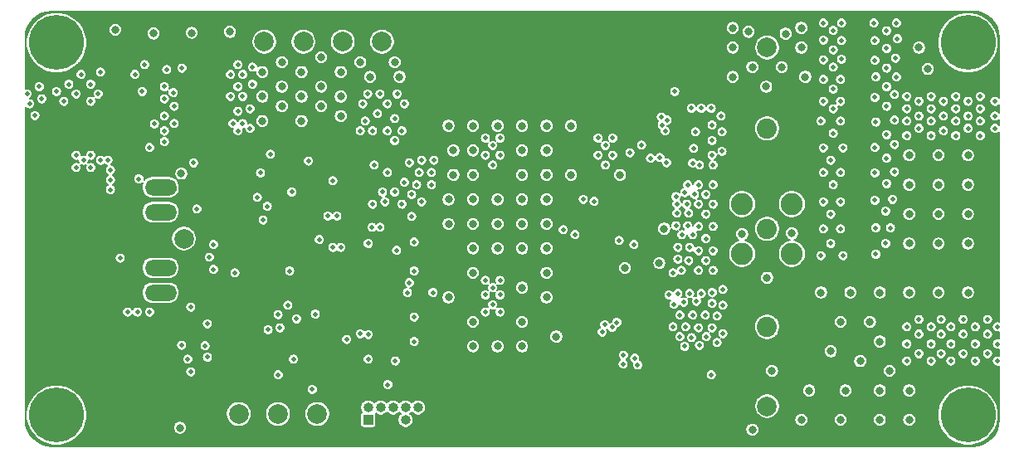
<source format=gbr>
%TF.GenerationSoftware,KiCad,Pcbnew,(5.1.9)-1*%
%TF.CreationDate,2021-05-24T23:59:08-02:30*%
%TF.ProjectId,WPT_TX,5750545f-5458-42e6-9b69-6361645f7063,rev?*%
%TF.SameCoordinates,Original*%
%TF.FileFunction,Copper,L2,Inr*%
%TF.FilePolarity,Positive*%
%FSLAX46Y46*%
G04 Gerber Fmt 4.6, Leading zero omitted, Abs format (unit mm)*
G04 Created by KiCad (PCBNEW (5.1.9)-1) date 2021-05-24 23:59:08*
%MOMM*%
%LPD*%
G01*
G04 APERTURE LIST*
%TA.AperFunction,ComponentPad*%
%ADD10C,0.500000*%
%TD*%
%TA.AperFunction,ComponentPad*%
%ADD11O,3.276600X1.638300*%
%TD*%
%TA.AperFunction,ComponentPad*%
%ADD12C,2.250000*%
%TD*%
%TA.AperFunction,ComponentPad*%
%ADD13C,2.050000*%
%TD*%
%TA.AperFunction,ComponentPad*%
%ADD14R,1.000000X1.000000*%
%TD*%
%TA.AperFunction,ComponentPad*%
%ADD15O,1.000000X1.000000*%
%TD*%
%TA.AperFunction,ComponentPad*%
%ADD16C,5.600000*%
%TD*%
%TA.AperFunction,ComponentPad*%
%ADD17C,2.000000*%
%TD*%
%TA.AperFunction,ViaPad*%
%ADD18C,0.500000*%
%TD*%
%TA.AperFunction,ViaPad*%
%ADD19C,0.800000*%
%TD*%
%TA.AperFunction,Conductor*%
%ADD20C,0.200000*%
%TD*%
%TA.AperFunction,Conductor*%
%ADD21C,0.100000*%
%TD*%
G04 APERTURE END LIST*
D10*
%TO.N,GND*%
%TO.C,U11*%
X122400000Y-129400000D03*
X122400000Y-127400000D03*
X124400000Y-129400000D03*
X124400000Y-127400000D03*
%TD*%
D11*
%TO.N,/UART_RX*%
%TO.C,J7*%
X115620000Y-111250000D03*
%TO.N,/UART_TX*%
X115620000Y-113790000D03*
%TO.N,GND*%
X115620000Y-108710000D03*
%TD*%
%TO.N,/CANH*%
%TO.C,J8*%
X115620000Y-122020000D03*
%TO.N,/CANL*%
X115620000Y-119480000D03*
%TD*%
D12*
%TO.N,GND*%
%TO.C,J3*%
X174960000Y-107790000D03*
X174960000Y-102710000D03*
X180040000Y-102710000D03*
X180040000Y-107790000D03*
D13*
%TO.N,/HS_1*%
X177500000Y-105250000D03*
%TD*%
D12*
%TO.N,GND*%
%TO.C,J4*%
X174960000Y-128040000D03*
X174960000Y-122960000D03*
X180040000Y-122960000D03*
X180040000Y-128040000D03*
D13*
%TO.N,/HS_2*%
X177500000Y-125500000D03*
%TD*%
%TO.N,/HS_1*%
%TO.C,J5*%
X177500000Y-115500000D03*
D12*
%TO.N,/HS_2*%
X180040000Y-118040000D03*
X180040000Y-112960000D03*
X174960000Y-112960000D03*
X174960000Y-118040000D03*
%TD*%
D14*
%TO.N,+3V3*%
%TO.C,J6*%
X136800000Y-135000000D03*
D15*
%TO.N,/SWDIO*%
X136800000Y-133730000D03*
%TO.N,GND*%
X138070000Y-135000000D03*
%TO.N,/SWCLK*%
X138070000Y-133730000D03*
%TO.N,GND*%
X139340000Y-135000000D03*
%TO.N,Net-(J6-Pad6)*%
X139340000Y-133730000D03*
%TO.N,Net-(J6-Pad7)*%
X140610000Y-135000000D03*
%TO.N,Net-(J6-Pad8)*%
X140610000Y-133730000D03*
%TO.N,GND*%
X141880000Y-135000000D03*
%TO.N,/~RST~*%
X141880000Y-133730000D03*
%TD*%
D16*
%TO.N,N/C*%
%TO.C,H1*%
X105000000Y-96500000D03*
%TD*%
%TO.N,N/C*%
%TO.C,H2*%
X105000000Y-134500000D03*
%TD*%
%TO.N,N/C*%
%TO.C,H3*%
X198000000Y-134500000D03*
%TD*%
%TO.N,N/C*%
%TO.C,H4*%
X198000000Y-96500000D03*
%TD*%
D17*
%TO.N,+3V3*%
%TO.C,TP1*%
X138200000Y-96400000D03*
%TD*%
%TO.N,+5V*%
%TO.C,TP2*%
X134200000Y-96400000D03*
%TD*%
%TO.N,+12V*%
%TO.C,TP3*%
X130200000Y-96400000D03*
%TD*%
%TO.N,+24V*%
%TO.C,TP4*%
X126200000Y-96400000D03*
%TD*%
%TO.N,GND*%
%TO.C,TP5*%
X142200000Y-96400000D03*
%TD*%
%TO.N,/FAULT_OL*%
%TO.C,TP6*%
X123600000Y-134400000D03*
%TD*%
%TO.N,GND*%
%TO.C,TP7*%
X155300000Y-134400000D03*
%TD*%
%TO.N,/HBridge_PWM*%
%TO.C,TP8*%
X131600000Y-134400000D03*
%TD*%
%TO.N,/HBridge_EN*%
%TO.C,TP9*%
X127600000Y-134400000D03*
%TD*%
%TO.N,/ISEN*%
%TO.C,TP10*%
X118000000Y-116500000D03*
%TD*%
%TO.N,/HS_1*%
%TO.C,TP12*%
X177500000Y-97000000D03*
%TD*%
%TO.N,/HS_2*%
%TO.C,TP13*%
X177500000Y-133600000D03*
%TD*%
D18*
%TO.N,+3V3*%
X136800000Y-117000000D03*
X143400000Y-122000000D03*
X131400000Y-124200000D03*
X136800000Y-128800000D03*
X136799979Y-126298706D03*
X120400000Y-128600000D03*
X120400000Y-125200000D03*
D19*
X117600000Y-135800000D03*
X111000000Y-95200000D03*
D18*
X163900000Y-117100000D03*
X162400000Y-116700000D03*
X107000000Y-109250000D03*
X107000000Y-108000000D03*
X107750000Y-108500000D03*
X108500000Y-108000000D03*
X108500000Y-109250000D03*
X109500000Y-108500000D03*
X110250000Y-108500000D03*
X110500000Y-109500000D03*
X110500000Y-110500000D03*
X110500000Y-111500000D03*
D19*
X155000000Y-110000000D03*
D18*
X118700000Y-123500008D03*
D19*
%TO.N,GND*%
X107000000Y-122750000D03*
X106500000Y-113250000D03*
D18*
X170500000Y-129500000D03*
X169400000Y-129500000D03*
X168200000Y-129500000D03*
X171900000Y-101500000D03*
X170600000Y-101500000D03*
X169400000Y-101500000D03*
X160300000Y-101000000D03*
X161100000Y-100300000D03*
X161900000Y-99300000D03*
X160300000Y-99300000D03*
X161100000Y-98400000D03*
X161900000Y-97500000D03*
X160300000Y-97500000D03*
X148600000Y-101200000D03*
X150200000Y-101100000D03*
X149400000Y-100300000D03*
X148600000Y-99400000D03*
X150200000Y-99300000D03*
X149400000Y-98400000D03*
X150200000Y-97500000D03*
X148600000Y-97500000D03*
X161000000Y-132000000D03*
X161750000Y-131000000D03*
X160250000Y-131000000D03*
X161000000Y-130000000D03*
X160250000Y-129250000D03*
X149500000Y-132000000D03*
X150250000Y-131000000D03*
X148750000Y-131000000D03*
X149500000Y-130000000D03*
X150250000Y-129250000D03*
X148750000Y-129250000D03*
X109500000Y-126250000D03*
X109500000Y-128000000D03*
X109500000Y-129500000D03*
X108500000Y-128750000D03*
X108500000Y-127250000D03*
X107500000Y-126250000D03*
X107500000Y-128000000D03*
X107500000Y-129500000D03*
X106500000Y-128750000D03*
X106250000Y-127250000D03*
X105500000Y-126250000D03*
X105250000Y-128000000D03*
X105500000Y-129500000D03*
X104250000Y-128750000D03*
X104250000Y-127250000D03*
X103250000Y-126250000D03*
X103250000Y-128000000D03*
X103250000Y-129500000D03*
X102250000Y-128750000D03*
X102250000Y-127250000D03*
X165400000Y-104800000D03*
X163900000Y-104800000D03*
X163800000Y-103500000D03*
X165700000Y-124700000D03*
X164300000Y-124700000D03*
X165000000Y-125500000D03*
X164300000Y-126200000D03*
X165700000Y-126200000D03*
X117600000Y-125400000D03*
X116600000Y-125400000D03*
X134800000Y-123400000D03*
X136400000Y-121000000D03*
X137800000Y-121600000D03*
X136400000Y-122200000D03*
X134200000Y-121200000D03*
X137800000Y-119800000D03*
X133800000Y-119600000D03*
X134600000Y-122400000D03*
X135200000Y-120000000D03*
X137800000Y-123400000D03*
X143200000Y-118000000D03*
X143200000Y-119800000D03*
X136232318Y-119286855D03*
X133399988Y-123800012D03*
X136400000Y-123599998D03*
X136800000Y-127200000D03*
X143400000Y-124400000D03*
X143400000Y-127200000D03*
X123200000Y-116800000D03*
X123200000Y-118400000D03*
X118600000Y-125400000D03*
X116200000Y-123400000D03*
X127625000Y-128800000D03*
X129175000Y-130400000D03*
X123400000Y-128400000D03*
X117000000Y-127658248D03*
D19*
X109000000Y-133400000D03*
X113000000Y-133400000D03*
D18*
X122475000Y-111135000D03*
X123400000Y-108600000D03*
X142800000Y-130600000D03*
X137449989Y-129600000D03*
D19*
X108900000Y-95500000D03*
X112900000Y-95500000D03*
X116800000Y-95500000D03*
X102500000Y-106100002D03*
X102600000Y-114900000D03*
X112500000Y-116000000D03*
X102500000Y-123900000D03*
X111000000Y-125000000D03*
D18*
X165500000Y-101600000D03*
X162800000Y-114900000D03*
X166000000Y-113600000D03*
X162400000Y-104200000D03*
X164200000Y-128000000D03*
X166900000Y-130700000D03*
X134300000Y-111200000D03*
X162100000Y-127000000D03*
X167200000Y-102900000D03*
X165400000Y-103500000D03*
X164700000Y-104200000D03*
X140500000Y-122750000D03*
X171300000Y-100700000D03*
X170000000Y-100700000D03*
X169400000Y-100000000D03*
X170600000Y-100000000D03*
X171900000Y-100000000D03*
X170000000Y-130200000D03*
X168700000Y-130300000D03*
X167700000Y-130200000D03*
X170700000Y-130700000D03*
X127700000Y-114900000D03*
D19*
X111500000Y-126500000D03*
X111500000Y-129500000D03*
X110000000Y-131500000D03*
X107000000Y-131500000D03*
X153500000Y-130000000D03*
X146000000Y-130000000D03*
X146000000Y-133000000D03*
X149500000Y-135000000D03*
X146000000Y-135000000D03*
X152000000Y-132500000D03*
X160500000Y-133500000D03*
X164500000Y-133500000D03*
X167500000Y-133500000D03*
X165000000Y-136500000D03*
X171000000Y-136000000D03*
X145000000Y-100000000D03*
X145000000Y-95000000D03*
X150000000Y-95000000D03*
X155000000Y-95000000D03*
X152500000Y-95000000D03*
X147500000Y-95000000D03*
X145000000Y-97500000D03*
X152500000Y-97500000D03*
X152500000Y-100000000D03*
X155000000Y-100000000D03*
X155000000Y-97500000D03*
X157500000Y-97500000D03*
X157500000Y-100000000D03*
X157500000Y-95000000D03*
X160000000Y-95000000D03*
X162500000Y-95000000D03*
X165000000Y-95000000D03*
X165000000Y-97500000D03*
X167500000Y-97500000D03*
X167500000Y-95000000D03*
X170000000Y-95000000D03*
X170000000Y-97500000D03*
X172500000Y-97500000D03*
X172500000Y-95000000D03*
X107250000Y-114500000D03*
X105250000Y-117250000D03*
X107500000Y-116750000D03*
X106250000Y-118000000D03*
X106500000Y-124500000D03*
X108250000Y-124000000D03*
X106723998Y-110750000D03*
X105750000Y-108250000D03*
X110750000Y-107250000D03*
D18*
X118100000Y-111400000D03*
X122275000Y-109900000D03*
X128861911Y-112989950D03*
X133500000Y-108100000D03*
X129100000Y-108600000D03*
X120300011Y-123400000D03*
X119000000Y-99400000D03*
X128750000Y-116000000D03*
%TO.N,+5V*%
X126075000Y-114600000D03*
X123200000Y-120000000D03*
X117763661Y-127385088D03*
D19*
X114900000Y-95562506D03*
X117735000Y-109865000D03*
D18*
X130705000Y-108595000D03*
%TO.N,+12V*%
X167300000Y-104400000D03*
X161677936Y-125549990D03*
X160677936Y-126049990D03*
X162177936Y-125049990D03*
X111500000Y-118500000D03*
X112250000Y-124000000D03*
X113250000Y-124000000D03*
X114500000Y-124000000D03*
X160927936Y-125299990D03*
X166700000Y-104100000D03*
X167100000Y-105500000D03*
X166800000Y-104900000D03*
D19*
X118800000Y-95500008D03*
D18*
X114999994Y-104800000D03*
%TO.N,/HS_1*%
X184250000Y-95250000D03*
X183250000Y-96250000D03*
X184250000Y-97250000D03*
X183250000Y-98250000D03*
X184250000Y-99000000D03*
X183250000Y-100250000D03*
X184250000Y-101250000D03*
X183250000Y-102500000D03*
X184250000Y-103250000D03*
X183000000Y-104500000D03*
X184250000Y-105750000D03*
X183250000Y-107250000D03*
X184000000Y-108500000D03*
X183250000Y-109750000D03*
X184250000Y-111000000D03*
X183250000Y-115500000D03*
X183000000Y-118250000D03*
X184000000Y-114000000D03*
X184000000Y-117000000D03*
X170600000Y-109000000D03*
X172000000Y-109000000D03*
X171900000Y-104900000D03*
X171900000Y-106500000D03*
X170200000Y-105600000D03*
X169800000Y-103200000D03*
X171800000Y-103200000D03*
X170800000Y-103200000D03*
X163500000Y-107750000D03*
X171900000Y-108000000D03*
X170000000Y-107300000D03*
X169900000Y-108800000D03*
X172800000Y-104000000D03*
X172900000Y-105600000D03*
X172900000Y-107600000D03*
X185100000Y-94500000D03*
X185100000Y-96300000D03*
X185100000Y-98200000D03*
X185000000Y-100250000D03*
X185000000Y-102500000D03*
X185000000Y-104500000D03*
X185250000Y-107250000D03*
X185000000Y-109750000D03*
X185000000Y-112750000D03*
X185000000Y-115500000D03*
X185250000Y-118250000D03*
X183250000Y-112750000D03*
X183250000Y-94500000D03*
D19*
X177400000Y-101000000D03*
X176000000Y-99000000D03*
X175600000Y-95400000D03*
X179400000Y-95600000D03*
X181000000Y-97000000D03*
X181400000Y-100000000D03*
X174000000Y-97000000D03*
X174000000Y-95000000D03*
X174000000Y-100000000D03*
X179000000Y-99000000D03*
X181000000Y-95000000D03*
D18*
%TO.N,/HD*%
X167900000Y-120000000D03*
X168400000Y-118600000D03*
X169600000Y-117400000D03*
X168400000Y-117400000D03*
X168300000Y-113900000D03*
X169500000Y-113900000D03*
X168300000Y-113000000D03*
X169300000Y-113000000D03*
X169100000Y-111800000D03*
X168200000Y-112200000D03*
X169400000Y-111000000D03*
X170100000Y-112000000D03*
X168750000Y-119750000D03*
X169500000Y-118750000D03*
X170500000Y-119750000D03*
X172000000Y-119750000D03*
X171250000Y-118750000D03*
X172000000Y-117750000D03*
X170500000Y-117750000D03*
X171250000Y-114000000D03*
X172000000Y-113000000D03*
X170500000Y-113000000D03*
X171250000Y-112000000D03*
X172000000Y-111000000D03*
X170500000Y-111000000D03*
X140500000Y-110750000D03*
X150250000Y-124000000D03*
X148750000Y-124000000D03*
X149500000Y-123250000D03*
X150250000Y-122250000D03*
X148750000Y-122250000D03*
X149500000Y-121500000D03*
X150250000Y-120750000D03*
X148750000Y-120750000D03*
X161000000Y-109000000D03*
X161750000Y-108000000D03*
X160250000Y-108000000D03*
X161000000Y-107000000D03*
X161750000Y-106250000D03*
X160250000Y-106250000D03*
X149500000Y-109000000D03*
X150250000Y-108000000D03*
X148750000Y-108000000D03*
X149500000Y-107000000D03*
X150250000Y-106250000D03*
X148750000Y-106250000D03*
%TO.N,Net-(C24-Pad1)*%
X165600000Y-108300000D03*
X166575000Y-108225000D03*
X167250000Y-108750000D03*
%TO.N,/HD*%
X137250000Y-113000000D03*
X138250000Y-111750000D03*
X138500000Y-112750000D03*
X139500000Y-111750000D03*
X141000000Y-108750000D03*
X142250000Y-108500000D03*
X142000000Y-109750000D03*
X140250000Y-113000000D03*
X141250000Y-112000000D03*
X141750000Y-111000000D03*
X141250000Y-114250000D03*
X142250000Y-112750000D03*
X143250000Y-111000000D03*
X143500000Y-108500000D03*
X143250000Y-109750000D03*
X170500000Y-115250000D03*
X172000000Y-115250000D03*
X171250000Y-116500000D03*
X168200000Y-115200000D03*
X169400000Y-115200000D03*
X168800000Y-116100000D03*
X169900000Y-116100000D03*
D19*
X145000000Y-105000000D03*
X147500000Y-105000000D03*
X152500000Y-105000000D03*
X150000000Y-105000000D03*
X157500000Y-105000000D03*
X155000000Y-105000000D03*
X155000000Y-107500000D03*
X152500000Y-107500000D03*
X152500000Y-110000000D03*
X150000000Y-112500000D03*
X147500000Y-112500000D03*
X147500000Y-107500000D03*
X147500000Y-110000000D03*
X145000000Y-115000000D03*
X147500000Y-115000000D03*
X150000000Y-115000000D03*
X150000000Y-117500000D03*
X147500000Y-117500000D03*
X147500000Y-120000000D03*
X155000000Y-117500000D03*
X155000000Y-120000000D03*
X152500000Y-112500000D03*
X155000000Y-112500000D03*
X155000000Y-115000000D03*
X152500000Y-115000000D03*
X157500000Y-110000000D03*
X162500000Y-110000000D03*
X155000000Y-122500000D03*
X152500000Y-125000000D03*
X147500000Y-125000000D03*
X152500000Y-127500000D03*
X147500000Y-127500000D03*
X147500000Y-127500000D03*
X150000000Y-127500000D03*
X145000000Y-122500000D03*
X163000000Y-119500000D03*
X166500000Y-119000000D03*
X167000000Y-115500000D03*
X156000000Y-126500000D03*
X152500000Y-117500000D03*
X152500000Y-121500000D03*
X145000000Y-112500000D03*
X145500000Y-110000000D03*
X145500000Y-107500000D03*
D18*
%TO.N,Net-(C26-Pad1)*%
X188600000Y-118100000D03*
X189600000Y-117000000D03*
X188600000Y-115400000D03*
X189600000Y-113700000D03*
X189700000Y-110900000D03*
X188500000Y-109800000D03*
X189700000Y-108300000D03*
X188500000Y-107200000D03*
X189700000Y-105900000D03*
X188600000Y-104600000D03*
X189700000Y-103000000D03*
X188500000Y-102100000D03*
X188600000Y-100000000D03*
X189700000Y-99100000D03*
X188500000Y-98300000D03*
X189700000Y-97100000D03*
X188500000Y-96300000D03*
X189700000Y-95300000D03*
X200750000Y-105250000D03*
X200750000Y-104000000D03*
X200750000Y-102500000D03*
X198000000Y-104000000D03*
X198000000Y-105250000D03*
X199250000Y-106000000D03*
X199250000Y-104500000D03*
X199250000Y-103250000D03*
X199250000Y-102000000D03*
X198000000Y-102500000D03*
X195500000Y-105500000D03*
X195500000Y-104000000D03*
X196750000Y-106000000D03*
X196750000Y-104500000D03*
X196750000Y-103250000D03*
X196750000Y-102000000D03*
X195500000Y-102500000D03*
X194250000Y-106000000D03*
X194250000Y-104500000D03*
X194250000Y-102000000D03*
X194250000Y-103250000D03*
X193000000Y-102500000D03*
X193000000Y-104000000D03*
X193000000Y-105250000D03*
X191750000Y-106000000D03*
X191750000Y-104500000D03*
X191750000Y-103250000D03*
X191750000Y-102000000D03*
X189700000Y-101000000D03*
X188500000Y-112600000D03*
X190100000Y-115400000D03*
X190300000Y-112500000D03*
X190500000Y-109700000D03*
X190500000Y-106900000D03*
X190500000Y-104400000D03*
X190500000Y-101800000D03*
X190700000Y-100000000D03*
X190600000Y-98100000D03*
X190800000Y-96100000D03*
X188400000Y-94500000D03*
X190700000Y-94500000D03*
D19*
X192000000Y-117000000D03*
X195000000Y-117000000D03*
X198000000Y-117000000D03*
X198000000Y-114000000D03*
X195000000Y-114000000D03*
X192000000Y-114000000D03*
X192000000Y-111000000D03*
X195000000Y-111000000D03*
X198000000Y-111000000D03*
X198000000Y-108000000D03*
X195000000Y-108000000D03*
X192000000Y-108000000D03*
X193900000Y-99200000D03*
X193000000Y-97000000D03*
D18*
%TO.N,/HS_2*%
X170600000Y-127400000D03*
X169100000Y-127500000D03*
X171300000Y-126500000D03*
X169800000Y-126600000D03*
X168600000Y-126500000D03*
X171900000Y-125600000D03*
X170500000Y-125600000D03*
X167900000Y-125500000D03*
X169200000Y-125500000D03*
X171200000Y-124300000D03*
X169900000Y-124300000D03*
X168600000Y-124300000D03*
X170800000Y-122100000D03*
X169600000Y-122100000D03*
X168400000Y-122100000D03*
X201000000Y-129000000D03*
X201000000Y-127250000D03*
X193000000Y-124750000D03*
X195250000Y-124750000D03*
X197500000Y-124750000D03*
X200000000Y-124750000D03*
X201000000Y-125500000D03*
X200000000Y-126250000D03*
X200000000Y-128250000D03*
X198750000Y-129000000D03*
X198750000Y-127250000D03*
X198750000Y-125500000D03*
X197500000Y-128250000D03*
X197500000Y-126250000D03*
X196250000Y-129000000D03*
X195250000Y-128250000D03*
X194250000Y-129000000D03*
X191750000Y-129000000D03*
X193000000Y-128250000D03*
X196250000Y-127250000D03*
X194250000Y-127250000D03*
X191750000Y-127250000D03*
X195250000Y-126250000D03*
X196250000Y-125500000D03*
X193000000Y-126250000D03*
X194250000Y-125500000D03*
X191750000Y-125500000D03*
X167500000Y-122250000D03*
X169000000Y-123000000D03*
X170300000Y-122900000D03*
X171900000Y-123100000D03*
X168000000Y-123200000D03*
X172400000Y-127100000D03*
X172400000Y-124400000D03*
X173000000Y-126200000D03*
X173000000Y-123300000D03*
X173000000Y-121700000D03*
D19*
X183000000Y-122000000D03*
X186000000Y-122000000D03*
X189000000Y-122000000D03*
X192000000Y-122000000D03*
X195000000Y-122000000D03*
X198000000Y-122000000D03*
X188000000Y-125000000D03*
X185000000Y-125000000D03*
X184000000Y-128000000D03*
X181800000Y-132000000D03*
X181000000Y-135000000D03*
X185000000Y-135000000D03*
X185500000Y-132000000D03*
X189000000Y-132000000D03*
X189000000Y-135000000D03*
X192000000Y-135000000D03*
X192000000Y-132000000D03*
X190000000Y-130000000D03*
X187000000Y-129000000D03*
X189000000Y-127000000D03*
X176000000Y-136000000D03*
X178000000Y-130000000D03*
X177500000Y-120500000D03*
X174960000Y-116040000D03*
X180040000Y-115960000D03*
D18*
%TO.N,+24V*%
X109250000Y-101750000D03*
X108500000Y-100750000D03*
X108500000Y-102500000D03*
X107000000Y-101750000D03*
X106250000Y-100750000D03*
X105750000Y-102500000D03*
X105000000Y-101500000D03*
X103500000Y-102250000D03*
X102250000Y-102750000D03*
X103250000Y-101000000D03*
X102000000Y-101750000D03*
D19*
X122700000Y-95400021D03*
D18*
X117800000Y-99100000D03*
X102800000Y-103950000D03*
X117000000Y-103000000D03*
X116900000Y-101600000D03*
X116000000Y-102250000D03*
X116000000Y-104000000D03*
X117000000Y-104750000D03*
X116000000Y-105500000D03*
X116000000Y-101000000D03*
X107500000Y-99750000D03*
X109500000Y-99500000D03*
X113750000Y-101500000D03*
X113000000Y-99750000D03*
X114000000Y-98750000D03*
X116250000Y-99250000D03*
%TO.N,/~RST~*%
X134600000Y-126800000D03*
%TO.N,/SWDIO*%
X138800000Y-131399986D03*
%TO.N,/UART_TX*%
X138000000Y-115349990D03*
X114500000Y-107200000D03*
X113400000Y-110400000D03*
%TO.N,/UART_RX*%
X117000000Y-111500000D03*
X137200000Y-115350000D03*
X116000000Y-106600000D03*
%TO.N,Net-(NT2-Pad2)*%
X139500000Y-106500000D03*
X136750000Y-101750000D03*
X138000000Y-101750000D03*
X139750000Y-101750000D03*
X140500000Y-102750000D03*
X138750000Y-102750000D03*
X136250000Y-102750000D03*
X136500000Y-104500000D03*
X139500000Y-104250000D03*
X140250000Y-105500000D03*
X138750000Y-105500000D03*
X137250000Y-105500000D03*
X136000000Y-105500000D03*
X122750000Y-102000000D03*
X123500000Y-103500000D03*
X123000000Y-104750000D03*
X124000000Y-104750000D03*
X124000000Y-102000000D03*
X137750000Y-103750000D03*
X123500000Y-101000000D03*
X122750000Y-99750000D03*
X124000000Y-99750000D03*
X123500000Y-98750000D03*
X123500000Y-105500000D03*
X124750000Y-105250000D03*
X124750000Y-103250000D03*
X125000000Y-100750000D03*
X125000000Y-99000000D03*
D19*
X126000000Y-99500000D03*
X126000000Y-102000000D03*
X126000000Y-104500000D03*
X128000000Y-103000000D03*
X128000000Y-101000000D03*
X130000000Y-99500000D03*
X130000000Y-102000000D03*
X130000000Y-104500000D03*
X132000000Y-103000000D03*
X132000000Y-101000000D03*
X134000000Y-99500000D03*
X134000000Y-102000000D03*
X134000000Y-104000000D03*
X132000000Y-98000000D03*
X128000000Y-98500000D03*
X136000000Y-98500000D03*
X137000000Y-100000000D03*
X139500000Y-98500000D03*
X140000000Y-100000000D03*
D18*
%TO.N,/GATE1*%
X164700000Y-106950010D03*
%TO.N,/GATE3*%
X168090000Y-101500000D03*
%TO.N,/GATE2*%
X171910000Y-122000000D03*
%TO.N,/GATE4*%
X171800000Y-130400000D03*
%TO.N,/FAULT_OL*%
X137400000Y-109000000D03*
X131100000Y-131900000D03*
X129500000Y-124700000D03*
X128800000Y-119800000D03*
X133200000Y-110600000D03*
%TO.N,/HBridge_PWM*%
X134000000Y-117400000D03*
X159850000Y-112700000D03*
X158750000Y-112500000D03*
%TO.N,/HBridge_EN*%
X133200000Y-117400000D03*
X131800000Y-116600000D03*
X164300000Y-129400000D03*
X162800000Y-129300000D03*
X156700000Y-115600000D03*
X157888909Y-116088909D03*
%TO.N,/ISEN*%
X119325000Y-113475000D03*
%TO.N,Net-(R28-Pad1)*%
X141500000Y-116850000D03*
X139700000Y-117700000D03*
%TO.N,/ISEN*%
X132700000Y-114199992D03*
X129000000Y-111750000D03*
X126500000Y-113200000D03*
%TO.N,/FAULT_OL_MCU*%
X139575000Y-129000000D03*
%TO.N,Net-(R13-Pad2)*%
X121025000Y-119635000D03*
%TO.N,Net-(R10-Pad2)*%
X121025000Y-117095000D03*
%TO.N,/~HBridge_PWM~*%
X164000000Y-128700000D03*
X162850000Y-128400000D03*
%TO.N,Net-(C13-Pad1)*%
X141500000Y-124500000D03*
%TO.N,Net-(C12-Pad1)*%
X141500000Y-127000000D03*
%TO.N,Net-(C22-Pad1)*%
X127625000Y-130400000D03*
%TO.N,Net-(C23-Pad1)*%
X129175000Y-128800000D03*
%TO.N,/3V3_Filt*%
X140800000Y-122000000D03*
X141000000Y-121000036D03*
X141500000Y-119800006D03*
%TO.N,Net-(C20-Pad1)*%
X136005205Y-126218442D03*
%TO.N,Net-(R1-Pad2)*%
X119000000Y-108775000D03*
%TO.N,Net-(R14-Pad2)*%
X138761067Y-109761101D03*
%TO.N,Net-(R23-Pad2)*%
X120154172Y-127431677D03*
%TO.N,/SPI0_MOSI*%
X128600000Y-123300000D03*
X127800000Y-125600000D03*
%TO.N,/SPI0_SCLK*%
X127600000Y-124250010D03*
X126600000Y-125800000D03*
%TO.N,Net-(U11-Pad20)*%
X118400006Y-128800000D03*
X118700011Y-130100011D03*
%TO.N,/VREF*%
X125800000Y-109800000D03*
%TO.N,Net-(R26-Pad2)*%
X125500000Y-112300000D03*
%TO.N,Net-(R26-Pad1)*%
X120600000Y-118400000D03*
X126825000Y-107900000D03*
%TO.N,Net-(R28-Pad1)*%
X133600000Y-114200000D03*
%TD*%
D20*
%TO.N,GND*%
X199019275Y-93377474D02*
X199518770Y-93528281D01*
X199979459Y-93773233D01*
X200383797Y-94103002D01*
X200716384Y-94505031D01*
X200964548Y-94964001D01*
X201118837Y-95462427D01*
X201174986Y-95996657D01*
X201175000Y-96000559D01*
X201175000Y-102147183D01*
X201100604Y-102072787D01*
X201010523Y-102012597D01*
X200910429Y-101971136D01*
X200804170Y-101950000D01*
X200695830Y-101950000D01*
X200589571Y-101971136D01*
X200489477Y-102012597D01*
X200399396Y-102072787D01*
X200322787Y-102149396D01*
X200262597Y-102239477D01*
X200221136Y-102339571D01*
X200200000Y-102445830D01*
X200200000Y-102554170D01*
X200221136Y-102660429D01*
X200262597Y-102760523D01*
X200322787Y-102850604D01*
X200399396Y-102927213D01*
X200489477Y-102987403D01*
X200589571Y-103028864D01*
X200695830Y-103050000D01*
X200804170Y-103050000D01*
X200910429Y-103028864D01*
X201010523Y-102987403D01*
X201100604Y-102927213D01*
X201175000Y-102852817D01*
X201175000Y-103647183D01*
X201100604Y-103572787D01*
X201010523Y-103512597D01*
X200910429Y-103471136D01*
X200804170Y-103450000D01*
X200695830Y-103450000D01*
X200589571Y-103471136D01*
X200489477Y-103512597D01*
X200399396Y-103572787D01*
X200322787Y-103649396D01*
X200262597Y-103739477D01*
X200221136Y-103839571D01*
X200200000Y-103945830D01*
X200200000Y-104054170D01*
X200221136Y-104160429D01*
X200262597Y-104260523D01*
X200322787Y-104350604D01*
X200399396Y-104427213D01*
X200489477Y-104487403D01*
X200589571Y-104528864D01*
X200695830Y-104550000D01*
X200804170Y-104550000D01*
X200910429Y-104528864D01*
X201010523Y-104487403D01*
X201100604Y-104427213D01*
X201175000Y-104352817D01*
X201175000Y-104897183D01*
X201100604Y-104822787D01*
X201010523Y-104762597D01*
X200910429Y-104721136D01*
X200804170Y-104700000D01*
X200695830Y-104700000D01*
X200589571Y-104721136D01*
X200489477Y-104762597D01*
X200399396Y-104822787D01*
X200322787Y-104899396D01*
X200262597Y-104989477D01*
X200221136Y-105089571D01*
X200200000Y-105195830D01*
X200200000Y-105304170D01*
X200221136Y-105410429D01*
X200262597Y-105510523D01*
X200322787Y-105600604D01*
X200399396Y-105677213D01*
X200489477Y-105737403D01*
X200589571Y-105778864D01*
X200695830Y-105800000D01*
X200804170Y-105800000D01*
X200910429Y-105778864D01*
X201010523Y-105737403D01*
X201100604Y-105677213D01*
X201175000Y-105602817D01*
X201175001Y-124977172D01*
X201160429Y-124971136D01*
X201054170Y-124950000D01*
X200945830Y-124950000D01*
X200839571Y-124971136D01*
X200739477Y-125012597D01*
X200649396Y-125072787D01*
X200572787Y-125149396D01*
X200512597Y-125239477D01*
X200471136Y-125339571D01*
X200450000Y-125445830D01*
X200450000Y-125554170D01*
X200471136Y-125660429D01*
X200512597Y-125760523D01*
X200572787Y-125850604D01*
X200649396Y-125927213D01*
X200739477Y-125987403D01*
X200839571Y-126028864D01*
X200945830Y-126050000D01*
X201054170Y-126050000D01*
X201160429Y-126028864D01*
X201175001Y-126022828D01*
X201175001Y-126727172D01*
X201160429Y-126721136D01*
X201054170Y-126700000D01*
X200945830Y-126700000D01*
X200839571Y-126721136D01*
X200739477Y-126762597D01*
X200649396Y-126822787D01*
X200572787Y-126899396D01*
X200512597Y-126989477D01*
X200471136Y-127089571D01*
X200450000Y-127195830D01*
X200450000Y-127304170D01*
X200471136Y-127410429D01*
X200512597Y-127510523D01*
X200572787Y-127600604D01*
X200649396Y-127677213D01*
X200739477Y-127737403D01*
X200839571Y-127778864D01*
X200945830Y-127800000D01*
X201054170Y-127800000D01*
X201160429Y-127778864D01*
X201175001Y-127772828D01*
X201175001Y-128477172D01*
X201160429Y-128471136D01*
X201054170Y-128450000D01*
X200945830Y-128450000D01*
X200839571Y-128471136D01*
X200739477Y-128512597D01*
X200649396Y-128572787D01*
X200572787Y-128649396D01*
X200512597Y-128739477D01*
X200471136Y-128839571D01*
X200450000Y-128945830D01*
X200450000Y-129054170D01*
X200471136Y-129160429D01*
X200512597Y-129260523D01*
X200572787Y-129350604D01*
X200649396Y-129427213D01*
X200739477Y-129487403D01*
X200839571Y-129528864D01*
X200945830Y-129550000D01*
X201054170Y-129550000D01*
X201160429Y-129528864D01*
X201175001Y-129522828D01*
X201175001Y-134984094D01*
X201122526Y-135519274D01*
X200971719Y-136018770D01*
X200726768Y-136479458D01*
X200396995Y-136883799D01*
X199994970Y-137216383D01*
X199535997Y-137464548D01*
X199037575Y-137618836D01*
X198503342Y-137674986D01*
X198499441Y-137675000D01*
X104515896Y-137675000D01*
X103980726Y-137622526D01*
X103481230Y-137471719D01*
X103020542Y-137226768D01*
X102616201Y-136896995D01*
X102283617Y-136494970D01*
X102035452Y-136035997D01*
X101881164Y-135537575D01*
X101825014Y-135003342D01*
X101825000Y-134999441D01*
X101825000Y-134194677D01*
X101900000Y-134194677D01*
X101900000Y-134805323D01*
X102019131Y-135404237D01*
X102252815Y-135968401D01*
X102592072Y-136476135D01*
X103023865Y-136907928D01*
X103531599Y-137247185D01*
X104095763Y-137480869D01*
X104694677Y-137600000D01*
X105305323Y-137600000D01*
X105904237Y-137480869D01*
X106468401Y-137247185D01*
X106976135Y-136907928D01*
X107407928Y-136476135D01*
X107747185Y-135968401D01*
X107845496Y-135731056D01*
X116900000Y-135731056D01*
X116900000Y-135868944D01*
X116926901Y-136004182D01*
X116979668Y-136131574D01*
X117056274Y-136246224D01*
X117153776Y-136343726D01*
X117268426Y-136420332D01*
X117395818Y-136473099D01*
X117531056Y-136500000D01*
X117668944Y-136500000D01*
X117804182Y-136473099D01*
X117931574Y-136420332D01*
X118046224Y-136343726D01*
X118143726Y-136246224D01*
X118220332Y-136131574D01*
X118273099Y-136004182D01*
X118287644Y-135931056D01*
X175300000Y-135931056D01*
X175300000Y-136068944D01*
X175326901Y-136204182D01*
X175379668Y-136331574D01*
X175456274Y-136446224D01*
X175553776Y-136543726D01*
X175668426Y-136620332D01*
X175795818Y-136673099D01*
X175931056Y-136700000D01*
X176068944Y-136700000D01*
X176204182Y-136673099D01*
X176331574Y-136620332D01*
X176446224Y-136543726D01*
X176543726Y-136446224D01*
X176620332Y-136331574D01*
X176673099Y-136204182D01*
X176700000Y-136068944D01*
X176700000Y-135931056D01*
X176673099Y-135795818D01*
X176620332Y-135668426D01*
X176543726Y-135553776D01*
X176446224Y-135456274D01*
X176331574Y-135379668D01*
X176204182Y-135326901D01*
X176068944Y-135300000D01*
X175931056Y-135300000D01*
X175795818Y-135326901D01*
X175668426Y-135379668D01*
X175553776Y-135456274D01*
X175456274Y-135553776D01*
X175379668Y-135668426D01*
X175326901Y-135795818D01*
X175300000Y-135931056D01*
X118287644Y-135931056D01*
X118300000Y-135868944D01*
X118300000Y-135731056D01*
X118273099Y-135595818D01*
X118220332Y-135468426D01*
X118143726Y-135353776D01*
X118046224Y-135256274D01*
X117931574Y-135179668D01*
X117804182Y-135126901D01*
X117668944Y-135100000D01*
X117531056Y-135100000D01*
X117395818Y-135126901D01*
X117268426Y-135179668D01*
X117153776Y-135256274D01*
X117056274Y-135353776D01*
X116979668Y-135468426D01*
X116926901Y-135595818D01*
X116900000Y-135731056D01*
X107845496Y-135731056D01*
X107980869Y-135404237D01*
X108100000Y-134805323D01*
X108100000Y-134271961D01*
X122300000Y-134271961D01*
X122300000Y-134528039D01*
X122349958Y-134779196D01*
X122447955Y-135015781D01*
X122590224Y-135228702D01*
X122771298Y-135409776D01*
X122984219Y-135552045D01*
X123220804Y-135650042D01*
X123471961Y-135700000D01*
X123728039Y-135700000D01*
X123979196Y-135650042D01*
X124215781Y-135552045D01*
X124428702Y-135409776D01*
X124609776Y-135228702D01*
X124752045Y-135015781D01*
X124850042Y-134779196D01*
X124900000Y-134528039D01*
X124900000Y-134271961D01*
X126300000Y-134271961D01*
X126300000Y-134528039D01*
X126349958Y-134779196D01*
X126447955Y-135015781D01*
X126590224Y-135228702D01*
X126771298Y-135409776D01*
X126984219Y-135552045D01*
X127220804Y-135650042D01*
X127471961Y-135700000D01*
X127728039Y-135700000D01*
X127979196Y-135650042D01*
X128215781Y-135552045D01*
X128428702Y-135409776D01*
X128609776Y-135228702D01*
X128752045Y-135015781D01*
X128850042Y-134779196D01*
X128900000Y-134528039D01*
X128900000Y-134271961D01*
X130300000Y-134271961D01*
X130300000Y-134528039D01*
X130349958Y-134779196D01*
X130447955Y-135015781D01*
X130590224Y-135228702D01*
X130771298Y-135409776D01*
X130984219Y-135552045D01*
X131220804Y-135650042D01*
X131471961Y-135700000D01*
X131728039Y-135700000D01*
X131979196Y-135650042D01*
X132215781Y-135552045D01*
X132428702Y-135409776D01*
X132609776Y-135228702D01*
X132752045Y-135015781D01*
X132850042Y-134779196D01*
X132900000Y-134528039D01*
X132900000Y-134500000D01*
X135998549Y-134500000D01*
X135998549Y-135500000D01*
X136004341Y-135558810D01*
X136021496Y-135615360D01*
X136049353Y-135667477D01*
X136086842Y-135713158D01*
X136132523Y-135750647D01*
X136184640Y-135778504D01*
X136241190Y-135795659D01*
X136300000Y-135801451D01*
X137300000Y-135801451D01*
X137358810Y-135795659D01*
X137415360Y-135778504D01*
X137467477Y-135750647D01*
X137513158Y-135713158D01*
X137550647Y-135667477D01*
X137578504Y-135615360D01*
X137595659Y-135558810D01*
X137601451Y-135500000D01*
X137601451Y-134500000D01*
X137595659Y-134441190D01*
X137578504Y-134384640D01*
X137561130Y-134352136D01*
X137691058Y-134438951D01*
X137836649Y-134499257D01*
X137991207Y-134530000D01*
X138148793Y-134530000D01*
X138303351Y-134499257D01*
X138448942Y-134438951D01*
X138579970Y-134351401D01*
X138691401Y-134239970D01*
X138705000Y-134219618D01*
X138718599Y-134239970D01*
X138830030Y-134351401D01*
X138961058Y-134438951D01*
X139106649Y-134499257D01*
X139261207Y-134530000D01*
X139418793Y-134530000D01*
X139573351Y-134499257D01*
X139718942Y-134438951D01*
X139849970Y-134351401D01*
X139961401Y-134239970D01*
X139975000Y-134219618D01*
X139988599Y-134239970D01*
X140100030Y-134351401D01*
X140120382Y-134365000D01*
X140100030Y-134378599D01*
X139988599Y-134490030D01*
X139901049Y-134621058D01*
X139840743Y-134766649D01*
X139810000Y-134921207D01*
X139810000Y-135078793D01*
X139840743Y-135233351D01*
X139901049Y-135378942D01*
X139988599Y-135509970D01*
X140100030Y-135621401D01*
X140231058Y-135708951D01*
X140376649Y-135769257D01*
X140531207Y-135800000D01*
X140688793Y-135800000D01*
X140843351Y-135769257D01*
X140988942Y-135708951D01*
X141119970Y-135621401D01*
X141231401Y-135509970D01*
X141318951Y-135378942D01*
X141379257Y-135233351D01*
X141410000Y-135078793D01*
X141410000Y-134931056D01*
X180300000Y-134931056D01*
X180300000Y-135068944D01*
X180326901Y-135204182D01*
X180379668Y-135331574D01*
X180456274Y-135446224D01*
X180553776Y-135543726D01*
X180668426Y-135620332D01*
X180795818Y-135673099D01*
X180931056Y-135700000D01*
X181068944Y-135700000D01*
X181204182Y-135673099D01*
X181331574Y-135620332D01*
X181446224Y-135543726D01*
X181543726Y-135446224D01*
X181620332Y-135331574D01*
X181673099Y-135204182D01*
X181700000Y-135068944D01*
X181700000Y-134931056D01*
X184300000Y-134931056D01*
X184300000Y-135068944D01*
X184326901Y-135204182D01*
X184379668Y-135331574D01*
X184456274Y-135446224D01*
X184553776Y-135543726D01*
X184668426Y-135620332D01*
X184795818Y-135673099D01*
X184931056Y-135700000D01*
X185068944Y-135700000D01*
X185204182Y-135673099D01*
X185331574Y-135620332D01*
X185446224Y-135543726D01*
X185543726Y-135446224D01*
X185620332Y-135331574D01*
X185673099Y-135204182D01*
X185700000Y-135068944D01*
X185700000Y-134931056D01*
X188300000Y-134931056D01*
X188300000Y-135068944D01*
X188326901Y-135204182D01*
X188379668Y-135331574D01*
X188456274Y-135446224D01*
X188553776Y-135543726D01*
X188668426Y-135620332D01*
X188795818Y-135673099D01*
X188931056Y-135700000D01*
X189068944Y-135700000D01*
X189204182Y-135673099D01*
X189331574Y-135620332D01*
X189446224Y-135543726D01*
X189543726Y-135446224D01*
X189620332Y-135331574D01*
X189673099Y-135204182D01*
X189700000Y-135068944D01*
X189700000Y-134931056D01*
X191300000Y-134931056D01*
X191300000Y-135068944D01*
X191326901Y-135204182D01*
X191379668Y-135331574D01*
X191456274Y-135446224D01*
X191553776Y-135543726D01*
X191668426Y-135620332D01*
X191795818Y-135673099D01*
X191931056Y-135700000D01*
X192068944Y-135700000D01*
X192204182Y-135673099D01*
X192331574Y-135620332D01*
X192446224Y-135543726D01*
X192543726Y-135446224D01*
X192620332Y-135331574D01*
X192673099Y-135204182D01*
X192700000Y-135068944D01*
X192700000Y-134931056D01*
X192673099Y-134795818D01*
X192620332Y-134668426D01*
X192543726Y-134553776D01*
X192446224Y-134456274D01*
X192331574Y-134379668D01*
X192204182Y-134326901D01*
X192068944Y-134300000D01*
X191931056Y-134300000D01*
X191795818Y-134326901D01*
X191668426Y-134379668D01*
X191553776Y-134456274D01*
X191456274Y-134553776D01*
X191379668Y-134668426D01*
X191326901Y-134795818D01*
X191300000Y-134931056D01*
X189700000Y-134931056D01*
X189673099Y-134795818D01*
X189620332Y-134668426D01*
X189543726Y-134553776D01*
X189446224Y-134456274D01*
X189331574Y-134379668D01*
X189204182Y-134326901D01*
X189068944Y-134300000D01*
X188931056Y-134300000D01*
X188795818Y-134326901D01*
X188668426Y-134379668D01*
X188553776Y-134456274D01*
X188456274Y-134553776D01*
X188379668Y-134668426D01*
X188326901Y-134795818D01*
X188300000Y-134931056D01*
X185700000Y-134931056D01*
X185673099Y-134795818D01*
X185620332Y-134668426D01*
X185543726Y-134553776D01*
X185446224Y-134456274D01*
X185331574Y-134379668D01*
X185204182Y-134326901D01*
X185068944Y-134300000D01*
X184931056Y-134300000D01*
X184795818Y-134326901D01*
X184668426Y-134379668D01*
X184553776Y-134456274D01*
X184456274Y-134553776D01*
X184379668Y-134668426D01*
X184326901Y-134795818D01*
X184300000Y-134931056D01*
X181700000Y-134931056D01*
X181673099Y-134795818D01*
X181620332Y-134668426D01*
X181543726Y-134553776D01*
X181446224Y-134456274D01*
X181331574Y-134379668D01*
X181204182Y-134326901D01*
X181068944Y-134300000D01*
X180931056Y-134300000D01*
X180795818Y-134326901D01*
X180668426Y-134379668D01*
X180553776Y-134456274D01*
X180456274Y-134553776D01*
X180379668Y-134668426D01*
X180326901Y-134795818D01*
X180300000Y-134931056D01*
X141410000Y-134931056D01*
X141410000Y-134921207D01*
X141379257Y-134766649D01*
X141318951Y-134621058D01*
X141231401Y-134490030D01*
X141119970Y-134378599D01*
X141099618Y-134365000D01*
X141119970Y-134351401D01*
X141231401Y-134239970D01*
X141245000Y-134219618D01*
X141258599Y-134239970D01*
X141370030Y-134351401D01*
X141501058Y-134438951D01*
X141646649Y-134499257D01*
X141801207Y-134530000D01*
X141958793Y-134530000D01*
X142113351Y-134499257D01*
X142258942Y-134438951D01*
X142389970Y-134351401D01*
X142501401Y-134239970D01*
X142588951Y-134108942D01*
X142649257Y-133963351D01*
X142680000Y-133808793D01*
X142680000Y-133651207D01*
X142649257Y-133496649D01*
X142639031Y-133471961D01*
X176200000Y-133471961D01*
X176200000Y-133728039D01*
X176249958Y-133979196D01*
X176347955Y-134215781D01*
X176490224Y-134428702D01*
X176671298Y-134609776D01*
X176884219Y-134752045D01*
X177120804Y-134850042D01*
X177371961Y-134900000D01*
X177628039Y-134900000D01*
X177879196Y-134850042D01*
X178115781Y-134752045D01*
X178328702Y-134609776D01*
X178509776Y-134428702D01*
X178652045Y-134215781D01*
X178660786Y-134194677D01*
X194900000Y-134194677D01*
X194900000Y-134805323D01*
X195019131Y-135404237D01*
X195252815Y-135968401D01*
X195592072Y-136476135D01*
X196023865Y-136907928D01*
X196531599Y-137247185D01*
X197095763Y-137480869D01*
X197694677Y-137600000D01*
X198305323Y-137600000D01*
X198904237Y-137480869D01*
X199468401Y-137247185D01*
X199976135Y-136907928D01*
X200407928Y-136476135D01*
X200747185Y-135968401D01*
X200980869Y-135404237D01*
X201100000Y-134805323D01*
X201100000Y-134194677D01*
X200980869Y-133595763D01*
X200747185Y-133031599D01*
X200407928Y-132523865D01*
X199976135Y-132092072D01*
X199468401Y-131752815D01*
X198904237Y-131519131D01*
X198305323Y-131400000D01*
X197694677Y-131400000D01*
X197095763Y-131519131D01*
X196531599Y-131752815D01*
X196023865Y-132092072D01*
X195592072Y-132523865D01*
X195252815Y-133031599D01*
X195019131Y-133595763D01*
X194900000Y-134194677D01*
X178660786Y-134194677D01*
X178750042Y-133979196D01*
X178800000Y-133728039D01*
X178800000Y-133471961D01*
X178750042Y-133220804D01*
X178652045Y-132984219D01*
X178509776Y-132771298D01*
X178328702Y-132590224D01*
X178115781Y-132447955D01*
X177879196Y-132349958D01*
X177628039Y-132300000D01*
X177371961Y-132300000D01*
X177120804Y-132349958D01*
X176884219Y-132447955D01*
X176671298Y-132590224D01*
X176490224Y-132771298D01*
X176347955Y-132984219D01*
X176249958Y-133220804D01*
X176200000Y-133471961D01*
X142639031Y-133471961D01*
X142588951Y-133351058D01*
X142501401Y-133220030D01*
X142389970Y-133108599D01*
X142258942Y-133021049D01*
X142113351Y-132960743D01*
X141958793Y-132930000D01*
X141801207Y-132930000D01*
X141646649Y-132960743D01*
X141501058Y-133021049D01*
X141370030Y-133108599D01*
X141258599Y-133220030D01*
X141245000Y-133240382D01*
X141231401Y-133220030D01*
X141119970Y-133108599D01*
X140988942Y-133021049D01*
X140843351Y-132960743D01*
X140688793Y-132930000D01*
X140531207Y-132930000D01*
X140376649Y-132960743D01*
X140231058Y-133021049D01*
X140100030Y-133108599D01*
X139988599Y-133220030D01*
X139975000Y-133240382D01*
X139961401Y-133220030D01*
X139849970Y-133108599D01*
X139718942Y-133021049D01*
X139573351Y-132960743D01*
X139418793Y-132930000D01*
X139261207Y-132930000D01*
X139106649Y-132960743D01*
X138961058Y-133021049D01*
X138830030Y-133108599D01*
X138718599Y-133220030D01*
X138705000Y-133240382D01*
X138691401Y-133220030D01*
X138579970Y-133108599D01*
X138448942Y-133021049D01*
X138303351Y-132960743D01*
X138148793Y-132930000D01*
X137991207Y-132930000D01*
X137836649Y-132960743D01*
X137691058Y-133021049D01*
X137560030Y-133108599D01*
X137448599Y-133220030D01*
X137435000Y-133240382D01*
X137421401Y-133220030D01*
X137309970Y-133108599D01*
X137178942Y-133021049D01*
X137033351Y-132960743D01*
X136878793Y-132930000D01*
X136721207Y-132930000D01*
X136566649Y-132960743D01*
X136421058Y-133021049D01*
X136290030Y-133108599D01*
X136178599Y-133220030D01*
X136091049Y-133351058D01*
X136030743Y-133496649D01*
X136000000Y-133651207D01*
X136000000Y-133808793D01*
X136030743Y-133963351D01*
X136091049Y-134108942D01*
X136171093Y-134228737D01*
X136132523Y-134249353D01*
X136086842Y-134286842D01*
X136049353Y-134332523D01*
X136021496Y-134384640D01*
X136004341Y-134441190D01*
X135998549Y-134500000D01*
X132900000Y-134500000D01*
X132900000Y-134271961D01*
X132850042Y-134020804D01*
X132752045Y-133784219D01*
X132609776Y-133571298D01*
X132428702Y-133390224D01*
X132215781Y-133247955D01*
X131979196Y-133149958D01*
X131728039Y-133100000D01*
X131471961Y-133100000D01*
X131220804Y-133149958D01*
X130984219Y-133247955D01*
X130771298Y-133390224D01*
X130590224Y-133571298D01*
X130447955Y-133784219D01*
X130349958Y-134020804D01*
X130300000Y-134271961D01*
X128900000Y-134271961D01*
X128850042Y-134020804D01*
X128752045Y-133784219D01*
X128609776Y-133571298D01*
X128428702Y-133390224D01*
X128215781Y-133247955D01*
X127979196Y-133149958D01*
X127728039Y-133100000D01*
X127471961Y-133100000D01*
X127220804Y-133149958D01*
X126984219Y-133247955D01*
X126771298Y-133390224D01*
X126590224Y-133571298D01*
X126447955Y-133784219D01*
X126349958Y-134020804D01*
X126300000Y-134271961D01*
X124900000Y-134271961D01*
X124850042Y-134020804D01*
X124752045Y-133784219D01*
X124609776Y-133571298D01*
X124428702Y-133390224D01*
X124215781Y-133247955D01*
X123979196Y-133149958D01*
X123728039Y-133100000D01*
X123471961Y-133100000D01*
X123220804Y-133149958D01*
X122984219Y-133247955D01*
X122771298Y-133390224D01*
X122590224Y-133571298D01*
X122447955Y-133784219D01*
X122349958Y-134020804D01*
X122300000Y-134271961D01*
X108100000Y-134271961D01*
X108100000Y-134194677D01*
X107980869Y-133595763D01*
X107747185Y-133031599D01*
X107407928Y-132523865D01*
X106976135Y-132092072D01*
X106607608Y-131845830D01*
X130550000Y-131845830D01*
X130550000Y-131954170D01*
X130571136Y-132060429D01*
X130612597Y-132160523D01*
X130672787Y-132250604D01*
X130749396Y-132327213D01*
X130839477Y-132387403D01*
X130939571Y-132428864D01*
X131045830Y-132450000D01*
X131154170Y-132450000D01*
X131260429Y-132428864D01*
X131360523Y-132387403D01*
X131450604Y-132327213D01*
X131527213Y-132250604D01*
X131587403Y-132160523D01*
X131628864Y-132060429D01*
X131650000Y-131954170D01*
X131650000Y-131845830D01*
X131628864Y-131739571D01*
X131587403Y-131639477D01*
X131527213Y-131549396D01*
X131450604Y-131472787D01*
X131360523Y-131412597D01*
X131260429Y-131371136D01*
X131154170Y-131350000D01*
X131045830Y-131350000D01*
X130939571Y-131371136D01*
X130839477Y-131412597D01*
X130749396Y-131472787D01*
X130672787Y-131549396D01*
X130612597Y-131639477D01*
X130571136Y-131739571D01*
X130550000Y-131845830D01*
X106607608Y-131845830D01*
X106468401Y-131752815D01*
X105904237Y-131519131D01*
X105305323Y-131400000D01*
X104694677Y-131400000D01*
X104095763Y-131519131D01*
X103531599Y-131752815D01*
X103023865Y-132092072D01*
X102592072Y-132523865D01*
X102252815Y-133031599D01*
X102019131Y-133595763D01*
X101900000Y-134194677D01*
X101825000Y-134194677D01*
X101825000Y-131345816D01*
X138250000Y-131345816D01*
X138250000Y-131454156D01*
X138271136Y-131560415D01*
X138312597Y-131660509D01*
X138372787Y-131750590D01*
X138449396Y-131827199D01*
X138539477Y-131887389D01*
X138639571Y-131928850D01*
X138745830Y-131949986D01*
X138854170Y-131949986D01*
X138949338Y-131931056D01*
X181100000Y-131931056D01*
X181100000Y-132068944D01*
X181126901Y-132204182D01*
X181179668Y-132331574D01*
X181256274Y-132446224D01*
X181353776Y-132543726D01*
X181468426Y-132620332D01*
X181595818Y-132673099D01*
X181731056Y-132700000D01*
X181868944Y-132700000D01*
X182004182Y-132673099D01*
X182131574Y-132620332D01*
X182246224Y-132543726D01*
X182343726Y-132446224D01*
X182420332Y-132331574D01*
X182473099Y-132204182D01*
X182500000Y-132068944D01*
X182500000Y-131931056D01*
X184800000Y-131931056D01*
X184800000Y-132068944D01*
X184826901Y-132204182D01*
X184879668Y-132331574D01*
X184956274Y-132446224D01*
X185053776Y-132543726D01*
X185168426Y-132620332D01*
X185295818Y-132673099D01*
X185431056Y-132700000D01*
X185568944Y-132700000D01*
X185704182Y-132673099D01*
X185831574Y-132620332D01*
X185946224Y-132543726D01*
X186043726Y-132446224D01*
X186120332Y-132331574D01*
X186173099Y-132204182D01*
X186200000Y-132068944D01*
X186200000Y-131931056D01*
X188300000Y-131931056D01*
X188300000Y-132068944D01*
X188326901Y-132204182D01*
X188379668Y-132331574D01*
X188456274Y-132446224D01*
X188553776Y-132543726D01*
X188668426Y-132620332D01*
X188795818Y-132673099D01*
X188931056Y-132700000D01*
X189068944Y-132700000D01*
X189204182Y-132673099D01*
X189331574Y-132620332D01*
X189446224Y-132543726D01*
X189543726Y-132446224D01*
X189620332Y-132331574D01*
X189673099Y-132204182D01*
X189700000Y-132068944D01*
X189700000Y-131931056D01*
X191300000Y-131931056D01*
X191300000Y-132068944D01*
X191326901Y-132204182D01*
X191379668Y-132331574D01*
X191456274Y-132446224D01*
X191553776Y-132543726D01*
X191668426Y-132620332D01*
X191795818Y-132673099D01*
X191931056Y-132700000D01*
X192068944Y-132700000D01*
X192204182Y-132673099D01*
X192331574Y-132620332D01*
X192446224Y-132543726D01*
X192543726Y-132446224D01*
X192620332Y-132331574D01*
X192673099Y-132204182D01*
X192700000Y-132068944D01*
X192700000Y-131931056D01*
X192673099Y-131795818D01*
X192620332Y-131668426D01*
X192543726Y-131553776D01*
X192446224Y-131456274D01*
X192331574Y-131379668D01*
X192204182Y-131326901D01*
X192068944Y-131300000D01*
X191931056Y-131300000D01*
X191795818Y-131326901D01*
X191668426Y-131379668D01*
X191553776Y-131456274D01*
X191456274Y-131553776D01*
X191379668Y-131668426D01*
X191326901Y-131795818D01*
X191300000Y-131931056D01*
X189700000Y-131931056D01*
X189673099Y-131795818D01*
X189620332Y-131668426D01*
X189543726Y-131553776D01*
X189446224Y-131456274D01*
X189331574Y-131379668D01*
X189204182Y-131326901D01*
X189068944Y-131300000D01*
X188931056Y-131300000D01*
X188795818Y-131326901D01*
X188668426Y-131379668D01*
X188553776Y-131456274D01*
X188456274Y-131553776D01*
X188379668Y-131668426D01*
X188326901Y-131795818D01*
X188300000Y-131931056D01*
X186200000Y-131931056D01*
X186173099Y-131795818D01*
X186120332Y-131668426D01*
X186043726Y-131553776D01*
X185946224Y-131456274D01*
X185831574Y-131379668D01*
X185704182Y-131326901D01*
X185568944Y-131300000D01*
X185431056Y-131300000D01*
X185295818Y-131326901D01*
X185168426Y-131379668D01*
X185053776Y-131456274D01*
X184956274Y-131553776D01*
X184879668Y-131668426D01*
X184826901Y-131795818D01*
X184800000Y-131931056D01*
X182500000Y-131931056D01*
X182473099Y-131795818D01*
X182420332Y-131668426D01*
X182343726Y-131553776D01*
X182246224Y-131456274D01*
X182131574Y-131379668D01*
X182004182Y-131326901D01*
X181868944Y-131300000D01*
X181731056Y-131300000D01*
X181595818Y-131326901D01*
X181468426Y-131379668D01*
X181353776Y-131456274D01*
X181256274Y-131553776D01*
X181179668Y-131668426D01*
X181126901Y-131795818D01*
X181100000Y-131931056D01*
X138949338Y-131931056D01*
X138960429Y-131928850D01*
X139060523Y-131887389D01*
X139150604Y-131827199D01*
X139227213Y-131750590D01*
X139287403Y-131660509D01*
X139328864Y-131560415D01*
X139350000Y-131454156D01*
X139350000Y-131345816D01*
X139328864Y-131239557D01*
X139287403Y-131139463D01*
X139227213Y-131049382D01*
X139150604Y-130972773D01*
X139060523Y-130912583D01*
X138960429Y-130871122D01*
X138854170Y-130849986D01*
X138745830Y-130849986D01*
X138639571Y-130871122D01*
X138539477Y-130912583D01*
X138449396Y-130972773D01*
X138372787Y-131049382D01*
X138312597Y-131139463D01*
X138271136Y-131239557D01*
X138250000Y-131345816D01*
X101825000Y-131345816D01*
X101825000Y-130045841D01*
X118150011Y-130045841D01*
X118150011Y-130154181D01*
X118171147Y-130260440D01*
X118212608Y-130360534D01*
X118272798Y-130450615D01*
X118349407Y-130527224D01*
X118439488Y-130587414D01*
X118539582Y-130628875D01*
X118645841Y-130650011D01*
X118754181Y-130650011D01*
X118860440Y-130628875D01*
X118960534Y-130587414D01*
X119050615Y-130527224D01*
X119127224Y-130450615D01*
X119187414Y-130360534D01*
X119193504Y-130345830D01*
X127075000Y-130345830D01*
X127075000Y-130454170D01*
X127096136Y-130560429D01*
X127137597Y-130660523D01*
X127197787Y-130750604D01*
X127274396Y-130827213D01*
X127364477Y-130887403D01*
X127464571Y-130928864D01*
X127570830Y-130950000D01*
X127679170Y-130950000D01*
X127785429Y-130928864D01*
X127885523Y-130887403D01*
X127975604Y-130827213D01*
X128052213Y-130750604D01*
X128112403Y-130660523D01*
X128153864Y-130560429D01*
X128175000Y-130454170D01*
X128175000Y-130345830D01*
X171250000Y-130345830D01*
X171250000Y-130454170D01*
X171271136Y-130560429D01*
X171312597Y-130660523D01*
X171372787Y-130750604D01*
X171449396Y-130827213D01*
X171539477Y-130887403D01*
X171639571Y-130928864D01*
X171745830Y-130950000D01*
X171854170Y-130950000D01*
X171960429Y-130928864D01*
X172060523Y-130887403D01*
X172150604Y-130827213D01*
X172227213Y-130750604D01*
X172287403Y-130660523D01*
X172328864Y-130560429D01*
X172350000Y-130454170D01*
X172350000Y-130345830D01*
X172328864Y-130239571D01*
X172287403Y-130139477D01*
X172227213Y-130049396D01*
X172150604Y-129972787D01*
X172088149Y-129931056D01*
X177300000Y-129931056D01*
X177300000Y-130068944D01*
X177326901Y-130204182D01*
X177379668Y-130331574D01*
X177456274Y-130446224D01*
X177553776Y-130543726D01*
X177668426Y-130620332D01*
X177795818Y-130673099D01*
X177931056Y-130700000D01*
X178068944Y-130700000D01*
X178204182Y-130673099D01*
X178331574Y-130620332D01*
X178446224Y-130543726D01*
X178543726Y-130446224D01*
X178620332Y-130331574D01*
X178673099Y-130204182D01*
X178700000Y-130068944D01*
X178700000Y-129931056D01*
X189300000Y-129931056D01*
X189300000Y-130068944D01*
X189326901Y-130204182D01*
X189379668Y-130331574D01*
X189456274Y-130446224D01*
X189553776Y-130543726D01*
X189668426Y-130620332D01*
X189795818Y-130673099D01*
X189931056Y-130700000D01*
X190068944Y-130700000D01*
X190204182Y-130673099D01*
X190331574Y-130620332D01*
X190446224Y-130543726D01*
X190543726Y-130446224D01*
X190620332Y-130331574D01*
X190673099Y-130204182D01*
X190700000Y-130068944D01*
X190700000Y-129931056D01*
X190673099Y-129795818D01*
X190620332Y-129668426D01*
X190543726Y-129553776D01*
X190446224Y-129456274D01*
X190331574Y-129379668D01*
X190204182Y-129326901D01*
X190068944Y-129300000D01*
X189931056Y-129300000D01*
X189795818Y-129326901D01*
X189668426Y-129379668D01*
X189553776Y-129456274D01*
X189456274Y-129553776D01*
X189379668Y-129668426D01*
X189326901Y-129795818D01*
X189300000Y-129931056D01*
X178700000Y-129931056D01*
X178673099Y-129795818D01*
X178620332Y-129668426D01*
X178543726Y-129553776D01*
X178446224Y-129456274D01*
X178331574Y-129379668D01*
X178204182Y-129326901D01*
X178068944Y-129300000D01*
X177931056Y-129300000D01*
X177795818Y-129326901D01*
X177668426Y-129379668D01*
X177553776Y-129456274D01*
X177456274Y-129553776D01*
X177379668Y-129668426D01*
X177326901Y-129795818D01*
X177300000Y-129931056D01*
X172088149Y-129931056D01*
X172060523Y-129912597D01*
X171960429Y-129871136D01*
X171854170Y-129850000D01*
X171745830Y-129850000D01*
X171639571Y-129871136D01*
X171539477Y-129912597D01*
X171449396Y-129972787D01*
X171372787Y-130049396D01*
X171312597Y-130139477D01*
X171271136Y-130239571D01*
X171250000Y-130345830D01*
X128175000Y-130345830D01*
X128153864Y-130239571D01*
X128112403Y-130139477D01*
X128052213Y-130049396D01*
X127975604Y-129972787D01*
X127885523Y-129912597D01*
X127785429Y-129871136D01*
X127679170Y-129850000D01*
X127570830Y-129850000D01*
X127464571Y-129871136D01*
X127364477Y-129912597D01*
X127274396Y-129972787D01*
X127197787Y-130049396D01*
X127137597Y-130139477D01*
X127096136Y-130239571D01*
X127075000Y-130345830D01*
X119193504Y-130345830D01*
X119228875Y-130260440D01*
X119250011Y-130154181D01*
X119250011Y-130045841D01*
X119228875Y-129939582D01*
X119187414Y-129839488D01*
X119127224Y-129749407D01*
X119050615Y-129672798D01*
X118960534Y-129612608D01*
X118860440Y-129571147D01*
X118754181Y-129550011D01*
X118645841Y-129550011D01*
X118539582Y-129571147D01*
X118439488Y-129612608D01*
X118349407Y-129672798D01*
X118272798Y-129749407D01*
X118212608Y-129839488D01*
X118171147Y-129939582D01*
X118150011Y-130045841D01*
X101825000Y-130045841D01*
X101825000Y-128745830D01*
X117850006Y-128745830D01*
X117850006Y-128854170D01*
X117871142Y-128960429D01*
X117912603Y-129060523D01*
X117972793Y-129150604D01*
X118049402Y-129227213D01*
X118139483Y-129287403D01*
X118239577Y-129328864D01*
X118345836Y-129350000D01*
X118454176Y-129350000D01*
X118560435Y-129328864D01*
X118660529Y-129287403D01*
X118750610Y-129227213D01*
X118827219Y-129150604D01*
X118887409Y-129060523D01*
X118928870Y-128960429D01*
X118950006Y-128854170D01*
X118950006Y-128745830D01*
X118928870Y-128639571D01*
X118890041Y-128545830D01*
X119850000Y-128545830D01*
X119850000Y-128654170D01*
X119871136Y-128760429D01*
X119912597Y-128860523D01*
X119972787Y-128950604D01*
X120049396Y-129027213D01*
X120139477Y-129087403D01*
X120239571Y-129128864D01*
X120345830Y-129150000D01*
X120454170Y-129150000D01*
X120560429Y-129128864D01*
X120660523Y-129087403D01*
X120750604Y-129027213D01*
X120827213Y-128950604D01*
X120887403Y-128860523D01*
X120928864Y-128760429D01*
X120931767Y-128745830D01*
X128625000Y-128745830D01*
X128625000Y-128854170D01*
X128646136Y-128960429D01*
X128687597Y-129060523D01*
X128747787Y-129150604D01*
X128824396Y-129227213D01*
X128914477Y-129287403D01*
X129014571Y-129328864D01*
X129120830Y-129350000D01*
X129229170Y-129350000D01*
X129335429Y-129328864D01*
X129435523Y-129287403D01*
X129525604Y-129227213D01*
X129602213Y-129150604D01*
X129662403Y-129060523D01*
X129703864Y-128960429D01*
X129725000Y-128854170D01*
X129725000Y-128745830D01*
X136250000Y-128745830D01*
X136250000Y-128854170D01*
X136271136Y-128960429D01*
X136312597Y-129060523D01*
X136372787Y-129150604D01*
X136449396Y-129227213D01*
X136539477Y-129287403D01*
X136639571Y-129328864D01*
X136745830Y-129350000D01*
X136854170Y-129350000D01*
X136960429Y-129328864D01*
X137060523Y-129287403D01*
X137150604Y-129227213D01*
X137227213Y-129150604D01*
X137287403Y-129060523D01*
X137328864Y-128960429D01*
X137331767Y-128945830D01*
X139025000Y-128945830D01*
X139025000Y-129054170D01*
X139046136Y-129160429D01*
X139087597Y-129260523D01*
X139147787Y-129350604D01*
X139224396Y-129427213D01*
X139314477Y-129487403D01*
X139414571Y-129528864D01*
X139520830Y-129550000D01*
X139629170Y-129550000D01*
X139735429Y-129528864D01*
X139835523Y-129487403D01*
X139925604Y-129427213D01*
X140002213Y-129350604D01*
X140062403Y-129260523D01*
X140068489Y-129245830D01*
X162250000Y-129245830D01*
X162250000Y-129354170D01*
X162271136Y-129460429D01*
X162312597Y-129560523D01*
X162372787Y-129650604D01*
X162449396Y-129727213D01*
X162539477Y-129787403D01*
X162639571Y-129828864D01*
X162745830Y-129850000D01*
X162854170Y-129850000D01*
X162960429Y-129828864D01*
X163060523Y-129787403D01*
X163150604Y-129727213D01*
X163227213Y-129650604D01*
X163287403Y-129560523D01*
X163328864Y-129460429D01*
X163350000Y-129354170D01*
X163350000Y-129245830D01*
X163328864Y-129139571D01*
X163287403Y-129039477D01*
X163227213Y-128949396D01*
X163150604Y-128872787D01*
X163141501Y-128866704D01*
X163200604Y-128827213D01*
X163277213Y-128750604D01*
X163337403Y-128660523D01*
X163343489Y-128645830D01*
X163450000Y-128645830D01*
X163450000Y-128754170D01*
X163471136Y-128860429D01*
X163512597Y-128960523D01*
X163572787Y-129050604D01*
X163649396Y-129127213D01*
X163739477Y-129187403D01*
X163784944Y-129206236D01*
X163771136Y-129239571D01*
X163750000Y-129345830D01*
X163750000Y-129454170D01*
X163771136Y-129560429D01*
X163812597Y-129660523D01*
X163872787Y-129750604D01*
X163949396Y-129827213D01*
X164039477Y-129887403D01*
X164139571Y-129928864D01*
X164245830Y-129950000D01*
X164354170Y-129950000D01*
X164460429Y-129928864D01*
X164560523Y-129887403D01*
X164650604Y-129827213D01*
X164727213Y-129750604D01*
X164787403Y-129660523D01*
X164828864Y-129560429D01*
X164850000Y-129454170D01*
X164850000Y-129345830D01*
X164828864Y-129239571D01*
X164787403Y-129139477D01*
X164727213Y-129049396D01*
X164650604Y-128972787D01*
X164588149Y-128931056D01*
X186300000Y-128931056D01*
X186300000Y-129068944D01*
X186326901Y-129204182D01*
X186379668Y-129331574D01*
X186456274Y-129446224D01*
X186553776Y-129543726D01*
X186668426Y-129620332D01*
X186795818Y-129673099D01*
X186931056Y-129700000D01*
X187068944Y-129700000D01*
X187204182Y-129673099D01*
X187331574Y-129620332D01*
X187446224Y-129543726D01*
X187543726Y-129446224D01*
X187620332Y-129331574D01*
X187673099Y-129204182D01*
X187700000Y-129068944D01*
X187700000Y-128945830D01*
X191200000Y-128945830D01*
X191200000Y-129054170D01*
X191221136Y-129160429D01*
X191262597Y-129260523D01*
X191322787Y-129350604D01*
X191399396Y-129427213D01*
X191489477Y-129487403D01*
X191589571Y-129528864D01*
X191695830Y-129550000D01*
X191804170Y-129550000D01*
X191910429Y-129528864D01*
X192010523Y-129487403D01*
X192100604Y-129427213D01*
X192177213Y-129350604D01*
X192237403Y-129260523D01*
X192278864Y-129160429D01*
X192300000Y-129054170D01*
X192300000Y-128945830D01*
X193700000Y-128945830D01*
X193700000Y-129054170D01*
X193721136Y-129160429D01*
X193762597Y-129260523D01*
X193822787Y-129350604D01*
X193899396Y-129427213D01*
X193989477Y-129487403D01*
X194089571Y-129528864D01*
X194195830Y-129550000D01*
X194304170Y-129550000D01*
X194410429Y-129528864D01*
X194510523Y-129487403D01*
X194600604Y-129427213D01*
X194677213Y-129350604D01*
X194737403Y-129260523D01*
X194778864Y-129160429D01*
X194800000Y-129054170D01*
X194800000Y-128945830D01*
X195700000Y-128945830D01*
X195700000Y-129054170D01*
X195721136Y-129160429D01*
X195762597Y-129260523D01*
X195822787Y-129350604D01*
X195899396Y-129427213D01*
X195989477Y-129487403D01*
X196089571Y-129528864D01*
X196195830Y-129550000D01*
X196304170Y-129550000D01*
X196410429Y-129528864D01*
X196510523Y-129487403D01*
X196600604Y-129427213D01*
X196677213Y-129350604D01*
X196737403Y-129260523D01*
X196778864Y-129160429D01*
X196800000Y-129054170D01*
X196800000Y-128945830D01*
X198200000Y-128945830D01*
X198200000Y-129054170D01*
X198221136Y-129160429D01*
X198262597Y-129260523D01*
X198322787Y-129350604D01*
X198399396Y-129427213D01*
X198489477Y-129487403D01*
X198589571Y-129528864D01*
X198695830Y-129550000D01*
X198804170Y-129550000D01*
X198910429Y-129528864D01*
X199010523Y-129487403D01*
X199100604Y-129427213D01*
X199177213Y-129350604D01*
X199237403Y-129260523D01*
X199278864Y-129160429D01*
X199300000Y-129054170D01*
X199300000Y-128945830D01*
X199278864Y-128839571D01*
X199237403Y-128739477D01*
X199177213Y-128649396D01*
X199100604Y-128572787D01*
X199010523Y-128512597D01*
X198910429Y-128471136D01*
X198804170Y-128450000D01*
X198695830Y-128450000D01*
X198589571Y-128471136D01*
X198489477Y-128512597D01*
X198399396Y-128572787D01*
X198322787Y-128649396D01*
X198262597Y-128739477D01*
X198221136Y-128839571D01*
X198200000Y-128945830D01*
X196800000Y-128945830D01*
X196778864Y-128839571D01*
X196737403Y-128739477D01*
X196677213Y-128649396D01*
X196600604Y-128572787D01*
X196510523Y-128512597D01*
X196410429Y-128471136D01*
X196304170Y-128450000D01*
X196195830Y-128450000D01*
X196089571Y-128471136D01*
X195989477Y-128512597D01*
X195899396Y-128572787D01*
X195822787Y-128649396D01*
X195762597Y-128739477D01*
X195721136Y-128839571D01*
X195700000Y-128945830D01*
X194800000Y-128945830D01*
X194778864Y-128839571D01*
X194737403Y-128739477D01*
X194677213Y-128649396D01*
X194600604Y-128572787D01*
X194510523Y-128512597D01*
X194410429Y-128471136D01*
X194304170Y-128450000D01*
X194195830Y-128450000D01*
X194089571Y-128471136D01*
X193989477Y-128512597D01*
X193899396Y-128572787D01*
X193822787Y-128649396D01*
X193762597Y-128739477D01*
X193721136Y-128839571D01*
X193700000Y-128945830D01*
X192300000Y-128945830D01*
X192278864Y-128839571D01*
X192237403Y-128739477D01*
X192177213Y-128649396D01*
X192100604Y-128572787D01*
X192010523Y-128512597D01*
X191910429Y-128471136D01*
X191804170Y-128450000D01*
X191695830Y-128450000D01*
X191589571Y-128471136D01*
X191489477Y-128512597D01*
X191399396Y-128572787D01*
X191322787Y-128649396D01*
X191262597Y-128739477D01*
X191221136Y-128839571D01*
X191200000Y-128945830D01*
X187700000Y-128945830D01*
X187700000Y-128931056D01*
X187673099Y-128795818D01*
X187620332Y-128668426D01*
X187543726Y-128553776D01*
X187446224Y-128456274D01*
X187331574Y-128379668D01*
X187204182Y-128326901D01*
X187068944Y-128300000D01*
X186931056Y-128300000D01*
X186795818Y-128326901D01*
X186668426Y-128379668D01*
X186553776Y-128456274D01*
X186456274Y-128553776D01*
X186379668Y-128668426D01*
X186326901Y-128795818D01*
X186300000Y-128931056D01*
X164588149Y-128931056D01*
X164560523Y-128912597D01*
X164515056Y-128893764D01*
X164528864Y-128860429D01*
X164550000Y-128754170D01*
X164550000Y-128645830D01*
X164528864Y-128539571D01*
X164487403Y-128439477D01*
X164427213Y-128349396D01*
X164350604Y-128272787D01*
X164260523Y-128212597D01*
X164160429Y-128171136D01*
X164054170Y-128150000D01*
X163945830Y-128150000D01*
X163839571Y-128171136D01*
X163739477Y-128212597D01*
X163649396Y-128272787D01*
X163572787Y-128349396D01*
X163512597Y-128439477D01*
X163471136Y-128539571D01*
X163450000Y-128645830D01*
X163343489Y-128645830D01*
X163378864Y-128560429D01*
X163400000Y-128454170D01*
X163400000Y-128345830D01*
X163378864Y-128239571D01*
X163337403Y-128139477D01*
X163277213Y-128049396D01*
X163200604Y-127972787D01*
X163110523Y-127912597D01*
X163010429Y-127871136D01*
X162904170Y-127850000D01*
X162795830Y-127850000D01*
X162689571Y-127871136D01*
X162589477Y-127912597D01*
X162499396Y-127972787D01*
X162422787Y-128049396D01*
X162362597Y-128139477D01*
X162321136Y-128239571D01*
X162300000Y-128345830D01*
X162300000Y-128454170D01*
X162321136Y-128560429D01*
X162362597Y-128660523D01*
X162422787Y-128750604D01*
X162499396Y-128827213D01*
X162508499Y-128833296D01*
X162449396Y-128872787D01*
X162372787Y-128949396D01*
X162312597Y-129039477D01*
X162271136Y-129139571D01*
X162250000Y-129245830D01*
X140068489Y-129245830D01*
X140103864Y-129160429D01*
X140125000Y-129054170D01*
X140125000Y-128945830D01*
X140103864Y-128839571D01*
X140062403Y-128739477D01*
X140002213Y-128649396D01*
X139925604Y-128572787D01*
X139835523Y-128512597D01*
X139735429Y-128471136D01*
X139629170Y-128450000D01*
X139520830Y-128450000D01*
X139414571Y-128471136D01*
X139314477Y-128512597D01*
X139224396Y-128572787D01*
X139147787Y-128649396D01*
X139087597Y-128739477D01*
X139046136Y-128839571D01*
X139025000Y-128945830D01*
X137331767Y-128945830D01*
X137350000Y-128854170D01*
X137350000Y-128745830D01*
X137328864Y-128639571D01*
X137287403Y-128539477D01*
X137227213Y-128449396D01*
X137150604Y-128372787D01*
X137060523Y-128312597D01*
X136960429Y-128271136D01*
X136854170Y-128250000D01*
X136745830Y-128250000D01*
X136639571Y-128271136D01*
X136539477Y-128312597D01*
X136449396Y-128372787D01*
X136372787Y-128449396D01*
X136312597Y-128539477D01*
X136271136Y-128639571D01*
X136250000Y-128745830D01*
X129725000Y-128745830D01*
X129703864Y-128639571D01*
X129662403Y-128539477D01*
X129602213Y-128449396D01*
X129525604Y-128372787D01*
X129435523Y-128312597D01*
X129335429Y-128271136D01*
X129229170Y-128250000D01*
X129120830Y-128250000D01*
X129014571Y-128271136D01*
X128914477Y-128312597D01*
X128824396Y-128372787D01*
X128747787Y-128449396D01*
X128687597Y-128539477D01*
X128646136Y-128639571D01*
X128625000Y-128745830D01*
X120931767Y-128745830D01*
X120950000Y-128654170D01*
X120950000Y-128545830D01*
X120928864Y-128439571D01*
X120887403Y-128339477D01*
X120827213Y-128249396D01*
X120750604Y-128172787D01*
X120660523Y-128112597D01*
X120560429Y-128071136D01*
X120454170Y-128050000D01*
X120345830Y-128050000D01*
X120239571Y-128071136D01*
X120139477Y-128112597D01*
X120049396Y-128172787D01*
X119972787Y-128249396D01*
X119912597Y-128339477D01*
X119871136Y-128439571D01*
X119850000Y-128545830D01*
X118890041Y-128545830D01*
X118887409Y-128539477D01*
X118827219Y-128449396D01*
X118750610Y-128372787D01*
X118660529Y-128312597D01*
X118560435Y-128271136D01*
X118454176Y-128250000D01*
X118345836Y-128250000D01*
X118239577Y-128271136D01*
X118139483Y-128312597D01*
X118049402Y-128372787D01*
X117972793Y-128449396D01*
X117912603Y-128539477D01*
X117871142Y-128639571D01*
X117850006Y-128745830D01*
X101825000Y-128745830D01*
X101825000Y-127330918D01*
X117213661Y-127330918D01*
X117213661Y-127439258D01*
X117234797Y-127545517D01*
X117276258Y-127645611D01*
X117336448Y-127735692D01*
X117413057Y-127812301D01*
X117503138Y-127872491D01*
X117603232Y-127913952D01*
X117709491Y-127935088D01*
X117817831Y-127935088D01*
X117924090Y-127913952D01*
X118024184Y-127872491D01*
X118114265Y-127812301D01*
X118190874Y-127735692D01*
X118251064Y-127645611D01*
X118292525Y-127545517D01*
X118313661Y-127439258D01*
X118313661Y-127377507D01*
X119604172Y-127377507D01*
X119604172Y-127485847D01*
X119625308Y-127592106D01*
X119666769Y-127692200D01*
X119726959Y-127782281D01*
X119803568Y-127858890D01*
X119893649Y-127919080D01*
X119993743Y-127960541D01*
X120100002Y-127981677D01*
X120208342Y-127981677D01*
X120314601Y-127960541D01*
X120414695Y-127919080D01*
X120504776Y-127858890D01*
X120581385Y-127782281D01*
X120641575Y-127692200D01*
X120683036Y-127592106D01*
X120704172Y-127485847D01*
X120704172Y-127377507D01*
X120683036Y-127271248D01*
X120641575Y-127171154D01*
X120581385Y-127081073D01*
X120504776Y-127004464D01*
X120414695Y-126944274D01*
X120314601Y-126902813D01*
X120208342Y-126881677D01*
X120100002Y-126881677D01*
X119993743Y-126902813D01*
X119893649Y-126944274D01*
X119803568Y-127004464D01*
X119726959Y-127081073D01*
X119666769Y-127171154D01*
X119625308Y-127271248D01*
X119604172Y-127377507D01*
X118313661Y-127377507D01*
X118313661Y-127330918D01*
X118292525Y-127224659D01*
X118251064Y-127124565D01*
X118190874Y-127034484D01*
X118114265Y-126957875D01*
X118024184Y-126897685D01*
X117924090Y-126856224D01*
X117817831Y-126835088D01*
X117709491Y-126835088D01*
X117603232Y-126856224D01*
X117503138Y-126897685D01*
X117413057Y-126957875D01*
X117336448Y-127034484D01*
X117276258Y-127124565D01*
X117234797Y-127224659D01*
X117213661Y-127330918D01*
X101825000Y-127330918D01*
X101825000Y-126745830D01*
X134050000Y-126745830D01*
X134050000Y-126854170D01*
X134071136Y-126960429D01*
X134112597Y-127060523D01*
X134172787Y-127150604D01*
X134249396Y-127227213D01*
X134339477Y-127287403D01*
X134439571Y-127328864D01*
X134545830Y-127350000D01*
X134654170Y-127350000D01*
X134760429Y-127328864D01*
X134860523Y-127287403D01*
X134950604Y-127227213D01*
X135027213Y-127150604D01*
X135087403Y-127060523D01*
X135128864Y-126960429D01*
X135131767Y-126945830D01*
X140950000Y-126945830D01*
X140950000Y-127054170D01*
X140971136Y-127160429D01*
X141012597Y-127260523D01*
X141072787Y-127350604D01*
X141149396Y-127427213D01*
X141239477Y-127487403D01*
X141339571Y-127528864D01*
X141445830Y-127550000D01*
X141554170Y-127550000D01*
X141660429Y-127528864D01*
X141760523Y-127487403D01*
X141844852Y-127431056D01*
X146800000Y-127431056D01*
X146800000Y-127568944D01*
X146826901Y-127704182D01*
X146879668Y-127831574D01*
X146956274Y-127946224D01*
X147053776Y-128043726D01*
X147168426Y-128120332D01*
X147295818Y-128173099D01*
X147431056Y-128200000D01*
X147568944Y-128200000D01*
X147704182Y-128173099D01*
X147831574Y-128120332D01*
X147946224Y-128043726D01*
X148043726Y-127946224D01*
X148120332Y-127831574D01*
X148173099Y-127704182D01*
X148200000Y-127568944D01*
X148200000Y-127431056D01*
X149300000Y-127431056D01*
X149300000Y-127568944D01*
X149326901Y-127704182D01*
X149379668Y-127831574D01*
X149456274Y-127946224D01*
X149553776Y-128043726D01*
X149668426Y-128120332D01*
X149795818Y-128173099D01*
X149931056Y-128200000D01*
X150068944Y-128200000D01*
X150204182Y-128173099D01*
X150331574Y-128120332D01*
X150446224Y-128043726D01*
X150543726Y-127946224D01*
X150620332Y-127831574D01*
X150673099Y-127704182D01*
X150700000Y-127568944D01*
X150700000Y-127431056D01*
X151800000Y-127431056D01*
X151800000Y-127568944D01*
X151826901Y-127704182D01*
X151879668Y-127831574D01*
X151956274Y-127946224D01*
X152053776Y-128043726D01*
X152168426Y-128120332D01*
X152295818Y-128173099D01*
X152431056Y-128200000D01*
X152568944Y-128200000D01*
X152704182Y-128173099D01*
X152831574Y-128120332D01*
X152946224Y-128043726D01*
X153043726Y-127946224D01*
X153120332Y-127831574D01*
X153173099Y-127704182D01*
X153200000Y-127568944D01*
X153200000Y-127445830D01*
X168550000Y-127445830D01*
X168550000Y-127554170D01*
X168571136Y-127660429D01*
X168612597Y-127760523D01*
X168672787Y-127850604D01*
X168749396Y-127927213D01*
X168839477Y-127987403D01*
X168939571Y-128028864D01*
X169045830Y-128050000D01*
X169154170Y-128050000D01*
X169260429Y-128028864D01*
X169360523Y-127987403D01*
X169450604Y-127927213D01*
X169527213Y-127850604D01*
X169587403Y-127760523D01*
X169628864Y-127660429D01*
X169650000Y-127554170D01*
X169650000Y-127445830D01*
X169630109Y-127345830D01*
X170050000Y-127345830D01*
X170050000Y-127454170D01*
X170071136Y-127560429D01*
X170112597Y-127660523D01*
X170172787Y-127750604D01*
X170249396Y-127827213D01*
X170339477Y-127887403D01*
X170439571Y-127928864D01*
X170545830Y-127950000D01*
X170654170Y-127950000D01*
X170749408Y-127931056D01*
X183300000Y-127931056D01*
X183300000Y-128068944D01*
X183326901Y-128204182D01*
X183379668Y-128331574D01*
X183456274Y-128446224D01*
X183553776Y-128543726D01*
X183668426Y-128620332D01*
X183795818Y-128673099D01*
X183931056Y-128700000D01*
X184068944Y-128700000D01*
X184204182Y-128673099D01*
X184331574Y-128620332D01*
X184446224Y-128543726D01*
X184543726Y-128446224D01*
X184620332Y-128331574D01*
X184673099Y-128204182D01*
X184674760Y-128195830D01*
X192450000Y-128195830D01*
X192450000Y-128304170D01*
X192471136Y-128410429D01*
X192512597Y-128510523D01*
X192572787Y-128600604D01*
X192649396Y-128677213D01*
X192739477Y-128737403D01*
X192839571Y-128778864D01*
X192945830Y-128800000D01*
X193054170Y-128800000D01*
X193160429Y-128778864D01*
X193260523Y-128737403D01*
X193350604Y-128677213D01*
X193427213Y-128600604D01*
X193487403Y-128510523D01*
X193528864Y-128410429D01*
X193550000Y-128304170D01*
X193550000Y-128195830D01*
X194700000Y-128195830D01*
X194700000Y-128304170D01*
X194721136Y-128410429D01*
X194762597Y-128510523D01*
X194822787Y-128600604D01*
X194899396Y-128677213D01*
X194989477Y-128737403D01*
X195089571Y-128778864D01*
X195195830Y-128800000D01*
X195304170Y-128800000D01*
X195410429Y-128778864D01*
X195510523Y-128737403D01*
X195600604Y-128677213D01*
X195677213Y-128600604D01*
X195737403Y-128510523D01*
X195778864Y-128410429D01*
X195800000Y-128304170D01*
X195800000Y-128195830D01*
X196950000Y-128195830D01*
X196950000Y-128304170D01*
X196971136Y-128410429D01*
X197012597Y-128510523D01*
X197072787Y-128600604D01*
X197149396Y-128677213D01*
X197239477Y-128737403D01*
X197339571Y-128778864D01*
X197445830Y-128800000D01*
X197554170Y-128800000D01*
X197660429Y-128778864D01*
X197760523Y-128737403D01*
X197850604Y-128677213D01*
X197927213Y-128600604D01*
X197987403Y-128510523D01*
X198028864Y-128410429D01*
X198050000Y-128304170D01*
X198050000Y-128195830D01*
X199450000Y-128195830D01*
X199450000Y-128304170D01*
X199471136Y-128410429D01*
X199512597Y-128510523D01*
X199572787Y-128600604D01*
X199649396Y-128677213D01*
X199739477Y-128737403D01*
X199839571Y-128778864D01*
X199945830Y-128800000D01*
X200054170Y-128800000D01*
X200160429Y-128778864D01*
X200260523Y-128737403D01*
X200350604Y-128677213D01*
X200427213Y-128600604D01*
X200487403Y-128510523D01*
X200528864Y-128410429D01*
X200550000Y-128304170D01*
X200550000Y-128195830D01*
X200528864Y-128089571D01*
X200487403Y-127989477D01*
X200427213Y-127899396D01*
X200350604Y-127822787D01*
X200260523Y-127762597D01*
X200160429Y-127721136D01*
X200054170Y-127700000D01*
X199945830Y-127700000D01*
X199839571Y-127721136D01*
X199739477Y-127762597D01*
X199649396Y-127822787D01*
X199572787Y-127899396D01*
X199512597Y-127989477D01*
X199471136Y-128089571D01*
X199450000Y-128195830D01*
X198050000Y-128195830D01*
X198028864Y-128089571D01*
X197987403Y-127989477D01*
X197927213Y-127899396D01*
X197850604Y-127822787D01*
X197760523Y-127762597D01*
X197660429Y-127721136D01*
X197554170Y-127700000D01*
X197445830Y-127700000D01*
X197339571Y-127721136D01*
X197239477Y-127762597D01*
X197149396Y-127822787D01*
X197072787Y-127899396D01*
X197012597Y-127989477D01*
X196971136Y-128089571D01*
X196950000Y-128195830D01*
X195800000Y-128195830D01*
X195778864Y-128089571D01*
X195737403Y-127989477D01*
X195677213Y-127899396D01*
X195600604Y-127822787D01*
X195510523Y-127762597D01*
X195410429Y-127721136D01*
X195304170Y-127700000D01*
X195195830Y-127700000D01*
X195089571Y-127721136D01*
X194989477Y-127762597D01*
X194899396Y-127822787D01*
X194822787Y-127899396D01*
X194762597Y-127989477D01*
X194721136Y-128089571D01*
X194700000Y-128195830D01*
X193550000Y-128195830D01*
X193528864Y-128089571D01*
X193487403Y-127989477D01*
X193427213Y-127899396D01*
X193350604Y-127822787D01*
X193260523Y-127762597D01*
X193160429Y-127721136D01*
X193054170Y-127700000D01*
X192945830Y-127700000D01*
X192839571Y-127721136D01*
X192739477Y-127762597D01*
X192649396Y-127822787D01*
X192572787Y-127899396D01*
X192512597Y-127989477D01*
X192471136Y-128089571D01*
X192450000Y-128195830D01*
X184674760Y-128195830D01*
X184700000Y-128068944D01*
X184700000Y-127931056D01*
X184673099Y-127795818D01*
X184620332Y-127668426D01*
X184543726Y-127553776D01*
X184446224Y-127456274D01*
X184331574Y-127379668D01*
X184204182Y-127326901D01*
X184068944Y-127300000D01*
X183931056Y-127300000D01*
X183795818Y-127326901D01*
X183668426Y-127379668D01*
X183553776Y-127456274D01*
X183456274Y-127553776D01*
X183379668Y-127668426D01*
X183326901Y-127795818D01*
X183300000Y-127931056D01*
X170749408Y-127931056D01*
X170760429Y-127928864D01*
X170860523Y-127887403D01*
X170950604Y-127827213D01*
X171027213Y-127750604D01*
X171087403Y-127660523D01*
X171128864Y-127560429D01*
X171150000Y-127454170D01*
X171150000Y-127345830D01*
X171128864Y-127239571D01*
X171087403Y-127139477D01*
X171027213Y-127049396D01*
X170950604Y-126972787D01*
X170860523Y-126912597D01*
X170760429Y-126871136D01*
X170654170Y-126850000D01*
X170545830Y-126850000D01*
X170439571Y-126871136D01*
X170339477Y-126912597D01*
X170249396Y-126972787D01*
X170172787Y-127049396D01*
X170112597Y-127139477D01*
X170071136Y-127239571D01*
X170050000Y-127345830D01*
X169630109Y-127345830D01*
X169628864Y-127339571D01*
X169587403Y-127239477D01*
X169527213Y-127149396D01*
X169450604Y-127072787D01*
X169360523Y-127012597D01*
X169260429Y-126971136D01*
X169154170Y-126950000D01*
X169045830Y-126950000D01*
X168939571Y-126971136D01*
X168839477Y-127012597D01*
X168749396Y-127072787D01*
X168672787Y-127149396D01*
X168612597Y-127239477D01*
X168571136Y-127339571D01*
X168550000Y-127445830D01*
X153200000Y-127445830D01*
X153200000Y-127431056D01*
X153173099Y-127295818D01*
X153120332Y-127168426D01*
X153043726Y-127053776D01*
X152946224Y-126956274D01*
X152831574Y-126879668D01*
X152704182Y-126826901D01*
X152568944Y-126800000D01*
X152431056Y-126800000D01*
X152295818Y-126826901D01*
X152168426Y-126879668D01*
X152053776Y-126956274D01*
X151956274Y-127053776D01*
X151879668Y-127168426D01*
X151826901Y-127295818D01*
X151800000Y-127431056D01*
X150700000Y-127431056D01*
X150673099Y-127295818D01*
X150620332Y-127168426D01*
X150543726Y-127053776D01*
X150446224Y-126956274D01*
X150331574Y-126879668D01*
X150204182Y-126826901D01*
X150068944Y-126800000D01*
X149931056Y-126800000D01*
X149795818Y-126826901D01*
X149668426Y-126879668D01*
X149553776Y-126956274D01*
X149456274Y-127053776D01*
X149379668Y-127168426D01*
X149326901Y-127295818D01*
X149300000Y-127431056D01*
X148200000Y-127431056D01*
X148173099Y-127295818D01*
X148120332Y-127168426D01*
X148043726Y-127053776D01*
X147946224Y-126956274D01*
X147831574Y-126879668D01*
X147704182Y-126826901D01*
X147568944Y-126800000D01*
X147431056Y-126800000D01*
X147295818Y-126826901D01*
X147168426Y-126879668D01*
X147053776Y-126956274D01*
X146956274Y-127053776D01*
X146879668Y-127168426D01*
X146826901Y-127295818D01*
X146800000Y-127431056D01*
X141844852Y-127431056D01*
X141850604Y-127427213D01*
X141927213Y-127350604D01*
X141987403Y-127260523D01*
X142028864Y-127160429D01*
X142050000Y-127054170D01*
X142050000Y-126945830D01*
X142028864Y-126839571D01*
X141987403Y-126739477D01*
X141927213Y-126649396D01*
X141850604Y-126572787D01*
X141760523Y-126512597D01*
X141660429Y-126471136D01*
X141554170Y-126450000D01*
X141445830Y-126450000D01*
X141339571Y-126471136D01*
X141239477Y-126512597D01*
X141149396Y-126572787D01*
X141072787Y-126649396D01*
X141012597Y-126739477D01*
X140971136Y-126839571D01*
X140950000Y-126945830D01*
X135131767Y-126945830D01*
X135150000Y-126854170D01*
X135150000Y-126745830D01*
X135128864Y-126639571D01*
X135087403Y-126539477D01*
X135027213Y-126449396D01*
X134950604Y-126372787D01*
X134860523Y-126312597D01*
X134760429Y-126271136D01*
X134654170Y-126250000D01*
X134545830Y-126250000D01*
X134439571Y-126271136D01*
X134339477Y-126312597D01*
X134249396Y-126372787D01*
X134172787Y-126449396D01*
X134112597Y-126539477D01*
X134071136Y-126639571D01*
X134050000Y-126745830D01*
X101825000Y-126745830D01*
X101825000Y-125145830D01*
X119850000Y-125145830D01*
X119850000Y-125254170D01*
X119871136Y-125360429D01*
X119912597Y-125460523D01*
X119972787Y-125550604D01*
X120049396Y-125627213D01*
X120139477Y-125687403D01*
X120239571Y-125728864D01*
X120345830Y-125750000D01*
X120454170Y-125750000D01*
X120475134Y-125745830D01*
X126050000Y-125745830D01*
X126050000Y-125854170D01*
X126071136Y-125960429D01*
X126112597Y-126060523D01*
X126172787Y-126150604D01*
X126249396Y-126227213D01*
X126339477Y-126287403D01*
X126439571Y-126328864D01*
X126545830Y-126350000D01*
X126654170Y-126350000D01*
X126760429Y-126328864D01*
X126860523Y-126287403D01*
X126950604Y-126227213D01*
X127013545Y-126164272D01*
X135455205Y-126164272D01*
X135455205Y-126272612D01*
X135476341Y-126378871D01*
X135517802Y-126478965D01*
X135577992Y-126569046D01*
X135654601Y-126645655D01*
X135744682Y-126705845D01*
X135844776Y-126747306D01*
X135951035Y-126768442D01*
X136059375Y-126768442D01*
X136165634Y-126747306D01*
X136265728Y-126705845D01*
X136355809Y-126645655D01*
X136364510Y-126636954D01*
X136372766Y-126649310D01*
X136449375Y-126725919D01*
X136539456Y-126786109D01*
X136639550Y-126827570D01*
X136745809Y-126848706D01*
X136854149Y-126848706D01*
X136960408Y-126827570D01*
X137060502Y-126786109D01*
X137150583Y-126725919D01*
X137227192Y-126649310D01*
X137287382Y-126559229D01*
X137328843Y-126459135D01*
X137334428Y-126431056D01*
X155300000Y-126431056D01*
X155300000Y-126568944D01*
X155326901Y-126704182D01*
X155379668Y-126831574D01*
X155456274Y-126946224D01*
X155553776Y-127043726D01*
X155668426Y-127120332D01*
X155795818Y-127173099D01*
X155931056Y-127200000D01*
X156068944Y-127200000D01*
X156204182Y-127173099D01*
X156331574Y-127120332D01*
X156446224Y-127043726D01*
X156543726Y-126946224D01*
X156620332Y-126831574D01*
X156673099Y-126704182D01*
X156700000Y-126568944D01*
X156700000Y-126431056D01*
X156673099Y-126295818D01*
X156620332Y-126168426D01*
X156543726Y-126053776D01*
X156485770Y-125995820D01*
X160127936Y-125995820D01*
X160127936Y-126104160D01*
X160149072Y-126210419D01*
X160190533Y-126310513D01*
X160250723Y-126400594D01*
X160327332Y-126477203D01*
X160417413Y-126537393D01*
X160517507Y-126578854D01*
X160623766Y-126599990D01*
X160732106Y-126599990D01*
X160838365Y-126578854D01*
X160938459Y-126537393D01*
X161028540Y-126477203D01*
X161059913Y-126445830D01*
X168050000Y-126445830D01*
X168050000Y-126554170D01*
X168071136Y-126660429D01*
X168112597Y-126760523D01*
X168172787Y-126850604D01*
X168249396Y-126927213D01*
X168339477Y-126987403D01*
X168439571Y-127028864D01*
X168545830Y-127050000D01*
X168654170Y-127050000D01*
X168760429Y-127028864D01*
X168860523Y-126987403D01*
X168950604Y-126927213D01*
X169027213Y-126850604D01*
X169087403Y-126760523D01*
X169128864Y-126660429D01*
X169150000Y-126554170D01*
X169150000Y-126545830D01*
X169250000Y-126545830D01*
X169250000Y-126654170D01*
X169271136Y-126760429D01*
X169312597Y-126860523D01*
X169372787Y-126950604D01*
X169449396Y-127027213D01*
X169539477Y-127087403D01*
X169639571Y-127128864D01*
X169745830Y-127150000D01*
X169854170Y-127150000D01*
X169960429Y-127128864D01*
X170060523Y-127087403D01*
X170150604Y-127027213D01*
X170227213Y-126950604D01*
X170287403Y-126860523D01*
X170328864Y-126760429D01*
X170350000Y-126654170D01*
X170350000Y-126545830D01*
X170330109Y-126445830D01*
X170750000Y-126445830D01*
X170750000Y-126554170D01*
X170771136Y-126660429D01*
X170812597Y-126760523D01*
X170872787Y-126850604D01*
X170949396Y-126927213D01*
X171039477Y-126987403D01*
X171139571Y-127028864D01*
X171245830Y-127050000D01*
X171354170Y-127050000D01*
X171375134Y-127045830D01*
X171850000Y-127045830D01*
X171850000Y-127154170D01*
X171871136Y-127260429D01*
X171912597Y-127360523D01*
X171972787Y-127450604D01*
X172049396Y-127527213D01*
X172139477Y-127587403D01*
X172239571Y-127628864D01*
X172345830Y-127650000D01*
X172454170Y-127650000D01*
X172560429Y-127628864D01*
X172660523Y-127587403D01*
X172750604Y-127527213D01*
X172827213Y-127450604D01*
X172887403Y-127360523D01*
X172928864Y-127260429D01*
X172950000Y-127154170D01*
X172950000Y-127045830D01*
X172928864Y-126939571D01*
X172925337Y-126931056D01*
X188300000Y-126931056D01*
X188300000Y-127068944D01*
X188326901Y-127204182D01*
X188379668Y-127331574D01*
X188456274Y-127446224D01*
X188553776Y-127543726D01*
X188668426Y-127620332D01*
X188795818Y-127673099D01*
X188931056Y-127700000D01*
X189068944Y-127700000D01*
X189204182Y-127673099D01*
X189331574Y-127620332D01*
X189446224Y-127543726D01*
X189543726Y-127446224D01*
X189620332Y-127331574D01*
X189673099Y-127204182D01*
X189674760Y-127195830D01*
X191200000Y-127195830D01*
X191200000Y-127304170D01*
X191221136Y-127410429D01*
X191262597Y-127510523D01*
X191322787Y-127600604D01*
X191399396Y-127677213D01*
X191489477Y-127737403D01*
X191589571Y-127778864D01*
X191695830Y-127800000D01*
X191804170Y-127800000D01*
X191910429Y-127778864D01*
X192010523Y-127737403D01*
X192100604Y-127677213D01*
X192177213Y-127600604D01*
X192237403Y-127510523D01*
X192278864Y-127410429D01*
X192300000Y-127304170D01*
X192300000Y-127195830D01*
X193700000Y-127195830D01*
X193700000Y-127304170D01*
X193721136Y-127410429D01*
X193762597Y-127510523D01*
X193822787Y-127600604D01*
X193899396Y-127677213D01*
X193989477Y-127737403D01*
X194089571Y-127778864D01*
X194195830Y-127800000D01*
X194304170Y-127800000D01*
X194410429Y-127778864D01*
X194510523Y-127737403D01*
X194600604Y-127677213D01*
X194677213Y-127600604D01*
X194737403Y-127510523D01*
X194778864Y-127410429D01*
X194800000Y-127304170D01*
X194800000Y-127195830D01*
X195700000Y-127195830D01*
X195700000Y-127304170D01*
X195721136Y-127410429D01*
X195762597Y-127510523D01*
X195822787Y-127600604D01*
X195899396Y-127677213D01*
X195989477Y-127737403D01*
X196089571Y-127778864D01*
X196195830Y-127800000D01*
X196304170Y-127800000D01*
X196410429Y-127778864D01*
X196510523Y-127737403D01*
X196600604Y-127677213D01*
X196677213Y-127600604D01*
X196737403Y-127510523D01*
X196778864Y-127410429D01*
X196800000Y-127304170D01*
X196800000Y-127195830D01*
X198200000Y-127195830D01*
X198200000Y-127304170D01*
X198221136Y-127410429D01*
X198262597Y-127510523D01*
X198322787Y-127600604D01*
X198399396Y-127677213D01*
X198489477Y-127737403D01*
X198589571Y-127778864D01*
X198695830Y-127800000D01*
X198804170Y-127800000D01*
X198910429Y-127778864D01*
X199010523Y-127737403D01*
X199100604Y-127677213D01*
X199177213Y-127600604D01*
X199237403Y-127510523D01*
X199278864Y-127410429D01*
X199300000Y-127304170D01*
X199300000Y-127195830D01*
X199278864Y-127089571D01*
X199237403Y-126989477D01*
X199177213Y-126899396D01*
X199100604Y-126822787D01*
X199010523Y-126762597D01*
X198910429Y-126721136D01*
X198804170Y-126700000D01*
X198695830Y-126700000D01*
X198589571Y-126721136D01*
X198489477Y-126762597D01*
X198399396Y-126822787D01*
X198322787Y-126899396D01*
X198262597Y-126989477D01*
X198221136Y-127089571D01*
X198200000Y-127195830D01*
X196800000Y-127195830D01*
X196778864Y-127089571D01*
X196737403Y-126989477D01*
X196677213Y-126899396D01*
X196600604Y-126822787D01*
X196510523Y-126762597D01*
X196410429Y-126721136D01*
X196304170Y-126700000D01*
X196195830Y-126700000D01*
X196089571Y-126721136D01*
X195989477Y-126762597D01*
X195899396Y-126822787D01*
X195822787Y-126899396D01*
X195762597Y-126989477D01*
X195721136Y-127089571D01*
X195700000Y-127195830D01*
X194800000Y-127195830D01*
X194778864Y-127089571D01*
X194737403Y-126989477D01*
X194677213Y-126899396D01*
X194600604Y-126822787D01*
X194510523Y-126762597D01*
X194410429Y-126721136D01*
X194304170Y-126700000D01*
X194195830Y-126700000D01*
X194089571Y-126721136D01*
X193989477Y-126762597D01*
X193899396Y-126822787D01*
X193822787Y-126899396D01*
X193762597Y-126989477D01*
X193721136Y-127089571D01*
X193700000Y-127195830D01*
X192300000Y-127195830D01*
X192278864Y-127089571D01*
X192237403Y-126989477D01*
X192177213Y-126899396D01*
X192100604Y-126822787D01*
X192010523Y-126762597D01*
X191910429Y-126721136D01*
X191804170Y-126700000D01*
X191695830Y-126700000D01*
X191589571Y-126721136D01*
X191489477Y-126762597D01*
X191399396Y-126822787D01*
X191322787Y-126899396D01*
X191262597Y-126989477D01*
X191221136Y-127089571D01*
X191200000Y-127195830D01*
X189674760Y-127195830D01*
X189700000Y-127068944D01*
X189700000Y-126931056D01*
X189673099Y-126795818D01*
X189620332Y-126668426D01*
X189543726Y-126553776D01*
X189446224Y-126456274D01*
X189331574Y-126379668D01*
X189204182Y-126326901D01*
X189068944Y-126300000D01*
X188931056Y-126300000D01*
X188795818Y-126326901D01*
X188668426Y-126379668D01*
X188553776Y-126456274D01*
X188456274Y-126553776D01*
X188379668Y-126668426D01*
X188326901Y-126795818D01*
X188300000Y-126931056D01*
X172925337Y-126931056D01*
X172887403Y-126839477D01*
X172827213Y-126749396D01*
X172783424Y-126705607D01*
X172839571Y-126728864D01*
X172945830Y-126750000D01*
X173054170Y-126750000D01*
X173160429Y-126728864D01*
X173260523Y-126687403D01*
X173350604Y-126627213D01*
X173427213Y-126550604D01*
X173487403Y-126460523D01*
X173528864Y-126360429D01*
X173550000Y-126254170D01*
X173550000Y-126145830D01*
X173528864Y-126039571D01*
X173487403Y-125939477D01*
X173427213Y-125849396D01*
X173350604Y-125772787D01*
X173260523Y-125712597D01*
X173160429Y-125671136D01*
X173054170Y-125650000D01*
X172945830Y-125650000D01*
X172839571Y-125671136D01*
X172739477Y-125712597D01*
X172649396Y-125772787D01*
X172572787Y-125849396D01*
X172512597Y-125939477D01*
X172471136Y-126039571D01*
X172450000Y-126145830D01*
X172450000Y-126254170D01*
X172471136Y-126360429D01*
X172512597Y-126460523D01*
X172572787Y-126550604D01*
X172616576Y-126594393D01*
X172560429Y-126571136D01*
X172454170Y-126550000D01*
X172345830Y-126550000D01*
X172239571Y-126571136D01*
X172139477Y-126612597D01*
X172049396Y-126672787D01*
X171972787Y-126749396D01*
X171912597Y-126839477D01*
X171871136Y-126939571D01*
X171850000Y-127045830D01*
X171375134Y-127045830D01*
X171460429Y-127028864D01*
X171560523Y-126987403D01*
X171650604Y-126927213D01*
X171727213Y-126850604D01*
X171787403Y-126760523D01*
X171828864Y-126660429D01*
X171850000Y-126554170D01*
X171850000Y-126445830D01*
X171828864Y-126339571D01*
X171787403Y-126239477D01*
X171727213Y-126149396D01*
X171683424Y-126105607D01*
X171739571Y-126128864D01*
X171845830Y-126150000D01*
X171954170Y-126150000D01*
X172060429Y-126128864D01*
X172160523Y-126087403D01*
X172250604Y-126027213D01*
X172327213Y-125950604D01*
X172387403Y-125860523D01*
X172428864Y-125760429D01*
X172450000Y-125654170D01*
X172450000Y-125545830D01*
X172428864Y-125439571D01*
X172399839Y-125369499D01*
X176175000Y-125369499D01*
X176175000Y-125630501D01*
X176225919Y-125886488D01*
X176325800Y-126127623D01*
X176470805Y-126344638D01*
X176655362Y-126529195D01*
X176872377Y-126674200D01*
X177113512Y-126774081D01*
X177369499Y-126825000D01*
X177630501Y-126825000D01*
X177886488Y-126774081D01*
X178127623Y-126674200D01*
X178344638Y-126529195D01*
X178529195Y-126344638D01*
X178628625Y-126195830D01*
X192450000Y-126195830D01*
X192450000Y-126304170D01*
X192471136Y-126410429D01*
X192512597Y-126510523D01*
X192572787Y-126600604D01*
X192649396Y-126677213D01*
X192739477Y-126737403D01*
X192839571Y-126778864D01*
X192945830Y-126800000D01*
X193054170Y-126800000D01*
X193160429Y-126778864D01*
X193260523Y-126737403D01*
X193350604Y-126677213D01*
X193427213Y-126600604D01*
X193487403Y-126510523D01*
X193528864Y-126410429D01*
X193550000Y-126304170D01*
X193550000Y-126195830D01*
X194700000Y-126195830D01*
X194700000Y-126304170D01*
X194721136Y-126410429D01*
X194762597Y-126510523D01*
X194822787Y-126600604D01*
X194899396Y-126677213D01*
X194989477Y-126737403D01*
X195089571Y-126778864D01*
X195195830Y-126800000D01*
X195304170Y-126800000D01*
X195410429Y-126778864D01*
X195510523Y-126737403D01*
X195600604Y-126677213D01*
X195677213Y-126600604D01*
X195737403Y-126510523D01*
X195778864Y-126410429D01*
X195800000Y-126304170D01*
X195800000Y-126195830D01*
X196950000Y-126195830D01*
X196950000Y-126304170D01*
X196971136Y-126410429D01*
X197012597Y-126510523D01*
X197072787Y-126600604D01*
X197149396Y-126677213D01*
X197239477Y-126737403D01*
X197339571Y-126778864D01*
X197445830Y-126800000D01*
X197554170Y-126800000D01*
X197660429Y-126778864D01*
X197760523Y-126737403D01*
X197850604Y-126677213D01*
X197927213Y-126600604D01*
X197987403Y-126510523D01*
X198028864Y-126410429D01*
X198050000Y-126304170D01*
X198050000Y-126195830D01*
X199450000Y-126195830D01*
X199450000Y-126304170D01*
X199471136Y-126410429D01*
X199512597Y-126510523D01*
X199572787Y-126600604D01*
X199649396Y-126677213D01*
X199739477Y-126737403D01*
X199839571Y-126778864D01*
X199945830Y-126800000D01*
X200054170Y-126800000D01*
X200160429Y-126778864D01*
X200260523Y-126737403D01*
X200350604Y-126677213D01*
X200427213Y-126600604D01*
X200487403Y-126510523D01*
X200528864Y-126410429D01*
X200550000Y-126304170D01*
X200550000Y-126195830D01*
X200528864Y-126089571D01*
X200487403Y-125989477D01*
X200427213Y-125899396D01*
X200350604Y-125822787D01*
X200260523Y-125762597D01*
X200160429Y-125721136D01*
X200054170Y-125700000D01*
X199945830Y-125700000D01*
X199839571Y-125721136D01*
X199739477Y-125762597D01*
X199649396Y-125822787D01*
X199572787Y-125899396D01*
X199512597Y-125989477D01*
X199471136Y-126089571D01*
X199450000Y-126195830D01*
X198050000Y-126195830D01*
X198028864Y-126089571D01*
X197987403Y-125989477D01*
X197927213Y-125899396D01*
X197850604Y-125822787D01*
X197760523Y-125762597D01*
X197660429Y-125721136D01*
X197554170Y-125700000D01*
X197445830Y-125700000D01*
X197339571Y-125721136D01*
X197239477Y-125762597D01*
X197149396Y-125822787D01*
X197072787Y-125899396D01*
X197012597Y-125989477D01*
X196971136Y-126089571D01*
X196950000Y-126195830D01*
X195800000Y-126195830D01*
X195778864Y-126089571D01*
X195737403Y-125989477D01*
X195677213Y-125899396D01*
X195600604Y-125822787D01*
X195510523Y-125762597D01*
X195410429Y-125721136D01*
X195304170Y-125700000D01*
X195195830Y-125700000D01*
X195089571Y-125721136D01*
X194989477Y-125762597D01*
X194899396Y-125822787D01*
X194822787Y-125899396D01*
X194762597Y-125989477D01*
X194721136Y-126089571D01*
X194700000Y-126195830D01*
X193550000Y-126195830D01*
X193528864Y-126089571D01*
X193487403Y-125989477D01*
X193427213Y-125899396D01*
X193350604Y-125822787D01*
X193260523Y-125762597D01*
X193160429Y-125721136D01*
X193054170Y-125700000D01*
X192945830Y-125700000D01*
X192839571Y-125721136D01*
X192739477Y-125762597D01*
X192649396Y-125822787D01*
X192572787Y-125899396D01*
X192512597Y-125989477D01*
X192471136Y-126089571D01*
X192450000Y-126195830D01*
X178628625Y-126195830D01*
X178674200Y-126127623D01*
X178774081Y-125886488D01*
X178825000Y-125630501D01*
X178825000Y-125369499D01*
X178774081Y-125113512D01*
X178698506Y-124931056D01*
X184300000Y-124931056D01*
X184300000Y-125068944D01*
X184326901Y-125204182D01*
X184379668Y-125331574D01*
X184456274Y-125446224D01*
X184553776Y-125543726D01*
X184668426Y-125620332D01*
X184795818Y-125673099D01*
X184931056Y-125700000D01*
X185068944Y-125700000D01*
X185204182Y-125673099D01*
X185331574Y-125620332D01*
X185446224Y-125543726D01*
X185543726Y-125446224D01*
X185620332Y-125331574D01*
X185673099Y-125204182D01*
X185700000Y-125068944D01*
X185700000Y-124931056D01*
X187300000Y-124931056D01*
X187300000Y-125068944D01*
X187326901Y-125204182D01*
X187379668Y-125331574D01*
X187456274Y-125446224D01*
X187553776Y-125543726D01*
X187668426Y-125620332D01*
X187795818Y-125673099D01*
X187931056Y-125700000D01*
X188068944Y-125700000D01*
X188204182Y-125673099D01*
X188331574Y-125620332D01*
X188446224Y-125543726D01*
X188543726Y-125446224D01*
X188543989Y-125445830D01*
X191200000Y-125445830D01*
X191200000Y-125554170D01*
X191221136Y-125660429D01*
X191262597Y-125760523D01*
X191322787Y-125850604D01*
X191399396Y-125927213D01*
X191489477Y-125987403D01*
X191589571Y-126028864D01*
X191695830Y-126050000D01*
X191804170Y-126050000D01*
X191910429Y-126028864D01*
X192010523Y-125987403D01*
X192100604Y-125927213D01*
X192177213Y-125850604D01*
X192237403Y-125760523D01*
X192278864Y-125660429D01*
X192300000Y-125554170D01*
X192300000Y-125445830D01*
X193700000Y-125445830D01*
X193700000Y-125554170D01*
X193721136Y-125660429D01*
X193762597Y-125760523D01*
X193822787Y-125850604D01*
X193899396Y-125927213D01*
X193989477Y-125987403D01*
X194089571Y-126028864D01*
X194195830Y-126050000D01*
X194304170Y-126050000D01*
X194410429Y-126028864D01*
X194510523Y-125987403D01*
X194600604Y-125927213D01*
X194677213Y-125850604D01*
X194737403Y-125760523D01*
X194778864Y-125660429D01*
X194800000Y-125554170D01*
X194800000Y-125445830D01*
X195700000Y-125445830D01*
X195700000Y-125554170D01*
X195721136Y-125660429D01*
X195762597Y-125760523D01*
X195822787Y-125850604D01*
X195899396Y-125927213D01*
X195989477Y-125987403D01*
X196089571Y-126028864D01*
X196195830Y-126050000D01*
X196304170Y-126050000D01*
X196410429Y-126028864D01*
X196510523Y-125987403D01*
X196600604Y-125927213D01*
X196677213Y-125850604D01*
X196737403Y-125760523D01*
X196778864Y-125660429D01*
X196800000Y-125554170D01*
X196800000Y-125445830D01*
X198200000Y-125445830D01*
X198200000Y-125554170D01*
X198221136Y-125660429D01*
X198262597Y-125760523D01*
X198322787Y-125850604D01*
X198399396Y-125927213D01*
X198489477Y-125987403D01*
X198589571Y-126028864D01*
X198695830Y-126050000D01*
X198804170Y-126050000D01*
X198910429Y-126028864D01*
X199010523Y-125987403D01*
X199100604Y-125927213D01*
X199177213Y-125850604D01*
X199237403Y-125760523D01*
X199278864Y-125660429D01*
X199300000Y-125554170D01*
X199300000Y-125445830D01*
X199278864Y-125339571D01*
X199237403Y-125239477D01*
X199177213Y-125149396D01*
X199100604Y-125072787D01*
X199010523Y-125012597D01*
X198910429Y-124971136D01*
X198804170Y-124950000D01*
X198695830Y-124950000D01*
X198589571Y-124971136D01*
X198489477Y-125012597D01*
X198399396Y-125072787D01*
X198322787Y-125149396D01*
X198262597Y-125239477D01*
X198221136Y-125339571D01*
X198200000Y-125445830D01*
X196800000Y-125445830D01*
X196778864Y-125339571D01*
X196737403Y-125239477D01*
X196677213Y-125149396D01*
X196600604Y-125072787D01*
X196510523Y-125012597D01*
X196410429Y-124971136D01*
X196304170Y-124950000D01*
X196195830Y-124950000D01*
X196089571Y-124971136D01*
X195989477Y-125012597D01*
X195899396Y-125072787D01*
X195822787Y-125149396D01*
X195762597Y-125239477D01*
X195721136Y-125339571D01*
X195700000Y-125445830D01*
X194800000Y-125445830D01*
X194778864Y-125339571D01*
X194737403Y-125239477D01*
X194677213Y-125149396D01*
X194600604Y-125072787D01*
X194510523Y-125012597D01*
X194410429Y-124971136D01*
X194304170Y-124950000D01*
X194195830Y-124950000D01*
X194089571Y-124971136D01*
X193989477Y-125012597D01*
X193899396Y-125072787D01*
X193822787Y-125149396D01*
X193762597Y-125239477D01*
X193721136Y-125339571D01*
X193700000Y-125445830D01*
X192300000Y-125445830D01*
X192278864Y-125339571D01*
X192237403Y-125239477D01*
X192177213Y-125149396D01*
X192100604Y-125072787D01*
X192010523Y-125012597D01*
X191910429Y-124971136D01*
X191804170Y-124950000D01*
X191695830Y-124950000D01*
X191589571Y-124971136D01*
X191489477Y-125012597D01*
X191399396Y-125072787D01*
X191322787Y-125149396D01*
X191262597Y-125239477D01*
X191221136Y-125339571D01*
X191200000Y-125445830D01*
X188543989Y-125445830D01*
X188620332Y-125331574D01*
X188673099Y-125204182D01*
X188700000Y-125068944D01*
X188700000Y-124931056D01*
X188673099Y-124795818D01*
X188631684Y-124695830D01*
X192450000Y-124695830D01*
X192450000Y-124804170D01*
X192471136Y-124910429D01*
X192512597Y-125010523D01*
X192572787Y-125100604D01*
X192649396Y-125177213D01*
X192739477Y-125237403D01*
X192839571Y-125278864D01*
X192945830Y-125300000D01*
X193054170Y-125300000D01*
X193160429Y-125278864D01*
X193260523Y-125237403D01*
X193350604Y-125177213D01*
X193427213Y-125100604D01*
X193487403Y-125010523D01*
X193528864Y-124910429D01*
X193550000Y-124804170D01*
X193550000Y-124695830D01*
X194700000Y-124695830D01*
X194700000Y-124804170D01*
X194721136Y-124910429D01*
X194762597Y-125010523D01*
X194822787Y-125100604D01*
X194899396Y-125177213D01*
X194989477Y-125237403D01*
X195089571Y-125278864D01*
X195195830Y-125300000D01*
X195304170Y-125300000D01*
X195410429Y-125278864D01*
X195510523Y-125237403D01*
X195600604Y-125177213D01*
X195677213Y-125100604D01*
X195737403Y-125010523D01*
X195778864Y-124910429D01*
X195800000Y-124804170D01*
X195800000Y-124695830D01*
X196950000Y-124695830D01*
X196950000Y-124804170D01*
X196971136Y-124910429D01*
X197012597Y-125010523D01*
X197072787Y-125100604D01*
X197149396Y-125177213D01*
X197239477Y-125237403D01*
X197339571Y-125278864D01*
X197445830Y-125300000D01*
X197554170Y-125300000D01*
X197660429Y-125278864D01*
X197760523Y-125237403D01*
X197850604Y-125177213D01*
X197927213Y-125100604D01*
X197987403Y-125010523D01*
X198028864Y-124910429D01*
X198050000Y-124804170D01*
X198050000Y-124695830D01*
X199450000Y-124695830D01*
X199450000Y-124804170D01*
X199471136Y-124910429D01*
X199512597Y-125010523D01*
X199572787Y-125100604D01*
X199649396Y-125177213D01*
X199739477Y-125237403D01*
X199839571Y-125278864D01*
X199945830Y-125300000D01*
X200054170Y-125300000D01*
X200160429Y-125278864D01*
X200260523Y-125237403D01*
X200350604Y-125177213D01*
X200427213Y-125100604D01*
X200487403Y-125010523D01*
X200528864Y-124910429D01*
X200550000Y-124804170D01*
X200550000Y-124695830D01*
X200528864Y-124589571D01*
X200487403Y-124489477D01*
X200427213Y-124399396D01*
X200350604Y-124322787D01*
X200260523Y-124262597D01*
X200160429Y-124221136D01*
X200054170Y-124200000D01*
X199945830Y-124200000D01*
X199839571Y-124221136D01*
X199739477Y-124262597D01*
X199649396Y-124322787D01*
X199572787Y-124399396D01*
X199512597Y-124489477D01*
X199471136Y-124589571D01*
X199450000Y-124695830D01*
X198050000Y-124695830D01*
X198028864Y-124589571D01*
X197987403Y-124489477D01*
X197927213Y-124399396D01*
X197850604Y-124322787D01*
X197760523Y-124262597D01*
X197660429Y-124221136D01*
X197554170Y-124200000D01*
X197445830Y-124200000D01*
X197339571Y-124221136D01*
X197239477Y-124262597D01*
X197149396Y-124322787D01*
X197072787Y-124399396D01*
X197012597Y-124489477D01*
X196971136Y-124589571D01*
X196950000Y-124695830D01*
X195800000Y-124695830D01*
X195778864Y-124589571D01*
X195737403Y-124489477D01*
X195677213Y-124399396D01*
X195600604Y-124322787D01*
X195510523Y-124262597D01*
X195410429Y-124221136D01*
X195304170Y-124200000D01*
X195195830Y-124200000D01*
X195089571Y-124221136D01*
X194989477Y-124262597D01*
X194899396Y-124322787D01*
X194822787Y-124399396D01*
X194762597Y-124489477D01*
X194721136Y-124589571D01*
X194700000Y-124695830D01*
X193550000Y-124695830D01*
X193528864Y-124589571D01*
X193487403Y-124489477D01*
X193427213Y-124399396D01*
X193350604Y-124322787D01*
X193260523Y-124262597D01*
X193160429Y-124221136D01*
X193054170Y-124200000D01*
X192945830Y-124200000D01*
X192839571Y-124221136D01*
X192739477Y-124262597D01*
X192649396Y-124322787D01*
X192572787Y-124399396D01*
X192512597Y-124489477D01*
X192471136Y-124589571D01*
X192450000Y-124695830D01*
X188631684Y-124695830D01*
X188620332Y-124668426D01*
X188543726Y-124553776D01*
X188446224Y-124456274D01*
X188331574Y-124379668D01*
X188204182Y-124326901D01*
X188068944Y-124300000D01*
X187931056Y-124300000D01*
X187795818Y-124326901D01*
X187668426Y-124379668D01*
X187553776Y-124456274D01*
X187456274Y-124553776D01*
X187379668Y-124668426D01*
X187326901Y-124795818D01*
X187300000Y-124931056D01*
X185700000Y-124931056D01*
X185673099Y-124795818D01*
X185620332Y-124668426D01*
X185543726Y-124553776D01*
X185446224Y-124456274D01*
X185331574Y-124379668D01*
X185204182Y-124326901D01*
X185068944Y-124300000D01*
X184931056Y-124300000D01*
X184795818Y-124326901D01*
X184668426Y-124379668D01*
X184553776Y-124456274D01*
X184456274Y-124553776D01*
X184379668Y-124668426D01*
X184326901Y-124795818D01*
X184300000Y-124931056D01*
X178698506Y-124931056D01*
X178674200Y-124872377D01*
X178529195Y-124655362D01*
X178344638Y-124470805D01*
X178127623Y-124325800D01*
X177886488Y-124225919D01*
X177630501Y-124175000D01*
X177369499Y-124175000D01*
X177113512Y-124225919D01*
X176872377Y-124325800D01*
X176655362Y-124470805D01*
X176470805Y-124655362D01*
X176325800Y-124872377D01*
X176225919Y-125113512D01*
X176175000Y-125369499D01*
X172399839Y-125369499D01*
X172387403Y-125339477D01*
X172327213Y-125249396D01*
X172250604Y-125172787D01*
X172160523Y-125112597D01*
X172060429Y-125071136D01*
X171954170Y-125050000D01*
X171845830Y-125050000D01*
X171739571Y-125071136D01*
X171639477Y-125112597D01*
X171549396Y-125172787D01*
X171472787Y-125249396D01*
X171412597Y-125339477D01*
X171371136Y-125439571D01*
X171350000Y-125545830D01*
X171350000Y-125654170D01*
X171371136Y-125760429D01*
X171412597Y-125860523D01*
X171472787Y-125950604D01*
X171516576Y-125994393D01*
X171460429Y-125971136D01*
X171354170Y-125950000D01*
X171245830Y-125950000D01*
X171139571Y-125971136D01*
X171039477Y-126012597D01*
X170949396Y-126072787D01*
X170872787Y-126149396D01*
X170812597Y-126239477D01*
X170771136Y-126339571D01*
X170750000Y-126445830D01*
X170330109Y-126445830D01*
X170328864Y-126439571D01*
X170287403Y-126339477D01*
X170227213Y-126249396D01*
X170150604Y-126172787D01*
X170060523Y-126112597D01*
X169960429Y-126071136D01*
X169854170Y-126050000D01*
X169745830Y-126050000D01*
X169639571Y-126071136D01*
X169539477Y-126112597D01*
X169449396Y-126172787D01*
X169372787Y-126249396D01*
X169312597Y-126339477D01*
X169271136Y-126439571D01*
X169250000Y-126545830D01*
X169150000Y-126545830D01*
X169150000Y-126445830D01*
X169128864Y-126339571D01*
X169087403Y-126239477D01*
X169027213Y-126149396D01*
X168950604Y-126072787D01*
X168860523Y-126012597D01*
X168760429Y-125971136D01*
X168654170Y-125950000D01*
X168545830Y-125950000D01*
X168439571Y-125971136D01*
X168339477Y-126012597D01*
X168249396Y-126072787D01*
X168172787Y-126149396D01*
X168112597Y-126239477D01*
X168071136Y-126339571D01*
X168050000Y-126445830D01*
X161059913Y-126445830D01*
X161105149Y-126400594D01*
X161165339Y-126310513D01*
X161206800Y-126210419D01*
X161227936Y-126104160D01*
X161227936Y-125995820D01*
X161206800Y-125889561D01*
X161167992Y-125795871D01*
X161182055Y-125790046D01*
X161190533Y-125810513D01*
X161250723Y-125900594D01*
X161327332Y-125977203D01*
X161417413Y-126037393D01*
X161517507Y-126078854D01*
X161623766Y-126099990D01*
X161732106Y-126099990D01*
X161838365Y-126078854D01*
X161938459Y-126037393D01*
X162028540Y-125977203D01*
X162105149Y-125900594D01*
X162165339Y-125810513D01*
X162206800Y-125710419D01*
X162227936Y-125604160D01*
X162227936Y-125599990D01*
X162232106Y-125599990D01*
X162338365Y-125578854D01*
X162438459Y-125537393D01*
X162528540Y-125477203D01*
X162559913Y-125445830D01*
X167350000Y-125445830D01*
X167350000Y-125554170D01*
X167371136Y-125660429D01*
X167412597Y-125760523D01*
X167472787Y-125850604D01*
X167549396Y-125927213D01*
X167639477Y-125987403D01*
X167739571Y-126028864D01*
X167845830Y-126050000D01*
X167954170Y-126050000D01*
X168060429Y-126028864D01*
X168160523Y-125987403D01*
X168250604Y-125927213D01*
X168327213Y-125850604D01*
X168387403Y-125760523D01*
X168428864Y-125660429D01*
X168450000Y-125554170D01*
X168450000Y-125445830D01*
X168650000Y-125445830D01*
X168650000Y-125554170D01*
X168671136Y-125660429D01*
X168712597Y-125760523D01*
X168772787Y-125850604D01*
X168849396Y-125927213D01*
X168939477Y-125987403D01*
X169039571Y-126028864D01*
X169145830Y-126050000D01*
X169254170Y-126050000D01*
X169360429Y-126028864D01*
X169460523Y-125987403D01*
X169550604Y-125927213D01*
X169627213Y-125850604D01*
X169687403Y-125760523D01*
X169728864Y-125660429D01*
X169750000Y-125554170D01*
X169750000Y-125545830D01*
X169950000Y-125545830D01*
X169950000Y-125654170D01*
X169971136Y-125760429D01*
X170012597Y-125860523D01*
X170072787Y-125950604D01*
X170149396Y-126027213D01*
X170239477Y-126087403D01*
X170339571Y-126128864D01*
X170445830Y-126150000D01*
X170554170Y-126150000D01*
X170660429Y-126128864D01*
X170760523Y-126087403D01*
X170850604Y-126027213D01*
X170927213Y-125950604D01*
X170987403Y-125860523D01*
X171028864Y-125760429D01*
X171050000Y-125654170D01*
X171050000Y-125545830D01*
X171028864Y-125439571D01*
X170987403Y-125339477D01*
X170927213Y-125249396D01*
X170850604Y-125172787D01*
X170760523Y-125112597D01*
X170660429Y-125071136D01*
X170554170Y-125050000D01*
X170445830Y-125050000D01*
X170339571Y-125071136D01*
X170239477Y-125112597D01*
X170149396Y-125172787D01*
X170072787Y-125249396D01*
X170012597Y-125339477D01*
X169971136Y-125439571D01*
X169950000Y-125545830D01*
X169750000Y-125545830D01*
X169750000Y-125445830D01*
X169728864Y-125339571D01*
X169687403Y-125239477D01*
X169627213Y-125149396D01*
X169550604Y-125072787D01*
X169460523Y-125012597D01*
X169360429Y-124971136D01*
X169254170Y-124950000D01*
X169145830Y-124950000D01*
X169039571Y-124971136D01*
X168939477Y-125012597D01*
X168849396Y-125072787D01*
X168772787Y-125149396D01*
X168712597Y-125239477D01*
X168671136Y-125339571D01*
X168650000Y-125445830D01*
X168450000Y-125445830D01*
X168428864Y-125339571D01*
X168387403Y-125239477D01*
X168327213Y-125149396D01*
X168250604Y-125072787D01*
X168160523Y-125012597D01*
X168060429Y-124971136D01*
X167954170Y-124950000D01*
X167845830Y-124950000D01*
X167739571Y-124971136D01*
X167639477Y-125012597D01*
X167549396Y-125072787D01*
X167472787Y-125149396D01*
X167412597Y-125239477D01*
X167371136Y-125339571D01*
X167350000Y-125445830D01*
X162559913Y-125445830D01*
X162605149Y-125400594D01*
X162665339Y-125310513D01*
X162706800Y-125210419D01*
X162727936Y-125104160D01*
X162727936Y-124995820D01*
X162706800Y-124889561D01*
X162665339Y-124789467D01*
X162605149Y-124699386D01*
X162528540Y-124622777D01*
X162438459Y-124562587D01*
X162338365Y-124521126D01*
X162232106Y-124499990D01*
X162123766Y-124499990D01*
X162017507Y-124521126D01*
X161917413Y-124562587D01*
X161827332Y-124622777D01*
X161750723Y-124699386D01*
X161690533Y-124789467D01*
X161649072Y-124889561D01*
X161627936Y-124995820D01*
X161627936Y-124999990D01*
X161623766Y-124999990D01*
X161517507Y-125021126D01*
X161423817Y-125059934D01*
X161415339Y-125039467D01*
X161355149Y-124949386D01*
X161278540Y-124872777D01*
X161188459Y-124812587D01*
X161088365Y-124771126D01*
X160982106Y-124749990D01*
X160873766Y-124749990D01*
X160767507Y-124771126D01*
X160667413Y-124812587D01*
X160577332Y-124872777D01*
X160500723Y-124949386D01*
X160440533Y-125039467D01*
X160399072Y-125139561D01*
X160377936Y-125245820D01*
X160377936Y-125354160D01*
X160399072Y-125460419D01*
X160437880Y-125554109D01*
X160417413Y-125562587D01*
X160327332Y-125622777D01*
X160250723Y-125699386D01*
X160190533Y-125789467D01*
X160149072Y-125889561D01*
X160127936Y-125995820D01*
X156485770Y-125995820D01*
X156446224Y-125956274D01*
X156331574Y-125879668D01*
X156204182Y-125826901D01*
X156068944Y-125800000D01*
X155931056Y-125800000D01*
X155795818Y-125826901D01*
X155668426Y-125879668D01*
X155553776Y-125956274D01*
X155456274Y-126053776D01*
X155379668Y-126168426D01*
X155326901Y-126295818D01*
X155300000Y-126431056D01*
X137334428Y-126431056D01*
X137349979Y-126352876D01*
X137349979Y-126244536D01*
X137328843Y-126138277D01*
X137287382Y-126038183D01*
X137227192Y-125948102D01*
X137150583Y-125871493D01*
X137060502Y-125811303D01*
X136960408Y-125769842D01*
X136854149Y-125748706D01*
X136745809Y-125748706D01*
X136639550Y-125769842D01*
X136539456Y-125811303D01*
X136449375Y-125871493D01*
X136440674Y-125880194D01*
X136432418Y-125867838D01*
X136355809Y-125791229D01*
X136265728Y-125731039D01*
X136165634Y-125689578D01*
X136059375Y-125668442D01*
X135951035Y-125668442D01*
X135844776Y-125689578D01*
X135744682Y-125731039D01*
X135654601Y-125791229D01*
X135577992Y-125867838D01*
X135517802Y-125957919D01*
X135476341Y-126058013D01*
X135455205Y-126164272D01*
X127013545Y-126164272D01*
X127027213Y-126150604D01*
X127087403Y-126060523D01*
X127128864Y-125960429D01*
X127150000Y-125854170D01*
X127150000Y-125745830D01*
X127128864Y-125639571D01*
X127090035Y-125545830D01*
X127250000Y-125545830D01*
X127250000Y-125654170D01*
X127271136Y-125760429D01*
X127312597Y-125860523D01*
X127372787Y-125950604D01*
X127449396Y-126027213D01*
X127539477Y-126087403D01*
X127639571Y-126128864D01*
X127745830Y-126150000D01*
X127854170Y-126150000D01*
X127960429Y-126128864D01*
X128060523Y-126087403D01*
X128150604Y-126027213D01*
X128227213Y-125950604D01*
X128287403Y-125860523D01*
X128328864Y-125760429D01*
X128350000Y-125654170D01*
X128350000Y-125545830D01*
X128328864Y-125439571D01*
X128287403Y-125339477D01*
X128227213Y-125249396D01*
X128150604Y-125172787D01*
X128060523Y-125112597D01*
X127960429Y-125071136D01*
X127854170Y-125050000D01*
X127745830Y-125050000D01*
X127639571Y-125071136D01*
X127539477Y-125112597D01*
X127449396Y-125172787D01*
X127372787Y-125249396D01*
X127312597Y-125339477D01*
X127271136Y-125439571D01*
X127250000Y-125545830D01*
X127090035Y-125545830D01*
X127087403Y-125539477D01*
X127027213Y-125449396D01*
X126950604Y-125372787D01*
X126860523Y-125312597D01*
X126760429Y-125271136D01*
X126654170Y-125250000D01*
X126545830Y-125250000D01*
X126439571Y-125271136D01*
X126339477Y-125312597D01*
X126249396Y-125372787D01*
X126172787Y-125449396D01*
X126112597Y-125539477D01*
X126071136Y-125639571D01*
X126050000Y-125745830D01*
X120475134Y-125745830D01*
X120560429Y-125728864D01*
X120660523Y-125687403D01*
X120750604Y-125627213D01*
X120827213Y-125550604D01*
X120887403Y-125460523D01*
X120928864Y-125360429D01*
X120950000Y-125254170D01*
X120950000Y-125145830D01*
X120928864Y-125039571D01*
X120887403Y-124939477D01*
X120827213Y-124849396D01*
X120750604Y-124772787D01*
X120660523Y-124712597D01*
X120560429Y-124671136D01*
X120454170Y-124650000D01*
X120345830Y-124650000D01*
X120239571Y-124671136D01*
X120139477Y-124712597D01*
X120049396Y-124772787D01*
X119972787Y-124849396D01*
X119912597Y-124939477D01*
X119871136Y-125039571D01*
X119850000Y-125145830D01*
X101825000Y-125145830D01*
X101825000Y-123945830D01*
X111700000Y-123945830D01*
X111700000Y-124054170D01*
X111721136Y-124160429D01*
X111762597Y-124260523D01*
X111822787Y-124350604D01*
X111899396Y-124427213D01*
X111989477Y-124487403D01*
X112089571Y-124528864D01*
X112195830Y-124550000D01*
X112304170Y-124550000D01*
X112410429Y-124528864D01*
X112510523Y-124487403D01*
X112600604Y-124427213D01*
X112677213Y-124350604D01*
X112737403Y-124260523D01*
X112750000Y-124230112D01*
X112762597Y-124260523D01*
X112822787Y-124350604D01*
X112899396Y-124427213D01*
X112989477Y-124487403D01*
X113089571Y-124528864D01*
X113195830Y-124550000D01*
X113304170Y-124550000D01*
X113410429Y-124528864D01*
X113510523Y-124487403D01*
X113600604Y-124427213D01*
X113677213Y-124350604D01*
X113737403Y-124260523D01*
X113778864Y-124160429D01*
X113800000Y-124054170D01*
X113800000Y-123945830D01*
X113950000Y-123945830D01*
X113950000Y-124054170D01*
X113971136Y-124160429D01*
X114012597Y-124260523D01*
X114072787Y-124350604D01*
X114149396Y-124427213D01*
X114239477Y-124487403D01*
X114339571Y-124528864D01*
X114445830Y-124550000D01*
X114554170Y-124550000D01*
X114660429Y-124528864D01*
X114760523Y-124487403D01*
X114850604Y-124427213D01*
X114927213Y-124350604D01*
X114987403Y-124260523D01*
X115014196Y-124195840D01*
X127050000Y-124195840D01*
X127050000Y-124304180D01*
X127071136Y-124410439D01*
X127112597Y-124510533D01*
X127172787Y-124600614D01*
X127249396Y-124677223D01*
X127339477Y-124737413D01*
X127439571Y-124778874D01*
X127545830Y-124800010D01*
X127654170Y-124800010D01*
X127760429Y-124778874D01*
X127860523Y-124737413D01*
X127950604Y-124677223D01*
X127981997Y-124645830D01*
X128950000Y-124645830D01*
X128950000Y-124754170D01*
X128971136Y-124860429D01*
X129012597Y-124960523D01*
X129072787Y-125050604D01*
X129149396Y-125127213D01*
X129239477Y-125187403D01*
X129339571Y-125228864D01*
X129445830Y-125250000D01*
X129554170Y-125250000D01*
X129660429Y-125228864D01*
X129760523Y-125187403D01*
X129850604Y-125127213D01*
X129927213Y-125050604D01*
X129987403Y-124960523D01*
X130028864Y-124860429D01*
X130050000Y-124754170D01*
X130050000Y-124645830D01*
X130028864Y-124539571D01*
X129987403Y-124439477D01*
X129927213Y-124349396D01*
X129850604Y-124272787D01*
X129760523Y-124212597D01*
X129660429Y-124171136D01*
X129554170Y-124150000D01*
X129445830Y-124150000D01*
X129339571Y-124171136D01*
X129239477Y-124212597D01*
X129149396Y-124272787D01*
X129072787Y-124349396D01*
X129012597Y-124439477D01*
X128971136Y-124539571D01*
X128950000Y-124645830D01*
X127981997Y-124645830D01*
X128027213Y-124600614D01*
X128087403Y-124510533D01*
X128128864Y-124410439D01*
X128150000Y-124304180D01*
X128150000Y-124195840D01*
X128140053Y-124145830D01*
X130850000Y-124145830D01*
X130850000Y-124254170D01*
X130871136Y-124360429D01*
X130912597Y-124460523D01*
X130972787Y-124550604D01*
X131049396Y-124627213D01*
X131139477Y-124687403D01*
X131239571Y-124728864D01*
X131345830Y-124750000D01*
X131454170Y-124750000D01*
X131560429Y-124728864D01*
X131660523Y-124687403D01*
X131750604Y-124627213D01*
X131827213Y-124550604D01*
X131887403Y-124460523D01*
X131893489Y-124445830D01*
X140950000Y-124445830D01*
X140950000Y-124554170D01*
X140971136Y-124660429D01*
X141012597Y-124760523D01*
X141072787Y-124850604D01*
X141149396Y-124927213D01*
X141239477Y-124987403D01*
X141339571Y-125028864D01*
X141445830Y-125050000D01*
X141554170Y-125050000D01*
X141660429Y-125028864D01*
X141760523Y-124987403D01*
X141844852Y-124931056D01*
X146800000Y-124931056D01*
X146800000Y-125068944D01*
X146826901Y-125204182D01*
X146879668Y-125331574D01*
X146956274Y-125446224D01*
X147053776Y-125543726D01*
X147168426Y-125620332D01*
X147295818Y-125673099D01*
X147431056Y-125700000D01*
X147568944Y-125700000D01*
X147704182Y-125673099D01*
X147831574Y-125620332D01*
X147946224Y-125543726D01*
X148043726Y-125446224D01*
X148120332Y-125331574D01*
X148173099Y-125204182D01*
X148200000Y-125068944D01*
X148200000Y-124931056D01*
X151800000Y-124931056D01*
X151800000Y-125068944D01*
X151826901Y-125204182D01*
X151879668Y-125331574D01*
X151956274Y-125446224D01*
X152053776Y-125543726D01*
X152168426Y-125620332D01*
X152295818Y-125673099D01*
X152431056Y-125700000D01*
X152568944Y-125700000D01*
X152704182Y-125673099D01*
X152831574Y-125620332D01*
X152946224Y-125543726D01*
X153043726Y-125446224D01*
X153120332Y-125331574D01*
X153173099Y-125204182D01*
X153200000Y-125068944D01*
X153200000Y-124931056D01*
X153173099Y-124795818D01*
X153120332Y-124668426D01*
X153043726Y-124553776D01*
X152946224Y-124456274D01*
X152831574Y-124379668D01*
X152704182Y-124326901D01*
X152568944Y-124300000D01*
X152431056Y-124300000D01*
X152295818Y-124326901D01*
X152168426Y-124379668D01*
X152053776Y-124456274D01*
X151956274Y-124553776D01*
X151879668Y-124668426D01*
X151826901Y-124795818D01*
X151800000Y-124931056D01*
X148200000Y-124931056D01*
X148173099Y-124795818D01*
X148120332Y-124668426D01*
X148043726Y-124553776D01*
X147946224Y-124456274D01*
X147831574Y-124379668D01*
X147704182Y-124326901D01*
X147568944Y-124300000D01*
X147431056Y-124300000D01*
X147295818Y-124326901D01*
X147168426Y-124379668D01*
X147053776Y-124456274D01*
X146956274Y-124553776D01*
X146879668Y-124668426D01*
X146826901Y-124795818D01*
X146800000Y-124931056D01*
X141844852Y-124931056D01*
X141850604Y-124927213D01*
X141927213Y-124850604D01*
X141987403Y-124760523D01*
X142028864Y-124660429D01*
X142050000Y-124554170D01*
X142050000Y-124445830D01*
X142028864Y-124339571D01*
X141987403Y-124239477D01*
X141927213Y-124149396D01*
X141850604Y-124072787D01*
X141760523Y-124012597D01*
X141660429Y-123971136D01*
X141554170Y-123950000D01*
X141445830Y-123950000D01*
X141339571Y-123971136D01*
X141239477Y-124012597D01*
X141149396Y-124072787D01*
X141072787Y-124149396D01*
X141012597Y-124239477D01*
X140971136Y-124339571D01*
X140950000Y-124445830D01*
X131893489Y-124445830D01*
X131928864Y-124360429D01*
X131950000Y-124254170D01*
X131950000Y-124145830D01*
X131928864Y-124039571D01*
X131890035Y-123945830D01*
X148200000Y-123945830D01*
X148200000Y-124054170D01*
X148221136Y-124160429D01*
X148262597Y-124260523D01*
X148322787Y-124350604D01*
X148399396Y-124427213D01*
X148489477Y-124487403D01*
X148589571Y-124528864D01*
X148695830Y-124550000D01*
X148804170Y-124550000D01*
X148910429Y-124528864D01*
X149010523Y-124487403D01*
X149100604Y-124427213D01*
X149177213Y-124350604D01*
X149237403Y-124260523D01*
X149278864Y-124160429D01*
X149300000Y-124054170D01*
X149300000Y-123945830D01*
X149278864Y-123839571D01*
X149237403Y-123739477D01*
X149233227Y-123733227D01*
X149239477Y-123737403D01*
X149339571Y-123778864D01*
X149445830Y-123800000D01*
X149554170Y-123800000D01*
X149660429Y-123778864D01*
X149760523Y-123737403D01*
X149766773Y-123733227D01*
X149762597Y-123739477D01*
X149721136Y-123839571D01*
X149700000Y-123945830D01*
X149700000Y-124054170D01*
X149721136Y-124160429D01*
X149762597Y-124260523D01*
X149822787Y-124350604D01*
X149899396Y-124427213D01*
X149989477Y-124487403D01*
X150089571Y-124528864D01*
X150195830Y-124550000D01*
X150304170Y-124550000D01*
X150410429Y-124528864D01*
X150510523Y-124487403D01*
X150600604Y-124427213D01*
X150677213Y-124350604D01*
X150737403Y-124260523D01*
X150743489Y-124245830D01*
X168050000Y-124245830D01*
X168050000Y-124354170D01*
X168071136Y-124460429D01*
X168112597Y-124560523D01*
X168172787Y-124650604D01*
X168249396Y-124727213D01*
X168339477Y-124787403D01*
X168439571Y-124828864D01*
X168545830Y-124850000D01*
X168654170Y-124850000D01*
X168760429Y-124828864D01*
X168860523Y-124787403D01*
X168950604Y-124727213D01*
X169027213Y-124650604D01*
X169087403Y-124560523D01*
X169128864Y-124460429D01*
X169150000Y-124354170D01*
X169150000Y-124245830D01*
X169350000Y-124245830D01*
X169350000Y-124354170D01*
X169371136Y-124460429D01*
X169412597Y-124560523D01*
X169472787Y-124650604D01*
X169549396Y-124727213D01*
X169639477Y-124787403D01*
X169739571Y-124828864D01*
X169845830Y-124850000D01*
X169954170Y-124850000D01*
X170060429Y-124828864D01*
X170160523Y-124787403D01*
X170250604Y-124727213D01*
X170327213Y-124650604D01*
X170387403Y-124560523D01*
X170428864Y-124460429D01*
X170450000Y-124354170D01*
X170450000Y-124245830D01*
X170650000Y-124245830D01*
X170650000Y-124354170D01*
X170671136Y-124460429D01*
X170712597Y-124560523D01*
X170772787Y-124650604D01*
X170849396Y-124727213D01*
X170939477Y-124787403D01*
X171039571Y-124828864D01*
X171145830Y-124850000D01*
X171254170Y-124850000D01*
X171360429Y-124828864D01*
X171460523Y-124787403D01*
X171550604Y-124727213D01*
X171627213Y-124650604D01*
X171687403Y-124560523D01*
X171728864Y-124460429D01*
X171750000Y-124354170D01*
X171750000Y-124345830D01*
X171850000Y-124345830D01*
X171850000Y-124454170D01*
X171871136Y-124560429D01*
X171912597Y-124660523D01*
X171972787Y-124750604D01*
X172049396Y-124827213D01*
X172139477Y-124887403D01*
X172239571Y-124928864D01*
X172345830Y-124950000D01*
X172454170Y-124950000D01*
X172560429Y-124928864D01*
X172660523Y-124887403D01*
X172750604Y-124827213D01*
X172827213Y-124750604D01*
X172887403Y-124660523D01*
X172928864Y-124560429D01*
X172950000Y-124454170D01*
X172950000Y-124345830D01*
X172928864Y-124239571D01*
X172887403Y-124139477D01*
X172827213Y-124049396D01*
X172750604Y-123972787D01*
X172660523Y-123912597D01*
X172560429Y-123871136D01*
X172454170Y-123850000D01*
X172345830Y-123850000D01*
X172239571Y-123871136D01*
X172139477Y-123912597D01*
X172049396Y-123972787D01*
X171972787Y-124049396D01*
X171912597Y-124139477D01*
X171871136Y-124239571D01*
X171850000Y-124345830D01*
X171750000Y-124345830D01*
X171750000Y-124245830D01*
X171728864Y-124139571D01*
X171687403Y-124039477D01*
X171627213Y-123949396D01*
X171550604Y-123872787D01*
X171460523Y-123812597D01*
X171360429Y-123771136D01*
X171254170Y-123750000D01*
X171145830Y-123750000D01*
X171039571Y-123771136D01*
X170939477Y-123812597D01*
X170849396Y-123872787D01*
X170772787Y-123949396D01*
X170712597Y-124039477D01*
X170671136Y-124139571D01*
X170650000Y-124245830D01*
X170450000Y-124245830D01*
X170428864Y-124139571D01*
X170387403Y-124039477D01*
X170327213Y-123949396D01*
X170250604Y-123872787D01*
X170160523Y-123812597D01*
X170060429Y-123771136D01*
X169954170Y-123750000D01*
X169845830Y-123750000D01*
X169739571Y-123771136D01*
X169639477Y-123812597D01*
X169549396Y-123872787D01*
X169472787Y-123949396D01*
X169412597Y-124039477D01*
X169371136Y-124139571D01*
X169350000Y-124245830D01*
X169150000Y-124245830D01*
X169128864Y-124139571D01*
X169087403Y-124039477D01*
X169027213Y-123949396D01*
X168950604Y-123872787D01*
X168860523Y-123812597D01*
X168760429Y-123771136D01*
X168654170Y-123750000D01*
X168545830Y-123750000D01*
X168439571Y-123771136D01*
X168339477Y-123812597D01*
X168249396Y-123872787D01*
X168172787Y-123949396D01*
X168112597Y-124039477D01*
X168071136Y-124139571D01*
X168050000Y-124245830D01*
X150743489Y-124245830D01*
X150778864Y-124160429D01*
X150800000Y-124054170D01*
X150800000Y-123945830D01*
X150778864Y-123839571D01*
X150737403Y-123739477D01*
X150677213Y-123649396D01*
X150600604Y-123572787D01*
X150510523Y-123512597D01*
X150410429Y-123471136D01*
X150304170Y-123450000D01*
X150195830Y-123450000D01*
X150089571Y-123471136D01*
X149989477Y-123512597D01*
X149983227Y-123516773D01*
X149987403Y-123510523D01*
X150028864Y-123410429D01*
X150050000Y-123304170D01*
X150050000Y-123195830D01*
X150028864Y-123089571D01*
X149987403Y-122989477D01*
X149927213Y-122899396D01*
X149850604Y-122822787D01*
X149760523Y-122762597D01*
X149660429Y-122721136D01*
X149554170Y-122700000D01*
X149445830Y-122700000D01*
X149339571Y-122721136D01*
X149239477Y-122762597D01*
X149149396Y-122822787D01*
X149072787Y-122899396D01*
X149012597Y-122989477D01*
X148971136Y-123089571D01*
X148950000Y-123195830D01*
X148950000Y-123304170D01*
X148971136Y-123410429D01*
X149012597Y-123510523D01*
X149016773Y-123516773D01*
X149010523Y-123512597D01*
X148910429Y-123471136D01*
X148804170Y-123450000D01*
X148695830Y-123450000D01*
X148589571Y-123471136D01*
X148489477Y-123512597D01*
X148399396Y-123572787D01*
X148322787Y-123649396D01*
X148262597Y-123739477D01*
X148221136Y-123839571D01*
X148200000Y-123945830D01*
X131890035Y-123945830D01*
X131887403Y-123939477D01*
X131827213Y-123849396D01*
X131750604Y-123772787D01*
X131660523Y-123712597D01*
X131560429Y-123671136D01*
X131454170Y-123650000D01*
X131345830Y-123650000D01*
X131239571Y-123671136D01*
X131139477Y-123712597D01*
X131049396Y-123772787D01*
X130972787Y-123849396D01*
X130912597Y-123939477D01*
X130871136Y-124039571D01*
X130850000Y-124145830D01*
X128140053Y-124145830D01*
X128128864Y-124089581D01*
X128087403Y-123989487D01*
X128027213Y-123899406D01*
X127950604Y-123822797D01*
X127860523Y-123762607D01*
X127760429Y-123721146D01*
X127654170Y-123700010D01*
X127545830Y-123700010D01*
X127439571Y-123721146D01*
X127339477Y-123762607D01*
X127249396Y-123822797D01*
X127172787Y-123899406D01*
X127112597Y-123989487D01*
X127071136Y-124089581D01*
X127050000Y-124195840D01*
X115014196Y-124195840D01*
X115028864Y-124160429D01*
X115050000Y-124054170D01*
X115050000Y-123945830D01*
X115028864Y-123839571D01*
X114987403Y-123739477D01*
X114927213Y-123649396D01*
X114850604Y-123572787D01*
X114760523Y-123512597D01*
X114660429Y-123471136D01*
X114554170Y-123450000D01*
X114445830Y-123450000D01*
X114339571Y-123471136D01*
X114239477Y-123512597D01*
X114149396Y-123572787D01*
X114072787Y-123649396D01*
X114012597Y-123739477D01*
X113971136Y-123839571D01*
X113950000Y-123945830D01*
X113800000Y-123945830D01*
X113778864Y-123839571D01*
X113737403Y-123739477D01*
X113677213Y-123649396D01*
X113600604Y-123572787D01*
X113510523Y-123512597D01*
X113410429Y-123471136D01*
X113304170Y-123450000D01*
X113195830Y-123450000D01*
X113089571Y-123471136D01*
X112989477Y-123512597D01*
X112899396Y-123572787D01*
X112822787Y-123649396D01*
X112762597Y-123739477D01*
X112750000Y-123769888D01*
X112737403Y-123739477D01*
X112677213Y-123649396D01*
X112600604Y-123572787D01*
X112510523Y-123512597D01*
X112410429Y-123471136D01*
X112304170Y-123450000D01*
X112195830Y-123450000D01*
X112089571Y-123471136D01*
X111989477Y-123512597D01*
X111899396Y-123572787D01*
X111822787Y-123649396D01*
X111762597Y-123739477D01*
X111721136Y-123839571D01*
X111700000Y-123945830D01*
X101825000Y-123945830D01*
X101825000Y-123445838D01*
X118150000Y-123445838D01*
X118150000Y-123554178D01*
X118171136Y-123660437D01*
X118212597Y-123760531D01*
X118272787Y-123850612D01*
X118349396Y-123927221D01*
X118439477Y-123987411D01*
X118539571Y-124028872D01*
X118645830Y-124050008D01*
X118754170Y-124050008D01*
X118860429Y-124028872D01*
X118960523Y-123987411D01*
X119050604Y-123927221D01*
X119127213Y-123850612D01*
X119187403Y-123760531D01*
X119228864Y-123660437D01*
X119250000Y-123554178D01*
X119250000Y-123445838D01*
X119228864Y-123339579D01*
X119190032Y-123245830D01*
X128050000Y-123245830D01*
X128050000Y-123354170D01*
X128071136Y-123460429D01*
X128112597Y-123560523D01*
X128172787Y-123650604D01*
X128249396Y-123727213D01*
X128339477Y-123787403D01*
X128439571Y-123828864D01*
X128545830Y-123850000D01*
X128654170Y-123850000D01*
X128760429Y-123828864D01*
X128860523Y-123787403D01*
X128950604Y-123727213D01*
X129027213Y-123650604D01*
X129087403Y-123560523D01*
X129128864Y-123460429D01*
X129150000Y-123354170D01*
X129150000Y-123245830D01*
X129128864Y-123139571D01*
X129087403Y-123039477D01*
X129027213Y-122949396D01*
X128950604Y-122872787D01*
X128860523Y-122812597D01*
X128760429Y-122771136D01*
X128654170Y-122750000D01*
X128545830Y-122750000D01*
X128439571Y-122771136D01*
X128339477Y-122812597D01*
X128249396Y-122872787D01*
X128172787Y-122949396D01*
X128112597Y-123039477D01*
X128071136Y-123139571D01*
X128050000Y-123245830D01*
X119190032Y-123245830D01*
X119187403Y-123239485D01*
X119127213Y-123149404D01*
X119050604Y-123072795D01*
X118960523Y-123012605D01*
X118860429Y-122971144D01*
X118754170Y-122950008D01*
X118645830Y-122950008D01*
X118539571Y-122971144D01*
X118439477Y-123012605D01*
X118349396Y-123072795D01*
X118272787Y-123149404D01*
X118212597Y-123239485D01*
X118171136Y-123339579D01*
X118150000Y-123445838D01*
X101825000Y-123445838D01*
X101825000Y-122020000D01*
X113676285Y-122020000D01*
X113697893Y-122239392D01*
X113761887Y-122450352D01*
X113865808Y-122644775D01*
X114005662Y-122815188D01*
X114176075Y-122955042D01*
X114370498Y-123058963D01*
X114581458Y-123122957D01*
X114745870Y-123139150D01*
X116494130Y-123139150D01*
X116658542Y-123122957D01*
X116869502Y-123058963D01*
X117063925Y-122955042D01*
X117234338Y-122815188D01*
X117374192Y-122644775D01*
X117478113Y-122450352D01*
X117542107Y-122239392D01*
X117563715Y-122020000D01*
X117556410Y-121945830D01*
X140250000Y-121945830D01*
X140250000Y-122054170D01*
X140271136Y-122160429D01*
X140312597Y-122260523D01*
X140372787Y-122350604D01*
X140449396Y-122427213D01*
X140539477Y-122487403D01*
X140639571Y-122528864D01*
X140745830Y-122550000D01*
X140854170Y-122550000D01*
X140960429Y-122528864D01*
X141060523Y-122487403D01*
X141150604Y-122427213D01*
X141227213Y-122350604D01*
X141287403Y-122260523D01*
X141328864Y-122160429D01*
X141350000Y-122054170D01*
X141350000Y-121945830D01*
X142850000Y-121945830D01*
X142850000Y-122054170D01*
X142871136Y-122160429D01*
X142912597Y-122260523D01*
X142972787Y-122350604D01*
X143049396Y-122427213D01*
X143139477Y-122487403D01*
X143239571Y-122528864D01*
X143345830Y-122550000D01*
X143454170Y-122550000D01*
X143560429Y-122528864D01*
X143660523Y-122487403D01*
X143744852Y-122431056D01*
X144300000Y-122431056D01*
X144300000Y-122568944D01*
X144326901Y-122704182D01*
X144379668Y-122831574D01*
X144456274Y-122946224D01*
X144553776Y-123043726D01*
X144668426Y-123120332D01*
X144795818Y-123173099D01*
X144931056Y-123200000D01*
X145068944Y-123200000D01*
X145204182Y-123173099D01*
X145331574Y-123120332D01*
X145446224Y-123043726D01*
X145543726Y-122946224D01*
X145620332Y-122831574D01*
X145673099Y-122704182D01*
X145700000Y-122568944D01*
X145700000Y-122431056D01*
X145673099Y-122295818D01*
X145620332Y-122168426D01*
X145543726Y-122053776D01*
X145446224Y-121956274D01*
X145331574Y-121879668D01*
X145204182Y-121826901D01*
X145068944Y-121800000D01*
X144931056Y-121800000D01*
X144795818Y-121826901D01*
X144668426Y-121879668D01*
X144553776Y-121956274D01*
X144456274Y-122053776D01*
X144379668Y-122168426D01*
X144326901Y-122295818D01*
X144300000Y-122431056D01*
X143744852Y-122431056D01*
X143750604Y-122427213D01*
X143827213Y-122350604D01*
X143887403Y-122260523D01*
X143928864Y-122160429D01*
X143950000Y-122054170D01*
X143950000Y-121945830D01*
X143928864Y-121839571D01*
X143887403Y-121739477D01*
X143827213Y-121649396D01*
X143750604Y-121572787D01*
X143660523Y-121512597D01*
X143560429Y-121471136D01*
X143454170Y-121450000D01*
X143345830Y-121450000D01*
X143239571Y-121471136D01*
X143139477Y-121512597D01*
X143049396Y-121572787D01*
X142972787Y-121649396D01*
X142912597Y-121739477D01*
X142871136Y-121839571D01*
X142850000Y-121945830D01*
X141350000Y-121945830D01*
X141328864Y-121839571D01*
X141287403Y-121739477D01*
X141227213Y-121649396D01*
X141150604Y-121572787D01*
X141102244Y-121540474D01*
X141160429Y-121528900D01*
X141260523Y-121487439D01*
X141350604Y-121427249D01*
X141427213Y-121350640D01*
X141487403Y-121260559D01*
X141528864Y-121160465D01*
X141550000Y-121054206D01*
X141550000Y-120945866D01*
X141528864Y-120839607D01*
X141487403Y-120739513D01*
X141427213Y-120649432D01*
X141350604Y-120572823D01*
X141260523Y-120512633D01*
X141160429Y-120471172D01*
X141054170Y-120450036D01*
X140945830Y-120450036D01*
X140839571Y-120471172D01*
X140739477Y-120512633D01*
X140649396Y-120572823D01*
X140572787Y-120649432D01*
X140512597Y-120739513D01*
X140471136Y-120839607D01*
X140450000Y-120945866D01*
X140450000Y-121054206D01*
X140471136Y-121160465D01*
X140512597Y-121260559D01*
X140572787Y-121350640D01*
X140649396Y-121427249D01*
X140697756Y-121459562D01*
X140639571Y-121471136D01*
X140539477Y-121512597D01*
X140449396Y-121572787D01*
X140372787Y-121649396D01*
X140312597Y-121739477D01*
X140271136Y-121839571D01*
X140250000Y-121945830D01*
X117556410Y-121945830D01*
X117542107Y-121800608D01*
X117478113Y-121589648D01*
X117374192Y-121395225D01*
X117234338Y-121224812D01*
X117063925Y-121084958D01*
X116869502Y-120981037D01*
X116658542Y-120917043D01*
X116494130Y-120900850D01*
X114745870Y-120900850D01*
X114581458Y-120917043D01*
X114370498Y-120981037D01*
X114176075Y-121084958D01*
X114005662Y-121224812D01*
X113865808Y-121395225D01*
X113761887Y-121589648D01*
X113697893Y-121800608D01*
X113676285Y-122020000D01*
X101825000Y-122020000D01*
X101825000Y-119480000D01*
X113676285Y-119480000D01*
X113697893Y-119699392D01*
X113761887Y-119910352D01*
X113865808Y-120104775D01*
X114005662Y-120275188D01*
X114176075Y-120415042D01*
X114370498Y-120518963D01*
X114581458Y-120582957D01*
X114745870Y-120599150D01*
X116494130Y-120599150D01*
X116658542Y-120582957D01*
X116869502Y-120518963D01*
X117063925Y-120415042D01*
X117234338Y-120275188D01*
X117374192Y-120104775D01*
X117478113Y-119910352D01*
X117542107Y-119699392D01*
X117553784Y-119580830D01*
X120475000Y-119580830D01*
X120475000Y-119689170D01*
X120496136Y-119795429D01*
X120537597Y-119895523D01*
X120597787Y-119985604D01*
X120674396Y-120062213D01*
X120764477Y-120122403D01*
X120864571Y-120163864D01*
X120970830Y-120185000D01*
X121079170Y-120185000D01*
X121185429Y-120163864D01*
X121285523Y-120122403D01*
X121375604Y-120062213D01*
X121452213Y-119985604D01*
X121478789Y-119945830D01*
X122650000Y-119945830D01*
X122650000Y-120054170D01*
X122671136Y-120160429D01*
X122712597Y-120260523D01*
X122772787Y-120350604D01*
X122849396Y-120427213D01*
X122939477Y-120487403D01*
X123039571Y-120528864D01*
X123145830Y-120550000D01*
X123254170Y-120550000D01*
X123360429Y-120528864D01*
X123460523Y-120487403D01*
X123550604Y-120427213D01*
X123627213Y-120350604D01*
X123687403Y-120260523D01*
X123728864Y-120160429D01*
X123750000Y-120054170D01*
X123750000Y-119945830D01*
X123728864Y-119839571D01*
X123690035Y-119745830D01*
X128250000Y-119745830D01*
X128250000Y-119854170D01*
X128271136Y-119960429D01*
X128312597Y-120060523D01*
X128372787Y-120150604D01*
X128449396Y-120227213D01*
X128539477Y-120287403D01*
X128639571Y-120328864D01*
X128745830Y-120350000D01*
X128854170Y-120350000D01*
X128960429Y-120328864D01*
X129060523Y-120287403D01*
X129150604Y-120227213D01*
X129227213Y-120150604D01*
X129287403Y-120060523D01*
X129328864Y-119960429D01*
X129350000Y-119854170D01*
X129350000Y-119745836D01*
X140950000Y-119745836D01*
X140950000Y-119854176D01*
X140971136Y-119960435D01*
X141012597Y-120060529D01*
X141072787Y-120150610D01*
X141149396Y-120227219D01*
X141239477Y-120287409D01*
X141339571Y-120328870D01*
X141445830Y-120350006D01*
X141554170Y-120350006D01*
X141660429Y-120328870D01*
X141760523Y-120287409D01*
X141850604Y-120227219D01*
X141927213Y-120150610D01*
X141987403Y-120060529D01*
X142028864Y-119960435D01*
X142034707Y-119931056D01*
X146800000Y-119931056D01*
X146800000Y-120068944D01*
X146826901Y-120204182D01*
X146879668Y-120331574D01*
X146956274Y-120446224D01*
X147053776Y-120543726D01*
X147168426Y-120620332D01*
X147295818Y-120673099D01*
X147431056Y-120700000D01*
X147568944Y-120700000D01*
X147589907Y-120695830D01*
X148200000Y-120695830D01*
X148200000Y-120804170D01*
X148221136Y-120910429D01*
X148262597Y-121010523D01*
X148322787Y-121100604D01*
X148399396Y-121177213D01*
X148489477Y-121237403D01*
X148589571Y-121278864D01*
X148695830Y-121300000D01*
X148804170Y-121300000D01*
X148910429Y-121278864D01*
X149010523Y-121237403D01*
X149016773Y-121233227D01*
X149012597Y-121239477D01*
X148971136Y-121339571D01*
X148950000Y-121445830D01*
X148950000Y-121554170D01*
X148971136Y-121660429D01*
X149012597Y-121760523D01*
X149016773Y-121766773D01*
X149010523Y-121762597D01*
X148910429Y-121721136D01*
X148804170Y-121700000D01*
X148695830Y-121700000D01*
X148589571Y-121721136D01*
X148489477Y-121762597D01*
X148399396Y-121822787D01*
X148322787Y-121899396D01*
X148262597Y-121989477D01*
X148221136Y-122089571D01*
X148200000Y-122195830D01*
X148200000Y-122304170D01*
X148221136Y-122410429D01*
X148262597Y-122510523D01*
X148322787Y-122600604D01*
X148399396Y-122677213D01*
X148489477Y-122737403D01*
X148589571Y-122778864D01*
X148695830Y-122800000D01*
X148804170Y-122800000D01*
X148910429Y-122778864D01*
X149010523Y-122737403D01*
X149100604Y-122677213D01*
X149177213Y-122600604D01*
X149237403Y-122510523D01*
X149278864Y-122410429D01*
X149300000Y-122304170D01*
X149300000Y-122195830D01*
X149278864Y-122089571D01*
X149237403Y-121989477D01*
X149233227Y-121983227D01*
X149239477Y-121987403D01*
X149339571Y-122028864D01*
X149445830Y-122050000D01*
X149554170Y-122050000D01*
X149660429Y-122028864D01*
X149760523Y-121987403D01*
X149766773Y-121983227D01*
X149762597Y-121989477D01*
X149721136Y-122089571D01*
X149700000Y-122195830D01*
X149700000Y-122304170D01*
X149721136Y-122410429D01*
X149762597Y-122510523D01*
X149822787Y-122600604D01*
X149899396Y-122677213D01*
X149989477Y-122737403D01*
X150089571Y-122778864D01*
X150195830Y-122800000D01*
X150304170Y-122800000D01*
X150410429Y-122778864D01*
X150510523Y-122737403D01*
X150600604Y-122677213D01*
X150677213Y-122600604D01*
X150737403Y-122510523D01*
X150770319Y-122431056D01*
X154300000Y-122431056D01*
X154300000Y-122568944D01*
X154326901Y-122704182D01*
X154379668Y-122831574D01*
X154456274Y-122946224D01*
X154553776Y-123043726D01*
X154668426Y-123120332D01*
X154795818Y-123173099D01*
X154931056Y-123200000D01*
X155068944Y-123200000D01*
X155204182Y-123173099D01*
X155331574Y-123120332D01*
X155446224Y-123043726D01*
X155543726Y-122946224D01*
X155620332Y-122831574D01*
X155673099Y-122704182D01*
X155700000Y-122568944D01*
X155700000Y-122431056D01*
X155673099Y-122295818D01*
X155631684Y-122195830D01*
X166950000Y-122195830D01*
X166950000Y-122304170D01*
X166971136Y-122410429D01*
X167012597Y-122510523D01*
X167072787Y-122600604D01*
X167149396Y-122677213D01*
X167239477Y-122737403D01*
X167339571Y-122778864D01*
X167445830Y-122800000D01*
X167554170Y-122800000D01*
X167639071Y-122783112D01*
X167572787Y-122849396D01*
X167512597Y-122939477D01*
X167471136Y-123039571D01*
X167450000Y-123145830D01*
X167450000Y-123254170D01*
X167471136Y-123360429D01*
X167512597Y-123460523D01*
X167572787Y-123550604D01*
X167649396Y-123627213D01*
X167739477Y-123687403D01*
X167839571Y-123728864D01*
X167945830Y-123750000D01*
X168054170Y-123750000D01*
X168160429Y-123728864D01*
X168260523Y-123687403D01*
X168350604Y-123627213D01*
X168427213Y-123550604D01*
X168487403Y-123460523D01*
X168528864Y-123360429D01*
X168540446Y-123302202D01*
X168572787Y-123350604D01*
X168649396Y-123427213D01*
X168739477Y-123487403D01*
X168839571Y-123528864D01*
X168945830Y-123550000D01*
X169054170Y-123550000D01*
X169160429Y-123528864D01*
X169260523Y-123487403D01*
X169350604Y-123427213D01*
X169427213Y-123350604D01*
X169487403Y-123260523D01*
X169528864Y-123160429D01*
X169550000Y-123054170D01*
X169550000Y-122945830D01*
X169528864Y-122839571D01*
X169487403Y-122739477D01*
X169427213Y-122649396D01*
X169383424Y-122605607D01*
X169439571Y-122628864D01*
X169545830Y-122650000D01*
X169654170Y-122650000D01*
X169760429Y-122628864D01*
X169842366Y-122594924D01*
X169812597Y-122639477D01*
X169771136Y-122739571D01*
X169750000Y-122845830D01*
X169750000Y-122954170D01*
X169771136Y-123060429D01*
X169812597Y-123160523D01*
X169872787Y-123250604D01*
X169949396Y-123327213D01*
X170039477Y-123387403D01*
X170139571Y-123428864D01*
X170245830Y-123450000D01*
X170354170Y-123450000D01*
X170460429Y-123428864D01*
X170560523Y-123387403D01*
X170650604Y-123327213D01*
X170727213Y-123250604D01*
X170787403Y-123160523D01*
X170828864Y-123060429D01*
X170831767Y-123045830D01*
X171350000Y-123045830D01*
X171350000Y-123154170D01*
X171371136Y-123260429D01*
X171412597Y-123360523D01*
X171472787Y-123450604D01*
X171549396Y-123527213D01*
X171639477Y-123587403D01*
X171739571Y-123628864D01*
X171845830Y-123650000D01*
X171954170Y-123650000D01*
X172060429Y-123628864D01*
X172160523Y-123587403D01*
X172250604Y-123527213D01*
X172327213Y-123450604D01*
X172387403Y-123360523D01*
X172428864Y-123260429D01*
X172431767Y-123245830D01*
X172450000Y-123245830D01*
X172450000Y-123354170D01*
X172471136Y-123460429D01*
X172512597Y-123560523D01*
X172572787Y-123650604D01*
X172649396Y-123727213D01*
X172739477Y-123787403D01*
X172839571Y-123828864D01*
X172945830Y-123850000D01*
X173054170Y-123850000D01*
X173160429Y-123828864D01*
X173260523Y-123787403D01*
X173350604Y-123727213D01*
X173427213Y-123650604D01*
X173487403Y-123560523D01*
X173528864Y-123460429D01*
X173550000Y-123354170D01*
X173550000Y-123245830D01*
X173528864Y-123139571D01*
X173487403Y-123039477D01*
X173427213Y-122949396D01*
X173350604Y-122872787D01*
X173260523Y-122812597D01*
X173160429Y-122771136D01*
X173054170Y-122750000D01*
X172945830Y-122750000D01*
X172839571Y-122771136D01*
X172739477Y-122812597D01*
X172649396Y-122872787D01*
X172572787Y-122949396D01*
X172512597Y-123039477D01*
X172471136Y-123139571D01*
X172450000Y-123245830D01*
X172431767Y-123245830D01*
X172450000Y-123154170D01*
X172450000Y-123045830D01*
X172428864Y-122939571D01*
X172387403Y-122839477D01*
X172327213Y-122749396D01*
X172250604Y-122672787D01*
X172160523Y-122612597D01*
X172060429Y-122571136D01*
X171954170Y-122550000D01*
X171964170Y-122550000D01*
X172070429Y-122528864D01*
X172170523Y-122487403D01*
X172260604Y-122427213D01*
X172337213Y-122350604D01*
X172397403Y-122260523D01*
X172438864Y-122160429D01*
X172460000Y-122054170D01*
X172460000Y-121945830D01*
X172438864Y-121839571D01*
X172397403Y-121739477D01*
X172337213Y-121649396D01*
X172333647Y-121645830D01*
X172450000Y-121645830D01*
X172450000Y-121754170D01*
X172471136Y-121860429D01*
X172512597Y-121960523D01*
X172572787Y-122050604D01*
X172649396Y-122127213D01*
X172739477Y-122187403D01*
X172839571Y-122228864D01*
X172945830Y-122250000D01*
X173054170Y-122250000D01*
X173160429Y-122228864D01*
X173260523Y-122187403D01*
X173350604Y-122127213D01*
X173427213Y-122050604D01*
X173487403Y-121960523D01*
X173499608Y-121931056D01*
X182300000Y-121931056D01*
X182300000Y-122068944D01*
X182326901Y-122204182D01*
X182379668Y-122331574D01*
X182456274Y-122446224D01*
X182553776Y-122543726D01*
X182668426Y-122620332D01*
X182795818Y-122673099D01*
X182931056Y-122700000D01*
X183068944Y-122700000D01*
X183204182Y-122673099D01*
X183331574Y-122620332D01*
X183446224Y-122543726D01*
X183543726Y-122446224D01*
X183620332Y-122331574D01*
X183673099Y-122204182D01*
X183700000Y-122068944D01*
X183700000Y-121931056D01*
X185300000Y-121931056D01*
X185300000Y-122068944D01*
X185326901Y-122204182D01*
X185379668Y-122331574D01*
X185456274Y-122446224D01*
X185553776Y-122543726D01*
X185668426Y-122620332D01*
X185795818Y-122673099D01*
X185931056Y-122700000D01*
X186068944Y-122700000D01*
X186204182Y-122673099D01*
X186331574Y-122620332D01*
X186446224Y-122543726D01*
X186543726Y-122446224D01*
X186620332Y-122331574D01*
X186673099Y-122204182D01*
X186700000Y-122068944D01*
X186700000Y-121931056D01*
X188300000Y-121931056D01*
X188300000Y-122068944D01*
X188326901Y-122204182D01*
X188379668Y-122331574D01*
X188456274Y-122446224D01*
X188553776Y-122543726D01*
X188668426Y-122620332D01*
X188795818Y-122673099D01*
X188931056Y-122700000D01*
X189068944Y-122700000D01*
X189204182Y-122673099D01*
X189331574Y-122620332D01*
X189446224Y-122543726D01*
X189543726Y-122446224D01*
X189620332Y-122331574D01*
X189673099Y-122204182D01*
X189700000Y-122068944D01*
X189700000Y-121931056D01*
X191300000Y-121931056D01*
X191300000Y-122068944D01*
X191326901Y-122204182D01*
X191379668Y-122331574D01*
X191456274Y-122446224D01*
X191553776Y-122543726D01*
X191668426Y-122620332D01*
X191795818Y-122673099D01*
X191931056Y-122700000D01*
X192068944Y-122700000D01*
X192204182Y-122673099D01*
X192331574Y-122620332D01*
X192446224Y-122543726D01*
X192543726Y-122446224D01*
X192620332Y-122331574D01*
X192673099Y-122204182D01*
X192700000Y-122068944D01*
X192700000Y-121931056D01*
X194300000Y-121931056D01*
X194300000Y-122068944D01*
X194326901Y-122204182D01*
X194379668Y-122331574D01*
X194456274Y-122446224D01*
X194553776Y-122543726D01*
X194668426Y-122620332D01*
X194795818Y-122673099D01*
X194931056Y-122700000D01*
X195068944Y-122700000D01*
X195204182Y-122673099D01*
X195331574Y-122620332D01*
X195446224Y-122543726D01*
X195543726Y-122446224D01*
X195620332Y-122331574D01*
X195673099Y-122204182D01*
X195700000Y-122068944D01*
X195700000Y-121931056D01*
X197300000Y-121931056D01*
X197300000Y-122068944D01*
X197326901Y-122204182D01*
X197379668Y-122331574D01*
X197456274Y-122446224D01*
X197553776Y-122543726D01*
X197668426Y-122620332D01*
X197795818Y-122673099D01*
X197931056Y-122700000D01*
X198068944Y-122700000D01*
X198204182Y-122673099D01*
X198331574Y-122620332D01*
X198446224Y-122543726D01*
X198543726Y-122446224D01*
X198620332Y-122331574D01*
X198673099Y-122204182D01*
X198700000Y-122068944D01*
X198700000Y-121931056D01*
X198673099Y-121795818D01*
X198620332Y-121668426D01*
X198543726Y-121553776D01*
X198446224Y-121456274D01*
X198331574Y-121379668D01*
X198204182Y-121326901D01*
X198068944Y-121300000D01*
X197931056Y-121300000D01*
X197795818Y-121326901D01*
X197668426Y-121379668D01*
X197553776Y-121456274D01*
X197456274Y-121553776D01*
X197379668Y-121668426D01*
X197326901Y-121795818D01*
X197300000Y-121931056D01*
X195700000Y-121931056D01*
X195673099Y-121795818D01*
X195620332Y-121668426D01*
X195543726Y-121553776D01*
X195446224Y-121456274D01*
X195331574Y-121379668D01*
X195204182Y-121326901D01*
X195068944Y-121300000D01*
X194931056Y-121300000D01*
X194795818Y-121326901D01*
X194668426Y-121379668D01*
X194553776Y-121456274D01*
X194456274Y-121553776D01*
X194379668Y-121668426D01*
X194326901Y-121795818D01*
X194300000Y-121931056D01*
X192700000Y-121931056D01*
X192673099Y-121795818D01*
X192620332Y-121668426D01*
X192543726Y-121553776D01*
X192446224Y-121456274D01*
X192331574Y-121379668D01*
X192204182Y-121326901D01*
X192068944Y-121300000D01*
X191931056Y-121300000D01*
X191795818Y-121326901D01*
X191668426Y-121379668D01*
X191553776Y-121456274D01*
X191456274Y-121553776D01*
X191379668Y-121668426D01*
X191326901Y-121795818D01*
X191300000Y-121931056D01*
X189700000Y-121931056D01*
X189673099Y-121795818D01*
X189620332Y-121668426D01*
X189543726Y-121553776D01*
X189446224Y-121456274D01*
X189331574Y-121379668D01*
X189204182Y-121326901D01*
X189068944Y-121300000D01*
X188931056Y-121300000D01*
X188795818Y-121326901D01*
X188668426Y-121379668D01*
X188553776Y-121456274D01*
X188456274Y-121553776D01*
X188379668Y-121668426D01*
X188326901Y-121795818D01*
X188300000Y-121931056D01*
X186700000Y-121931056D01*
X186673099Y-121795818D01*
X186620332Y-121668426D01*
X186543726Y-121553776D01*
X186446224Y-121456274D01*
X186331574Y-121379668D01*
X186204182Y-121326901D01*
X186068944Y-121300000D01*
X185931056Y-121300000D01*
X185795818Y-121326901D01*
X185668426Y-121379668D01*
X185553776Y-121456274D01*
X185456274Y-121553776D01*
X185379668Y-121668426D01*
X185326901Y-121795818D01*
X185300000Y-121931056D01*
X183700000Y-121931056D01*
X183673099Y-121795818D01*
X183620332Y-121668426D01*
X183543726Y-121553776D01*
X183446224Y-121456274D01*
X183331574Y-121379668D01*
X183204182Y-121326901D01*
X183068944Y-121300000D01*
X182931056Y-121300000D01*
X182795818Y-121326901D01*
X182668426Y-121379668D01*
X182553776Y-121456274D01*
X182456274Y-121553776D01*
X182379668Y-121668426D01*
X182326901Y-121795818D01*
X182300000Y-121931056D01*
X173499608Y-121931056D01*
X173528864Y-121860429D01*
X173550000Y-121754170D01*
X173550000Y-121645830D01*
X173528864Y-121539571D01*
X173487403Y-121439477D01*
X173427213Y-121349396D01*
X173350604Y-121272787D01*
X173260523Y-121212597D01*
X173160429Y-121171136D01*
X173054170Y-121150000D01*
X172945830Y-121150000D01*
X172839571Y-121171136D01*
X172739477Y-121212597D01*
X172649396Y-121272787D01*
X172572787Y-121349396D01*
X172512597Y-121439477D01*
X172471136Y-121539571D01*
X172450000Y-121645830D01*
X172333647Y-121645830D01*
X172260604Y-121572787D01*
X172170523Y-121512597D01*
X172070429Y-121471136D01*
X171964170Y-121450000D01*
X171855830Y-121450000D01*
X171749571Y-121471136D01*
X171649477Y-121512597D01*
X171559396Y-121572787D01*
X171482787Y-121649396D01*
X171422597Y-121739477D01*
X171381136Y-121839571D01*
X171360000Y-121945830D01*
X171360000Y-122054170D01*
X171381136Y-122160429D01*
X171422597Y-122260523D01*
X171482787Y-122350604D01*
X171559396Y-122427213D01*
X171649477Y-122487403D01*
X171749571Y-122528864D01*
X171855830Y-122550000D01*
X171845830Y-122550000D01*
X171739571Y-122571136D01*
X171639477Y-122612597D01*
X171549396Y-122672787D01*
X171472787Y-122749396D01*
X171412597Y-122839477D01*
X171371136Y-122939571D01*
X171350000Y-123045830D01*
X170831767Y-123045830D01*
X170850000Y-122954170D01*
X170850000Y-122845830D01*
X170828864Y-122739571D01*
X170791762Y-122650000D01*
X170854170Y-122650000D01*
X170960429Y-122628864D01*
X171060523Y-122587403D01*
X171150604Y-122527213D01*
X171227213Y-122450604D01*
X171287403Y-122360523D01*
X171328864Y-122260429D01*
X171350000Y-122154170D01*
X171350000Y-122045830D01*
X171328864Y-121939571D01*
X171287403Y-121839477D01*
X171227213Y-121749396D01*
X171150604Y-121672787D01*
X171060523Y-121612597D01*
X170960429Y-121571136D01*
X170854170Y-121550000D01*
X170745830Y-121550000D01*
X170639571Y-121571136D01*
X170539477Y-121612597D01*
X170449396Y-121672787D01*
X170372787Y-121749396D01*
X170312597Y-121839477D01*
X170271136Y-121939571D01*
X170250000Y-122045830D01*
X170250000Y-122154170D01*
X170271136Y-122260429D01*
X170308238Y-122350000D01*
X170245830Y-122350000D01*
X170139571Y-122371136D01*
X170057634Y-122405076D01*
X170087403Y-122360523D01*
X170128864Y-122260429D01*
X170150000Y-122154170D01*
X170150000Y-122045830D01*
X170128864Y-121939571D01*
X170087403Y-121839477D01*
X170027213Y-121749396D01*
X169950604Y-121672787D01*
X169860523Y-121612597D01*
X169760429Y-121571136D01*
X169654170Y-121550000D01*
X169545830Y-121550000D01*
X169439571Y-121571136D01*
X169339477Y-121612597D01*
X169249396Y-121672787D01*
X169172787Y-121749396D01*
X169112597Y-121839477D01*
X169071136Y-121939571D01*
X169050000Y-122045830D01*
X169050000Y-122154170D01*
X169071136Y-122260429D01*
X169112597Y-122360523D01*
X169172787Y-122450604D01*
X169216576Y-122494393D01*
X169160429Y-122471136D01*
X169054170Y-122450000D01*
X168945830Y-122450000D01*
X168839571Y-122471136D01*
X168783424Y-122494393D01*
X168827213Y-122450604D01*
X168887403Y-122360523D01*
X168928864Y-122260429D01*
X168950000Y-122154170D01*
X168950000Y-122045830D01*
X168928864Y-121939571D01*
X168887403Y-121839477D01*
X168827213Y-121749396D01*
X168750604Y-121672787D01*
X168660523Y-121612597D01*
X168560429Y-121571136D01*
X168454170Y-121550000D01*
X168345830Y-121550000D01*
X168239571Y-121571136D01*
X168139477Y-121612597D01*
X168049396Y-121672787D01*
X167972787Y-121749396D01*
X167912597Y-121839477D01*
X167899328Y-121871511D01*
X167850604Y-121822787D01*
X167760523Y-121762597D01*
X167660429Y-121721136D01*
X167554170Y-121700000D01*
X167445830Y-121700000D01*
X167339571Y-121721136D01*
X167239477Y-121762597D01*
X167149396Y-121822787D01*
X167072787Y-121899396D01*
X167012597Y-121989477D01*
X166971136Y-122089571D01*
X166950000Y-122195830D01*
X155631684Y-122195830D01*
X155620332Y-122168426D01*
X155543726Y-122053776D01*
X155446224Y-121956274D01*
X155331574Y-121879668D01*
X155204182Y-121826901D01*
X155068944Y-121800000D01*
X154931056Y-121800000D01*
X154795818Y-121826901D01*
X154668426Y-121879668D01*
X154553776Y-121956274D01*
X154456274Y-122053776D01*
X154379668Y-122168426D01*
X154326901Y-122295818D01*
X154300000Y-122431056D01*
X150770319Y-122431056D01*
X150778864Y-122410429D01*
X150800000Y-122304170D01*
X150800000Y-122195830D01*
X150778864Y-122089571D01*
X150737403Y-121989477D01*
X150677213Y-121899396D01*
X150600604Y-121822787D01*
X150510523Y-121762597D01*
X150410429Y-121721136D01*
X150304170Y-121700000D01*
X150195830Y-121700000D01*
X150089571Y-121721136D01*
X149989477Y-121762597D01*
X149983227Y-121766773D01*
X149987403Y-121760523D01*
X150028864Y-121660429D01*
X150050000Y-121554170D01*
X150050000Y-121445830D01*
X150047062Y-121431056D01*
X151800000Y-121431056D01*
X151800000Y-121568944D01*
X151826901Y-121704182D01*
X151879668Y-121831574D01*
X151956274Y-121946224D01*
X152053776Y-122043726D01*
X152168426Y-122120332D01*
X152295818Y-122173099D01*
X152431056Y-122200000D01*
X152568944Y-122200000D01*
X152704182Y-122173099D01*
X152831574Y-122120332D01*
X152946224Y-122043726D01*
X153043726Y-121946224D01*
X153120332Y-121831574D01*
X153173099Y-121704182D01*
X153200000Y-121568944D01*
X153200000Y-121431056D01*
X153173099Y-121295818D01*
X153120332Y-121168426D01*
X153043726Y-121053776D01*
X152946224Y-120956274D01*
X152831574Y-120879668D01*
X152704182Y-120826901D01*
X152568944Y-120800000D01*
X152431056Y-120800000D01*
X152295818Y-120826901D01*
X152168426Y-120879668D01*
X152053776Y-120956274D01*
X151956274Y-121053776D01*
X151879668Y-121168426D01*
X151826901Y-121295818D01*
X151800000Y-121431056D01*
X150047062Y-121431056D01*
X150028864Y-121339571D01*
X149987403Y-121239477D01*
X149983227Y-121233227D01*
X149989477Y-121237403D01*
X150089571Y-121278864D01*
X150195830Y-121300000D01*
X150304170Y-121300000D01*
X150410429Y-121278864D01*
X150510523Y-121237403D01*
X150600604Y-121177213D01*
X150677213Y-121100604D01*
X150737403Y-121010523D01*
X150778864Y-120910429D01*
X150800000Y-120804170D01*
X150800000Y-120695830D01*
X150778864Y-120589571D01*
X150737403Y-120489477D01*
X150677213Y-120399396D01*
X150600604Y-120322787D01*
X150510523Y-120262597D01*
X150410429Y-120221136D01*
X150304170Y-120200000D01*
X150195830Y-120200000D01*
X150089571Y-120221136D01*
X149989477Y-120262597D01*
X149899396Y-120322787D01*
X149822787Y-120399396D01*
X149762597Y-120489477D01*
X149721136Y-120589571D01*
X149700000Y-120695830D01*
X149700000Y-120804170D01*
X149721136Y-120910429D01*
X149762597Y-121010523D01*
X149766773Y-121016773D01*
X149760523Y-121012597D01*
X149660429Y-120971136D01*
X149554170Y-120950000D01*
X149445830Y-120950000D01*
X149339571Y-120971136D01*
X149239477Y-121012597D01*
X149233227Y-121016773D01*
X149237403Y-121010523D01*
X149278864Y-120910429D01*
X149300000Y-120804170D01*
X149300000Y-120695830D01*
X149278864Y-120589571D01*
X149237403Y-120489477D01*
X149177213Y-120399396D01*
X149100604Y-120322787D01*
X149010523Y-120262597D01*
X148910429Y-120221136D01*
X148804170Y-120200000D01*
X148695830Y-120200000D01*
X148589571Y-120221136D01*
X148489477Y-120262597D01*
X148399396Y-120322787D01*
X148322787Y-120399396D01*
X148262597Y-120489477D01*
X148221136Y-120589571D01*
X148200000Y-120695830D01*
X147589907Y-120695830D01*
X147704182Y-120673099D01*
X147831574Y-120620332D01*
X147946224Y-120543726D01*
X148043726Y-120446224D01*
X148120332Y-120331574D01*
X148173099Y-120204182D01*
X148200000Y-120068944D01*
X148200000Y-119931056D01*
X154300000Y-119931056D01*
X154300000Y-120068944D01*
X154326901Y-120204182D01*
X154379668Y-120331574D01*
X154456274Y-120446224D01*
X154553776Y-120543726D01*
X154668426Y-120620332D01*
X154795818Y-120673099D01*
X154931056Y-120700000D01*
X155068944Y-120700000D01*
X155204182Y-120673099D01*
X155331574Y-120620332D01*
X155446224Y-120543726D01*
X155543726Y-120446224D01*
X155620332Y-120331574D01*
X155673099Y-120204182D01*
X155700000Y-120068944D01*
X155700000Y-119931056D01*
X155673099Y-119795818D01*
X155620332Y-119668426D01*
X155543726Y-119553776D01*
X155446224Y-119456274D01*
X155408483Y-119431056D01*
X162300000Y-119431056D01*
X162300000Y-119568944D01*
X162326901Y-119704182D01*
X162379668Y-119831574D01*
X162456274Y-119946224D01*
X162553776Y-120043726D01*
X162668426Y-120120332D01*
X162795818Y-120173099D01*
X162931056Y-120200000D01*
X163068944Y-120200000D01*
X163204182Y-120173099D01*
X163331574Y-120120332D01*
X163446224Y-120043726D01*
X163543726Y-119946224D01*
X163543989Y-119945830D01*
X167350000Y-119945830D01*
X167350000Y-120054170D01*
X167371136Y-120160429D01*
X167412597Y-120260523D01*
X167472787Y-120350604D01*
X167549396Y-120427213D01*
X167639477Y-120487403D01*
X167739571Y-120528864D01*
X167845830Y-120550000D01*
X167954170Y-120550000D01*
X168060429Y-120528864D01*
X168160523Y-120487403D01*
X168244852Y-120431056D01*
X176800000Y-120431056D01*
X176800000Y-120568944D01*
X176826901Y-120704182D01*
X176879668Y-120831574D01*
X176956274Y-120946224D01*
X177053776Y-121043726D01*
X177168426Y-121120332D01*
X177295818Y-121173099D01*
X177431056Y-121200000D01*
X177568944Y-121200000D01*
X177704182Y-121173099D01*
X177831574Y-121120332D01*
X177946224Y-121043726D01*
X178043726Y-120946224D01*
X178120332Y-120831574D01*
X178173099Y-120704182D01*
X178200000Y-120568944D01*
X178200000Y-120431056D01*
X178173099Y-120295818D01*
X178120332Y-120168426D01*
X178043726Y-120053776D01*
X177946224Y-119956274D01*
X177831574Y-119879668D01*
X177704182Y-119826901D01*
X177568944Y-119800000D01*
X177431056Y-119800000D01*
X177295818Y-119826901D01*
X177168426Y-119879668D01*
X177053776Y-119956274D01*
X176956274Y-120053776D01*
X176879668Y-120168426D01*
X176826901Y-120295818D01*
X176800000Y-120431056D01*
X168244852Y-120431056D01*
X168250604Y-120427213D01*
X168327213Y-120350604D01*
X168387403Y-120260523D01*
X168417031Y-120188996D01*
X168489477Y-120237403D01*
X168589571Y-120278864D01*
X168695830Y-120300000D01*
X168804170Y-120300000D01*
X168910429Y-120278864D01*
X169010523Y-120237403D01*
X169100604Y-120177213D01*
X169177213Y-120100604D01*
X169237403Y-120010523D01*
X169278864Y-119910429D01*
X169300000Y-119804170D01*
X169300000Y-119695830D01*
X169950000Y-119695830D01*
X169950000Y-119804170D01*
X169971136Y-119910429D01*
X170012597Y-120010523D01*
X170072787Y-120100604D01*
X170149396Y-120177213D01*
X170239477Y-120237403D01*
X170339571Y-120278864D01*
X170445830Y-120300000D01*
X170554170Y-120300000D01*
X170660429Y-120278864D01*
X170760523Y-120237403D01*
X170850604Y-120177213D01*
X170927213Y-120100604D01*
X170987403Y-120010523D01*
X171028864Y-119910429D01*
X171050000Y-119804170D01*
X171050000Y-119695830D01*
X171450000Y-119695830D01*
X171450000Y-119804170D01*
X171471136Y-119910429D01*
X171512597Y-120010523D01*
X171572787Y-120100604D01*
X171649396Y-120177213D01*
X171739477Y-120237403D01*
X171839571Y-120278864D01*
X171945830Y-120300000D01*
X172054170Y-120300000D01*
X172160429Y-120278864D01*
X172260523Y-120237403D01*
X172350604Y-120177213D01*
X172427213Y-120100604D01*
X172487403Y-120010523D01*
X172528864Y-119910429D01*
X172550000Y-119804170D01*
X172550000Y-119695830D01*
X172528864Y-119589571D01*
X172487403Y-119489477D01*
X172427213Y-119399396D01*
X172350604Y-119322787D01*
X172260523Y-119262597D01*
X172160429Y-119221136D01*
X172054170Y-119200000D01*
X171945830Y-119200000D01*
X171839571Y-119221136D01*
X171739477Y-119262597D01*
X171649396Y-119322787D01*
X171572787Y-119399396D01*
X171512597Y-119489477D01*
X171471136Y-119589571D01*
X171450000Y-119695830D01*
X171050000Y-119695830D01*
X171028864Y-119589571D01*
X170987403Y-119489477D01*
X170927213Y-119399396D01*
X170850604Y-119322787D01*
X170760523Y-119262597D01*
X170660429Y-119221136D01*
X170554170Y-119200000D01*
X170445830Y-119200000D01*
X170339571Y-119221136D01*
X170239477Y-119262597D01*
X170149396Y-119322787D01*
X170072787Y-119399396D01*
X170012597Y-119489477D01*
X169971136Y-119589571D01*
X169950000Y-119695830D01*
X169300000Y-119695830D01*
X169278864Y-119589571D01*
X169237403Y-119489477D01*
X169177213Y-119399396D01*
X169100604Y-119322787D01*
X169010523Y-119262597D01*
X168910429Y-119221136D01*
X168804170Y-119200000D01*
X168695830Y-119200000D01*
X168589571Y-119221136D01*
X168489477Y-119262597D01*
X168399396Y-119322787D01*
X168322787Y-119399396D01*
X168262597Y-119489477D01*
X168232969Y-119561004D01*
X168160523Y-119512597D01*
X168060429Y-119471136D01*
X167954170Y-119450000D01*
X167845830Y-119450000D01*
X167739571Y-119471136D01*
X167639477Y-119512597D01*
X167549396Y-119572787D01*
X167472787Y-119649396D01*
X167412597Y-119739477D01*
X167371136Y-119839571D01*
X167350000Y-119945830D01*
X163543989Y-119945830D01*
X163620332Y-119831574D01*
X163673099Y-119704182D01*
X163700000Y-119568944D01*
X163700000Y-119431056D01*
X163673099Y-119295818D01*
X163620332Y-119168426D01*
X163543726Y-119053776D01*
X163446224Y-118956274D01*
X163408483Y-118931056D01*
X165800000Y-118931056D01*
X165800000Y-119068944D01*
X165826901Y-119204182D01*
X165879668Y-119331574D01*
X165956274Y-119446224D01*
X166053776Y-119543726D01*
X166168426Y-119620332D01*
X166295818Y-119673099D01*
X166431056Y-119700000D01*
X166568944Y-119700000D01*
X166704182Y-119673099D01*
X166831574Y-119620332D01*
X166946224Y-119543726D01*
X167043726Y-119446224D01*
X167120332Y-119331574D01*
X167173099Y-119204182D01*
X167200000Y-119068944D01*
X167200000Y-118931056D01*
X167173099Y-118795818D01*
X167120332Y-118668426D01*
X167043726Y-118553776D01*
X167035780Y-118545830D01*
X167850000Y-118545830D01*
X167850000Y-118654170D01*
X167871136Y-118760429D01*
X167912597Y-118860523D01*
X167972787Y-118950604D01*
X168049396Y-119027213D01*
X168139477Y-119087403D01*
X168239571Y-119128864D01*
X168345830Y-119150000D01*
X168454170Y-119150000D01*
X168560429Y-119128864D01*
X168660523Y-119087403D01*
X168750604Y-119027213D01*
X168827213Y-118950604D01*
X168887403Y-118860523D01*
X168928864Y-118760429D01*
X168941713Y-118695830D01*
X168950000Y-118695830D01*
X168950000Y-118804170D01*
X168971136Y-118910429D01*
X169012597Y-119010523D01*
X169072787Y-119100604D01*
X169149396Y-119177213D01*
X169239477Y-119237403D01*
X169339571Y-119278864D01*
X169445830Y-119300000D01*
X169554170Y-119300000D01*
X169660429Y-119278864D01*
X169760523Y-119237403D01*
X169850604Y-119177213D01*
X169927213Y-119100604D01*
X169987403Y-119010523D01*
X170028864Y-118910429D01*
X170050000Y-118804170D01*
X170050000Y-118695830D01*
X170700000Y-118695830D01*
X170700000Y-118804170D01*
X170721136Y-118910429D01*
X170762597Y-119010523D01*
X170822787Y-119100604D01*
X170899396Y-119177213D01*
X170989477Y-119237403D01*
X171089571Y-119278864D01*
X171195830Y-119300000D01*
X171304170Y-119300000D01*
X171410429Y-119278864D01*
X171510523Y-119237403D01*
X171600604Y-119177213D01*
X171677213Y-119100604D01*
X171737403Y-119010523D01*
X171778864Y-118910429D01*
X171800000Y-118804170D01*
X171800000Y-118695830D01*
X171778864Y-118589571D01*
X171737403Y-118489477D01*
X171677213Y-118399396D01*
X171600604Y-118322787D01*
X171510523Y-118262597D01*
X171410429Y-118221136D01*
X171304170Y-118200000D01*
X171195830Y-118200000D01*
X171089571Y-118221136D01*
X170989477Y-118262597D01*
X170899396Y-118322787D01*
X170822787Y-118399396D01*
X170762597Y-118489477D01*
X170721136Y-118589571D01*
X170700000Y-118695830D01*
X170050000Y-118695830D01*
X170028864Y-118589571D01*
X169987403Y-118489477D01*
X169927213Y-118399396D01*
X169850604Y-118322787D01*
X169760523Y-118262597D01*
X169660429Y-118221136D01*
X169554170Y-118200000D01*
X169445830Y-118200000D01*
X169339571Y-118221136D01*
X169239477Y-118262597D01*
X169149396Y-118322787D01*
X169072787Y-118399396D01*
X169012597Y-118489477D01*
X168971136Y-118589571D01*
X168950000Y-118695830D01*
X168941713Y-118695830D01*
X168950000Y-118654170D01*
X168950000Y-118545830D01*
X168928864Y-118439571D01*
X168887403Y-118339477D01*
X168827213Y-118249396D01*
X168750604Y-118172787D01*
X168660523Y-118112597D01*
X168560429Y-118071136D01*
X168454170Y-118050000D01*
X168345830Y-118050000D01*
X168239571Y-118071136D01*
X168139477Y-118112597D01*
X168049396Y-118172787D01*
X167972787Y-118249396D01*
X167912597Y-118339477D01*
X167871136Y-118439571D01*
X167850000Y-118545830D01*
X167035780Y-118545830D01*
X166946224Y-118456274D01*
X166831574Y-118379668D01*
X166704182Y-118326901D01*
X166568944Y-118300000D01*
X166431056Y-118300000D01*
X166295818Y-118326901D01*
X166168426Y-118379668D01*
X166053776Y-118456274D01*
X165956274Y-118553776D01*
X165879668Y-118668426D01*
X165826901Y-118795818D01*
X165800000Y-118931056D01*
X163408483Y-118931056D01*
X163331574Y-118879668D01*
X163204182Y-118826901D01*
X163068944Y-118800000D01*
X162931056Y-118800000D01*
X162795818Y-118826901D01*
X162668426Y-118879668D01*
X162553776Y-118956274D01*
X162456274Y-119053776D01*
X162379668Y-119168426D01*
X162326901Y-119295818D01*
X162300000Y-119431056D01*
X155408483Y-119431056D01*
X155331574Y-119379668D01*
X155204182Y-119326901D01*
X155068944Y-119300000D01*
X154931056Y-119300000D01*
X154795818Y-119326901D01*
X154668426Y-119379668D01*
X154553776Y-119456274D01*
X154456274Y-119553776D01*
X154379668Y-119668426D01*
X154326901Y-119795818D01*
X154300000Y-119931056D01*
X148200000Y-119931056D01*
X148173099Y-119795818D01*
X148120332Y-119668426D01*
X148043726Y-119553776D01*
X147946224Y-119456274D01*
X147831574Y-119379668D01*
X147704182Y-119326901D01*
X147568944Y-119300000D01*
X147431056Y-119300000D01*
X147295818Y-119326901D01*
X147168426Y-119379668D01*
X147053776Y-119456274D01*
X146956274Y-119553776D01*
X146879668Y-119668426D01*
X146826901Y-119795818D01*
X146800000Y-119931056D01*
X142034707Y-119931056D01*
X142050000Y-119854176D01*
X142050000Y-119745836D01*
X142028864Y-119639577D01*
X141987403Y-119539483D01*
X141927213Y-119449402D01*
X141850604Y-119372793D01*
X141760523Y-119312603D01*
X141660429Y-119271142D01*
X141554170Y-119250006D01*
X141445830Y-119250006D01*
X141339571Y-119271142D01*
X141239477Y-119312603D01*
X141149396Y-119372793D01*
X141072787Y-119449402D01*
X141012597Y-119539483D01*
X140971136Y-119639577D01*
X140950000Y-119745836D01*
X129350000Y-119745836D01*
X129350000Y-119745830D01*
X129328864Y-119639571D01*
X129287403Y-119539477D01*
X129227213Y-119449396D01*
X129150604Y-119372787D01*
X129060523Y-119312597D01*
X128960429Y-119271136D01*
X128854170Y-119250000D01*
X128745830Y-119250000D01*
X128639571Y-119271136D01*
X128539477Y-119312597D01*
X128449396Y-119372787D01*
X128372787Y-119449396D01*
X128312597Y-119539477D01*
X128271136Y-119639571D01*
X128250000Y-119745830D01*
X123690035Y-119745830D01*
X123687403Y-119739477D01*
X123627213Y-119649396D01*
X123550604Y-119572787D01*
X123460523Y-119512597D01*
X123360429Y-119471136D01*
X123254170Y-119450000D01*
X123145830Y-119450000D01*
X123039571Y-119471136D01*
X122939477Y-119512597D01*
X122849396Y-119572787D01*
X122772787Y-119649396D01*
X122712597Y-119739477D01*
X122671136Y-119839571D01*
X122650000Y-119945830D01*
X121478789Y-119945830D01*
X121512403Y-119895523D01*
X121553864Y-119795429D01*
X121575000Y-119689170D01*
X121575000Y-119580830D01*
X121553864Y-119474571D01*
X121512403Y-119374477D01*
X121452213Y-119284396D01*
X121375604Y-119207787D01*
X121285523Y-119147597D01*
X121185429Y-119106136D01*
X121079170Y-119085000D01*
X120970830Y-119085000D01*
X120864571Y-119106136D01*
X120764477Y-119147597D01*
X120674396Y-119207787D01*
X120597787Y-119284396D01*
X120537597Y-119374477D01*
X120496136Y-119474571D01*
X120475000Y-119580830D01*
X117553784Y-119580830D01*
X117563715Y-119480000D01*
X117542107Y-119260608D01*
X117478113Y-119049648D01*
X117374192Y-118855225D01*
X117234338Y-118684812D01*
X117063925Y-118544958D01*
X116869502Y-118441037D01*
X116658542Y-118377043D01*
X116494130Y-118360850D01*
X114745870Y-118360850D01*
X114581458Y-118377043D01*
X114370498Y-118441037D01*
X114176075Y-118544958D01*
X114005662Y-118684812D01*
X113865808Y-118855225D01*
X113761887Y-119049648D01*
X113697893Y-119260608D01*
X113676285Y-119480000D01*
X101825000Y-119480000D01*
X101825000Y-118445830D01*
X110950000Y-118445830D01*
X110950000Y-118554170D01*
X110971136Y-118660429D01*
X111012597Y-118760523D01*
X111072787Y-118850604D01*
X111149396Y-118927213D01*
X111239477Y-118987403D01*
X111339571Y-119028864D01*
X111445830Y-119050000D01*
X111554170Y-119050000D01*
X111660429Y-119028864D01*
X111760523Y-118987403D01*
X111850604Y-118927213D01*
X111927213Y-118850604D01*
X111987403Y-118760523D01*
X112028864Y-118660429D01*
X112050000Y-118554170D01*
X112050000Y-118445830D01*
X112030109Y-118345830D01*
X120050000Y-118345830D01*
X120050000Y-118454170D01*
X120071136Y-118560429D01*
X120112597Y-118660523D01*
X120172787Y-118750604D01*
X120249396Y-118827213D01*
X120339477Y-118887403D01*
X120439571Y-118928864D01*
X120545830Y-118950000D01*
X120654170Y-118950000D01*
X120760429Y-118928864D01*
X120860523Y-118887403D01*
X120950604Y-118827213D01*
X121027213Y-118750604D01*
X121087403Y-118660523D01*
X121128864Y-118560429D01*
X121150000Y-118454170D01*
X121150000Y-118345830D01*
X121128864Y-118239571D01*
X121087403Y-118139477D01*
X121027213Y-118049396D01*
X120950604Y-117972787D01*
X120860523Y-117912597D01*
X120760429Y-117871136D01*
X120654170Y-117850000D01*
X120545830Y-117850000D01*
X120439571Y-117871136D01*
X120339477Y-117912597D01*
X120249396Y-117972787D01*
X120172787Y-118049396D01*
X120112597Y-118139477D01*
X120071136Y-118239571D01*
X120050000Y-118345830D01*
X112030109Y-118345830D01*
X112028864Y-118339571D01*
X111987403Y-118239477D01*
X111927213Y-118149396D01*
X111850604Y-118072787D01*
X111760523Y-118012597D01*
X111660429Y-117971136D01*
X111554170Y-117950000D01*
X111445830Y-117950000D01*
X111339571Y-117971136D01*
X111239477Y-118012597D01*
X111149396Y-118072787D01*
X111072787Y-118149396D01*
X111012597Y-118239477D01*
X110971136Y-118339571D01*
X110950000Y-118445830D01*
X101825000Y-118445830D01*
X101825000Y-116371961D01*
X116700000Y-116371961D01*
X116700000Y-116628039D01*
X116749958Y-116879196D01*
X116847955Y-117115781D01*
X116990224Y-117328702D01*
X117171298Y-117509776D01*
X117384219Y-117652045D01*
X117620804Y-117750042D01*
X117871961Y-117800000D01*
X118128039Y-117800000D01*
X118379196Y-117750042D01*
X118615781Y-117652045D01*
X118828702Y-117509776D01*
X119009776Y-117328702D01*
X119152045Y-117115781D01*
X119183090Y-117040830D01*
X120475000Y-117040830D01*
X120475000Y-117149170D01*
X120496136Y-117255429D01*
X120537597Y-117355523D01*
X120597787Y-117445604D01*
X120674396Y-117522213D01*
X120764477Y-117582403D01*
X120864571Y-117623864D01*
X120970830Y-117645000D01*
X121079170Y-117645000D01*
X121185429Y-117623864D01*
X121285523Y-117582403D01*
X121375604Y-117522213D01*
X121452213Y-117445604D01*
X121512403Y-117355523D01*
X121516418Y-117345830D01*
X132650000Y-117345830D01*
X132650000Y-117454170D01*
X132671136Y-117560429D01*
X132712597Y-117660523D01*
X132772787Y-117750604D01*
X132849396Y-117827213D01*
X132939477Y-117887403D01*
X133039571Y-117928864D01*
X133145830Y-117950000D01*
X133254170Y-117950000D01*
X133360429Y-117928864D01*
X133460523Y-117887403D01*
X133550604Y-117827213D01*
X133600000Y-117777817D01*
X133649396Y-117827213D01*
X133739477Y-117887403D01*
X133839571Y-117928864D01*
X133945830Y-117950000D01*
X134054170Y-117950000D01*
X134160429Y-117928864D01*
X134260523Y-117887403D01*
X134350604Y-117827213D01*
X134427213Y-117750604D01*
X134487403Y-117660523D01*
X134493489Y-117645830D01*
X139150000Y-117645830D01*
X139150000Y-117754170D01*
X139171136Y-117860429D01*
X139212597Y-117960523D01*
X139272787Y-118050604D01*
X139349396Y-118127213D01*
X139439477Y-118187403D01*
X139539571Y-118228864D01*
X139645830Y-118250000D01*
X139754170Y-118250000D01*
X139860429Y-118228864D01*
X139960523Y-118187403D01*
X140050604Y-118127213D01*
X140127213Y-118050604D01*
X140187403Y-117960523D01*
X140228864Y-117860429D01*
X140250000Y-117754170D01*
X140250000Y-117645830D01*
X140228864Y-117539571D01*
X140187403Y-117439477D01*
X140181777Y-117431056D01*
X146800000Y-117431056D01*
X146800000Y-117568944D01*
X146826901Y-117704182D01*
X146879668Y-117831574D01*
X146956274Y-117946224D01*
X147053776Y-118043726D01*
X147168426Y-118120332D01*
X147295818Y-118173099D01*
X147431056Y-118200000D01*
X147568944Y-118200000D01*
X147704182Y-118173099D01*
X147831574Y-118120332D01*
X147946224Y-118043726D01*
X148043726Y-117946224D01*
X148120332Y-117831574D01*
X148173099Y-117704182D01*
X148200000Y-117568944D01*
X148200000Y-117431056D01*
X149300000Y-117431056D01*
X149300000Y-117568944D01*
X149326901Y-117704182D01*
X149379668Y-117831574D01*
X149456274Y-117946224D01*
X149553776Y-118043726D01*
X149668426Y-118120332D01*
X149795818Y-118173099D01*
X149931056Y-118200000D01*
X150068944Y-118200000D01*
X150204182Y-118173099D01*
X150331574Y-118120332D01*
X150446224Y-118043726D01*
X150543726Y-117946224D01*
X150620332Y-117831574D01*
X150673099Y-117704182D01*
X150700000Y-117568944D01*
X150700000Y-117431056D01*
X151800000Y-117431056D01*
X151800000Y-117568944D01*
X151826901Y-117704182D01*
X151879668Y-117831574D01*
X151956274Y-117946224D01*
X152053776Y-118043726D01*
X152168426Y-118120332D01*
X152295818Y-118173099D01*
X152431056Y-118200000D01*
X152568944Y-118200000D01*
X152704182Y-118173099D01*
X152831574Y-118120332D01*
X152946224Y-118043726D01*
X153043726Y-117946224D01*
X153120332Y-117831574D01*
X153173099Y-117704182D01*
X153200000Y-117568944D01*
X153200000Y-117431056D01*
X154300000Y-117431056D01*
X154300000Y-117568944D01*
X154326901Y-117704182D01*
X154379668Y-117831574D01*
X154456274Y-117946224D01*
X154553776Y-118043726D01*
X154668426Y-118120332D01*
X154795818Y-118173099D01*
X154931056Y-118200000D01*
X155068944Y-118200000D01*
X155204182Y-118173099D01*
X155331574Y-118120332D01*
X155446224Y-118043726D01*
X155543726Y-117946224D01*
X155620332Y-117831574D01*
X155673099Y-117704182D01*
X155700000Y-117568944D01*
X155700000Y-117431056D01*
X155673099Y-117295818D01*
X155620332Y-117168426D01*
X155543726Y-117053776D01*
X155446224Y-116956274D01*
X155331574Y-116879668D01*
X155204182Y-116826901D01*
X155068944Y-116800000D01*
X154931056Y-116800000D01*
X154795818Y-116826901D01*
X154668426Y-116879668D01*
X154553776Y-116956274D01*
X154456274Y-117053776D01*
X154379668Y-117168426D01*
X154326901Y-117295818D01*
X154300000Y-117431056D01*
X153200000Y-117431056D01*
X153173099Y-117295818D01*
X153120332Y-117168426D01*
X153043726Y-117053776D01*
X152946224Y-116956274D01*
X152831574Y-116879668D01*
X152704182Y-116826901D01*
X152568944Y-116800000D01*
X152431056Y-116800000D01*
X152295818Y-116826901D01*
X152168426Y-116879668D01*
X152053776Y-116956274D01*
X151956274Y-117053776D01*
X151879668Y-117168426D01*
X151826901Y-117295818D01*
X151800000Y-117431056D01*
X150700000Y-117431056D01*
X150673099Y-117295818D01*
X150620332Y-117168426D01*
X150543726Y-117053776D01*
X150446224Y-116956274D01*
X150331574Y-116879668D01*
X150204182Y-116826901D01*
X150068944Y-116800000D01*
X149931056Y-116800000D01*
X149795818Y-116826901D01*
X149668426Y-116879668D01*
X149553776Y-116956274D01*
X149456274Y-117053776D01*
X149379668Y-117168426D01*
X149326901Y-117295818D01*
X149300000Y-117431056D01*
X148200000Y-117431056D01*
X148173099Y-117295818D01*
X148120332Y-117168426D01*
X148043726Y-117053776D01*
X147946224Y-116956274D01*
X147831574Y-116879668D01*
X147704182Y-116826901D01*
X147568944Y-116800000D01*
X147431056Y-116800000D01*
X147295818Y-116826901D01*
X147168426Y-116879668D01*
X147053776Y-116956274D01*
X146956274Y-117053776D01*
X146879668Y-117168426D01*
X146826901Y-117295818D01*
X146800000Y-117431056D01*
X140181777Y-117431056D01*
X140127213Y-117349396D01*
X140050604Y-117272787D01*
X139960523Y-117212597D01*
X139860429Y-117171136D01*
X139754170Y-117150000D01*
X139645830Y-117150000D01*
X139539571Y-117171136D01*
X139439477Y-117212597D01*
X139349396Y-117272787D01*
X139272787Y-117349396D01*
X139212597Y-117439477D01*
X139171136Y-117539571D01*
X139150000Y-117645830D01*
X134493489Y-117645830D01*
X134528864Y-117560429D01*
X134550000Y-117454170D01*
X134550000Y-117345830D01*
X134528864Y-117239571D01*
X134487403Y-117139477D01*
X134427213Y-117049396D01*
X134350604Y-116972787D01*
X134310260Y-116945830D01*
X136250000Y-116945830D01*
X136250000Y-117054170D01*
X136271136Y-117160429D01*
X136312597Y-117260523D01*
X136372787Y-117350604D01*
X136449396Y-117427213D01*
X136539477Y-117487403D01*
X136639571Y-117528864D01*
X136745830Y-117550000D01*
X136854170Y-117550000D01*
X136960429Y-117528864D01*
X137060523Y-117487403D01*
X137150604Y-117427213D01*
X137227213Y-117350604D01*
X137287403Y-117260523D01*
X137328864Y-117160429D01*
X137350000Y-117054170D01*
X137350000Y-116945830D01*
X137328864Y-116839571D01*
X137310746Y-116795830D01*
X140950000Y-116795830D01*
X140950000Y-116904170D01*
X140971136Y-117010429D01*
X141012597Y-117110523D01*
X141072787Y-117200604D01*
X141149396Y-117277213D01*
X141239477Y-117337403D01*
X141339571Y-117378864D01*
X141445830Y-117400000D01*
X141554170Y-117400000D01*
X141660429Y-117378864D01*
X141760523Y-117337403D01*
X141850604Y-117277213D01*
X141927213Y-117200604D01*
X141987403Y-117110523D01*
X142028864Y-117010429D01*
X142050000Y-116904170D01*
X142050000Y-116795830D01*
X142028864Y-116689571D01*
X142010746Y-116645830D01*
X161850000Y-116645830D01*
X161850000Y-116754170D01*
X161871136Y-116860429D01*
X161912597Y-116960523D01*
X161972787Y-117050604D01*
X162049396Y-117127213D01*
X162139477Y-117187403D01*
X162239571Y-117228864D01*
X162345830Y-117250000D01*
X162454170Y-117250000D01*
X162560429Y-117228864D01*
X162660523Y-117187403D01*
X162750604Y-117127213D01*
X162827213Y-117050604D01*
X162830402Y-117045830D01*
X163350000Y-117045830D01*
X163350000Y-117154170D01*
X163371136Y-117260429D01*
X163412597Y-117360523D01*
X163472787Y-117450604D01*
X163549396Y-117527213D01*
X163639477Y-117587403D01*
X163739571Y-117628864D01*
X163845830Y-117650000D01*
X163954170Y-117650000D01*
X164060429Y-117628864D01*
X164160523Y-117587403D01*
X164250604Y-117527213D01*
X164327213Y-117450604D01*
X164387403Y-117360523D01*
X164393489Y-117345830D01*
X167850000Y-117345830D01*
X167850000Y-117454170D01*
X167871136Y-117560429D01*
X167912597Y-117660523D01*
X167972787Y-117750604D01*
X168049396Y-117827213D01*
X168139477Y-117887403D01*
X168239571Y-117928864D01*
X168345830Y-117950000D01*
X168454170Y-117950000D01*
X168560429Y-117928864D01*
X168660523Y-117887403D01*
X168750604Y-117827213D01*
X168827213Y-117750604D01*
X168887403Y-117660523D01*
X168928864Y-117560429D01*
X168950000Y-117454170D01*
X168950000Y-117345830D01*
X169050000Y-117345830D01*
X169050000Y-117454170D01*
X169071136Y-117560429D01*
X169112597Y-117660523D01*
X169172787Y-117750604D01*
X169249396Y-117827213D01*
X169339477Y-117887403D01*
X169439571Y-117928864D01*
X169545830Y-117950000D01*
X169654170Y-117950000D01*
X169760429Y-117928864D01*
X169860523Y-117887403D01*
X169950604Y-117827213D01*
X169953923Y-117823894D01*
X169971136Y-117910429D01*
X170012597Y-118010523D01*
X170072787Y-118100604D01*
X170149396Y-118177213D01*
X170239477Y-118237403D01*
X170339571Y-118278864D01*
X170445830Y-118300000D01*
X170554170Y-118300000D01*
X170660429Y-118278864D01*
X170760523Y-118237403D01*
X170850604Y-118177213D01*
X170927213Y-118100604D01*
X170987403Y-118010523D01*
X171028864Y-117910429D01*
X171050000Y-117804170D01*
X171050000Y-117695830D01*
X171450000Y-117695830D01*
X171450000Y-117804170D01*
X171471136Y-117910429D01*
X171512597Y-118010523D01*
X171572787Y-118100604D01*
X171649396Y-118177213D01*
X171739477Y-118237403D01*
X171839571Y-118278864D01*
X171945830Y-118300000D01*
X172054170Y-118300000D01*
X172160429Y-118278864D01*
X172260523Y-118237403D01*
X172350604Y-118177213D01*
X172427213Y-118100604D01*
X172487403Y-118010523D01*
X172528864Y-117910429D01*
X172531008Y-117899650D01*
X173535000Y-117899650D01*
X173535000Y-118180350D01*
X173589762Y-118455657D01*
X173697181Y-118714991D01*
X173853130Y-118948385D01*
X174051615Y-119146870D01*
X174285009Y-119302819D01*
X174544343Y-119410238D01*
X174819650Y-119465000D01*
X175100350Y-119465000D01*
X175375657Y-119410238D01*
X175634991Y-119302819D01*
X175868385Y-119146870D01*
X176066870Y-118948385D01*
X176222819Y-118714991D01*
X176330238Y-118455657D01*
X176385000Y-118180350D01*
X176385000Y-117899650D01*
X178615000Y-117899650D01*
X178615000Y-118180350D01*
X178669762Y-118455657D01*
X178777181Y-118714991D01*
X178933130Y-118948385D01*
X179131615Y-119146870D01*
X179365009Y-119302819D01*
X179624343Y-119410238D01*
X179899650Y-119465000D01*
X180180350Y-119465000D01*
X180455657Y-119410238D01*
X180714991Y-119302819D01*
X180948385Y-119146870D01*
X181146870Y-118948385D01*
X181302819Y-118714991D01*
X181410238Y-118455657D01*
X181461920Y-118195830D01*
X182450000Y-118195830D01*
X182450000Y-118304170D01*
X182471136Y-118410429D01*
X182512597Y-118510523D01*
X182572787Y-118600604D01*
X182649396Y-118677213D01*
X182739477Y-118737403D01*
X182839571Y-118778864D01*
X182945830Y-118800000D01*
X183054170Y-118800000D01*
X183160429Y-118778864D01*
X183260523Y-118737403D01*
X183350604Y-118677213D01*
X183427213Y-118600604D01*
X183487403Y-118510523D01*
X183528864Y-118410429D01*
X183550000Y-118304170D01*
X183550000Y-118195830D01*
X184700000Y-118195830D01*
X184700000Y-118304170D01*
X184721136Y-118410429D01*
X184762597Y-118510523D01*
X184822787Y-118600604D01*
X184899396Y-118677213D01*
X184989477Y-118737403D01*
X185089571Y-118778864D01*
X185195830Y-118800000D01*
X185304170Y-118800000D01*
X185410429Y-118778864D01*
X185510523Y-118737403D01*
X185600604Y-118677213D01*
X185677213Y-118600604D01*
X185737403Y-118510523D01*
X185778864Y-118410429D01*
X185800000Y-118304170D01*
X185800000Y-118195830D01*
X185778864Y-118089571D01*
X185760746Y-118045830D01*
X188050000Y-118045830D01*
X188050000Y-118154170D01*
X188071136Y-118260429D01*
X188112597Y-118360523D01*
X188172787Y-118450604D01*
X188249396Y-118527213D01*
X188339477Y-118587403D01*
X188439571Y-118628864D01*
X188545830Y-118650000D01*
X188654170Y-118650000D01*
X188760429Y-118628864D01*
X188860523Y-118587403D01*
X188950604Y-118527213D01*
X189027213Y-118450604D01*
X189087403Y-118360523D01*
X189128864Y-118260429D01*
X189150000Y-118154170D01*
X189150000Y-118045830D01*
X189128864Y-117939571D01*
X189087403Y-117839477D01*
X189027213Y-117749396D01*
X188950604Y-117672787D01*
X188860523Y-117612597D01*
X188760429Y-117571136D01*
X188654170Y-117550000D01*
X188545830Y-117550000D01*
X188439571Y-117571136D01*
X188339477Y-117612597D01*
X188249396Y-117672787D01*
X188172787Y-117749396D01*
X188112597Y-117839477D01*
X188071136Y-117939571D01*
X188050000Y-118045830D01*
X185760746Y-118045830D01*
X185737403Y-117989477D01*
X185677213Y-117899396D01*
X185600604Y-117822787D01*
X185510523Y-117762597D01*
X185410429Y-117721136D01*
X185304170Y-117700000D01*
X185195830Y-117700000D01*
X185089571Y-117721136D01*
X184989477Y-117762597D01*
X184899396Y-117822787D01*
X184822787Y-117899396D01*
X184762597Y-117989477D01*
X184721136Y-118089571D01*
X184700000Y-118195830D01*
X183550000Y-118195830D01*
X183528864Y-118089571D01*
X183487403Y-117989477D01*
X183427213Y-117899396D01*
X183350604Y-117822787D01*
X183260523Y-117762597D01*
X183160429Y-117721136D01*
X183054170Y-117700000D01*
X182945830Y-117700000D01*
X182839571Y-117721136D01*
X182739477Y-117762597D01*
X182649396Y-117822787D01*
X182572787Y-117899396D01*
X182512597Y-117989477D01*
X182471136Y-118089571D01*
X182450000Y-118195830D01*
X181461920Y-118195830D01*
X181465000Y-118180350D01*
X181465000Y-117899650D01*
X181410238Y-117624343D01*
X181302819Y-117365009D01*
X181146870Y-117131615D01*
X180961085Y-116945830D01*
X183450000Y-116945830D01*
X183450000Y-117054170D01*
X183471136Y-117160429D01*
X183512597Y-117260523D01*
X183572787Y-117350604D01*
X183649396Y-117427213D01*
X183739477Y-117487403D01*
X183839571Y-117528864D01*
X183945830Y-117550000D01*
X184054170Y-117550000D01*
X184160429Y-117528864D01*
X184260523Y-117487403D01*
X184350604Y-117427213D01*
X184427213Y-117350604D01*
X184487403Y-117260523D01*
X184528864Y-117160429D01*
X184550000Y-117054170D01*
X184550000Y-116945830D01*
X189050000Y-116945830D01*
X189050000Y-117054170D01*
X189071136Y-117160429D01*
X189112597Y-117260523D01*
X189172787Y-117350604D01*
X189249396Y-117427213D01*
X189339477Y-117487403D01*
X189439571Y-117528864D01*
X189545830Y-117550000D01*
X189654170Y-117550000D01*
X189760429Y-117528864D01*
X189860523Y-117487403D01*
X189950604Y-117427213D01*
X190027213Y-117350604D01*
X190087403Y-117260523D01*
X190128864Y-117160429D01*
X190150000Y-117054170D01*
X190150000Y-116945830D01*
X190147062Y-116931056D01*
X191300000Y-116931056D01*
X191300000Y-117068944D01*
X191326901Y-117204182D01*
X191379668Y-117331574D01*
X191456274Y-117446224D01*
X191553776Y-117543726D01*
X191668426Y-117620332D01*
X191795818Y-117673099D01*
X191931056Y-117700000D01*
X192068944Y-117700000D01*
X192204182Y-117673099D01*
X192331574Y-117620332D01*
X192446224Y-117543726D01*
X192543726Y-117446224D01*
X192620332Y-117331574D01*
X192673099Y-117204182D01*
X192700000Y-117068944D01*
X192700000Y-116931056D01*
X194300000Y-116931056D01*
X194300000Y-117068944D01*
X194326901Y-117204182D01*
X194379668Y-117331574D01*
X194456274Y-117446224D01*
X194553776Y-117543726D01*
X194668426Y-117620332D01*
X194795818Y-117673099D01*
X194931056Y-117700000D01*
X195068944Y-117700000D01*
X195204182Y-117673099D01*
X195331574Y-117620332D01*
X195446224Y-117543726D01*
X195543726Y-117446224D01*
X195620332Y-117331574D01*
X195673099Y-117204182D01*
X195700000Y-117068944D01*
X195700000Y-116931056D01*
X197300000Y-116931056D01*
X197300000Y-117068944D01*
X197326901Y-117204182D01*
X197379668Y-117331574D01*
X197456274Y-117446224D01*
X197553776Y-117543726D01*
X197668426Y-117620332D01*
X197795818Y-117673099D01*
X197931056Y-117700000D01*
X198068944Y-117700000D01*
X198204182Y-117673099D01*
X198331574Y-117620332D01*
X198446224Y-117543726D01*
X198543726Y-117446224D01*
X198620332Y-117331574D01*
X198673099Y-117204182D01*
X198700000Y-117068944D01*
X198700000Y-116931056D01*
X198673099Y-116795818D01*
X198620332Y-116668426D01*
X198543726Y-116553776D01*
X198446224Y-116456274D01*
X198331574Y-116379668D01*
X198204182Y-116326901D01*
X198068944Y-116300000D01*
X197931056Y-116300000D01*
X197795818Y-116326901D01*
X197668426Y-116379668D01*
X197553776Y-116456274D01*
X197456274Y-116553776D01*
X197379668Y-116668426D01*
X197326901Y-116795818D01*
X197300000Y-116931056D01*
X195700000Y-116931056D01*
X195673099Y-116795818D01*
X195620332Y-116668426D01*
X195543726Y-116553776D01*
X195446224Y-116456274D01*
X195331574Y-116379668D01*
X195204182Y-116326901D01*
X195068944Y-116300000D01*
X194931056Y-116300000D01*
X194795818Y-116326901D01*
X194668426Y-116379668D01*
X194553776Y-116456274D01*
X194456274Y-116553776D01*
X194379668Y-116668426D01*
X194326901Y-116795818D01*
X194300000Y-116931056D01*
X192700000Y-116931056D01*
X192673099Y-116795818D01*
X192620332Y-116668426D01*
X192543726Y-116553776D01*
X192446224Y-116456274D01*
X192331574Y-116379668D01*
X192204182Y-116326901D01*
X192068944Y-116300000D01*
X191931056Y-116300000D01*
X191795818Y-116326901D01*
X191668426Y-116379668D01*
X191553776Y-116456274D01*
X191456274Y-116553776D01*
X191379668Y-116668426D01*
X191326901Y-116795818D01*
X191300000Y-116931056D01*
X190147062Y-116931056D01*
X190128864Y-116839571D01*
X190087403Y-116739477D01*
X190027213Y-116649396D01*
X189950604Y-116572787D01*
X189860523Y-116512597D01*
X189760429Y-116471136D01*
X189654170Y-116450000D01*
X189545830Y-116450000D01*
X189439571Y-116471136D01*
X189339477Y-116512597D01*
X189249396Y-116572787D01*
X189172787Y-116649396D01*
X189112597Y-116739477D01*
X189071136Y-116839571D01*
X189050000Y-116945830D01*
X184550000Y-116945830D01*
X184528864Y-116839571D01*
X184487403Y-116739477D01*
X184427213Y-116649396D01*
X184350604Y-116572787D01*
X184260523Y-116512597D01*
X184160429Y-116471136D01*
X184054170Y-116450000D01*
X183945830Y-116450000D01*
X183839571Y-116471136D01*
X183739477Y-116512597D01*
X183649396Y-116572787D01*
X183572787Y-116649396D01*
X183512597Y-116739477D01*
X183471136Y-116839571D01*
X183450000Y-116945830D01*
X180961085Y-116945830D01*
X180948385Y-116933130D01*
X180714991Y-116777181D01*
X180455657Y-116669762D01*
X180252993Y-116629450D01*
X180371574Y-116580332D01*
X180486224Y-116503726D01*
X180583726Y-116406224D01*
X180660332Y-116291574D01*
X180713099Y-116164182D01*
X180740000Y-116028944D01*
X180740000Y-115891056D01*
X180713099Y-115755818D01*
X180660332Y-115628426D01*
X180583726Y-115513776D01*
X180515780Y-115445830D01*
X182700000Y-115445830D01*
X182700000Y-115554170D01*
X182721136Y-115660429D01*
X182762597Y-115760523D01*
X182822787Y-115850604D01*
X182899396Y-115927213D01*
X182989477Y-115987403D01*
X183089571Y-116028864D01*
X183195830Y-116050000D01*
X183304170Y-116050000D01*
X183410429Y-116028864D01*
X183510523Y-115987403D01*
X183600604Y-115927213D01*
X183677213Y-115850604D01*
X183737403Y-115760523D01*
X183778864Y-115660429D01*
X183800000Y-115554170D01*
X183800000Y-115445830D01*
X184450000Y-115445830D01*
X184450000Y-115554170D01*
X184471136Y-115660429D01*
X184512597Y-115760523D01*
X184572787Y-115850604D01*
X184649396Y-115927213D01*
X184739477Y-115987403D01*
X184839571Y-116028864D01*
X184945830Y-116050000D01*
X185054170Y-116050000D01*
X185160429Y-116028864D01*
X185260523Y-115987403D01*
X185350604Y-115927213D01*
X185427213Y-115850604D01*
X185487403Y-115760523D01*
X185528864Y-115660429D01*
X185550000Y-115554170D01*
X185550000Y-115445830D01*
X185530109Y-115345830D01*
X188050000Y-115345830D01*
X188050000Y-115454170D01*
X188071136Y-115560429D01*
X188112597Y-115660523D01*
X188172787Y-115750604D01*
X188249396Y-115827213D01*
X188339477Y-115887403D01*
X188439571Y-115928864D01*
X188545830Y-115950000D01*
X188654170Y-115950000D01*
X188760429Y-115928864D01*
X188860523Y-115887403D01*
X188950604Y-115827213D01*
X189027213Y-115750604D01*
X189087403Y-115660523D01*
X189128864Y-115560429D01*
X189150000Y-115454170D01*
X189150000Y-115345830D01*
X189550000Y-115345830D01*
X189550000Y-115454170D01*
X189571136Y-115560429D01*
X189612597Y-115660523D01*
X189672787Y-115750604D01*
X189749396Y-115827213D01*
X189839477Y-115887403D01*
X189939571Y-115928864D01*
X190045830Y-115950000D01*
X190154170Y-115950000D01*
X190260429Y-115928864D01*
X190360523Y-115887403D01*
X190450604Y-115827213D01*
X190527213Y-115750604D01*
X190587403Y-115660523D01*
X190628864Y-115560429D01*
X190650000Y-115454170D01*
X190650000Y-115345830D01*
X190628864Y-115239571D01*
X190587403Y-115139477D01*
X190527213Y-115049396D01*
X190450604Y-114972787D01*
X190360523Y-114912597D01*
X190260429Y-114871136D01*
X190154170Y-114850000D01*
X190045830Y-114850000D01*
X189939571Y-114871136D01*
X189839477Y-114912597D01*
X189749396Y-114972787D01*
X189672787Y-115049396D01*
X189612597Y-115139477D01*
X189571136Y-115239571D01*
X189550000Y-115345830D01*
X189150000Y-115345830D01*
X189128864Y-115239571D01*
X189087403Y-115139477D01*
X189027213Y-115049396D01*
X188950604Y-114972787D01*
X188860523Y-114912597D01*
X188760429Y-114871136D01*
X188654170Y-114850000D01*
X188545830Y-114850000D01*
X188439571Y-114871136D01*
X188339477Y-114912597D01*
X188249396Y-114972787D01*
X188172787Y-115049396D01*
X188112597Y-115139477D01*
X188071136Y-115239571D01*
X188050000Y-115345830D01*
X185530109Y-115345830D01*
X185528864Y-115339571D01*
X185487403Y-115239477D01*
X185427213Y-115149396D01*
X185350604Y-115072787D01*
X185260523Y-115012597D01*
X185160429Y-114971136D01*
X185054170Y-114950000D01*
X184945830Y-114950000D01*
X184839571Y-114971136D01*
X184739477Y-115012597D01*
X184649396Y-115072787D01*
X184572787Y-115149396D01*
X184512597Y-115239477D01*
X184471136Y-115339571D01*
X184450000Y-115445830D01*
X183800000Y-115445830D01*
X183778864Y-115339571D01*
X183737403Y-115239477D01*
X183677213Y-115149396D01*
X183600604Y-115072787D01*
X183510523Y-115012597D01*
X183410429Y-114971136D01*
X183304170Y-114950000D01*
X183195830Y-114950000D01*
X183089571Y-114971136D01*
X182989477Y-115012597D01*
X182899396Y-115072787D01*
X182822787Y-115149396D01*
X182762597Y-115239477D01*
X182721136Y-115339571D01*
X182700000Y-115445830D01*
X180515780Y-115445830D01*
X180486224Y-115416274D01*
X180371574Y-115339668D01*
X180244182Y-115286901D01*
X180108944Y-115260000D01*
X179971056Y-115260000D01*
X179835818Y-115286901D01*
X179708426Y-115339668D01*
X179593776Y-115416274D01*
X179496274Y-115513776D01*
X179419668Y-115628426D01*
X179366901Y-115755818D01*
X179340000Y-115891056D01*
X179340000Y-116028944D01*
X179366901Y-116164182D01*
X179419668Y-116291574D01*
X179496274Y-116406224D01*
X179593776Y-116503726D01*
X179708426Y-116580332D01*
X179827007Y-116629450D01*
X179624343Y-116669762D01*
X179365009Y-116777181D01*
X179131615Y-116933130D01*
X178933130Y-117131615D01*
X178777181Y-117365009D01*
X178669762Y-117624343D01*
X178615000Y-117899650D01*
X176385000Y-117899650D01*
X176330238Y-117624343D01*
X176222819Y-117365009D01*
X176066870Y-117131615D01*
X175868385Y-116933130D01*
X175634991Y-116777181D01*
X175375657Y-116669762D01*
X175299987Y-116654710D01*
X175406224Y-116583726D01*
X175503726Y-116486224D01*
X175580332Y-116371574D01*
X175633099Y-116244182D01*
X175660000Y-116108944D01*
X175660000Y-115971056D01*
X175633099Y-115835818D01*
X175580332Y-115708426D01*
X175503726Y-115593776D01*
X175406224Y-115496274D01*
X175291574Y-115419668D01*
X175170455Y-115369499D01*
X176175000Y-115369499D01*
X176175000Y-115630501D01*
X176225919Y-115886488D01*
X176325800Y-116127623D01*
X176470805Y-116344638D01*
X176655362Y-116529195D01*
X176872377Y-116674200D01*
X177113512Y-116774081D01*
X177369499Y-116825000D01*
X177630501Y-116825000D01*
X177886488Y-116774081D01*
X178127623Y-116674200D01*
X178344638Y-116529195D01*
X178529195Y-116344638D01*
X178674200Y-116127623D01*
X178774081Y-115886488D01*
X178825000Y-115630501D01*
X178825000Y-115369499D01*
X178774081Y-115113512D01*
X178674200Y-114872377D01*
X178529195Y-114655362D01*
X178344638Y-114470805D01*
X178127623Y-114325800D01*
X177886488Y-114225919D01*
X177630501Y-114175000D01*
X177369499Y-114175000D01*
X177113512Y-114225919D01*
X176872377Y-114325800D01*
X176655362Y-114470805D01*
X176470805Y-114655362D01*
X176325800Y-114872377D01*
X176225919Y-115113512D01*
X176175000Y-115369499D01*
X175170455Y-115369499D01*
X175164182Y-115366901D01*
X175028944Y-115340000D01*
X174891056Y-115340000D01*
X174755818Y-115366901D01*
X174628426Y-115419668D01*
X174513776Y-115496274D01*
X174416274Y-115593776D01*
X174339668Y-115708426D01*
X174286901Y-115835818D01*
X174260000Y-115971056D01*
X174260000Y-116108944D01*
X174286901Y-116244182D01*
X174339668Y-116371574D01*
X174416274Y-116486224D01*
X174513776Y-116583726D01*
X174620013Y-116654710D01*
X174544343Y-116669762D01*
X174285009Y-116777181D01*
X174051615Y-116933130D01*
X173853130Y-117131615D01*
X173697181Y-117365009D01*
X173589762Y-117624343D01*
X173535000Y-117899650D01*
X172531008Y-117899650D01*
X172550000Y-117804170D01*
X172550000Y-117695830D01*
X172528864Y-117589571D01*
X172487403Y-117489477D01*
X172427213Y-117399396D01*
X172350604Y-117322787D01*
X172260523Y-117262597D01*
X172160429Y-117221136D01*
X172054170Y-117200000D01*
X171945830Y-117200000D01*
X171839571Y-117221136D01*
X171739477Y-117262597D01*
X171649396Y-117322787D01*
X171572787Y-117399396D01*
X171512597Y-117489477D01*
X171471136Y-117589571D01*
X171450000Y-117695830D01*
X171050000Y-117695830D01*
X171028864Y-117589571D01*
X170987403Y-117489477D01*
X170927213Y-117399396D01*
X170850604Y-117322787D01*
X170760523Y-117262597D01*
X170660429Y-117221136D01*
X170554170Y-117200000D01*
X170445830Y-117200000D01*
X170339571Y-117221136D01*
X170239477Y-117262597D01*
X170149396Y-117322787D01*
X170146077Y-117326106D01*
X170128864Y-117239571D01*
X170087403Y-117139477D01*
X170027213Y-117049396D01*
X169950604Y-116972787D01*
X169860523Y-116912597D01*
X169760429Y-116871136D01*
X169654170Y-116850000D01*
X169545830Y-116850000D01*
X169439571Y-116871136D01*
X169339477Y-116912597D01*
X169249396Y-116972787D01*
X169172787Y-117049396D01*
X169112597Y-117139477D01*
X169071136Y-117239571D01*
X169050000Y-117345830D01*
X168950000Y-117345830D01*
X168928864Y-117239571D01*
X168887403Y-117139477D01*
X168827213Y-117049396D01*
X168750604Y-116972787D01*
X168660523Y-116912597D01*
X168560429Y-116871136D01*
X168454170Y-116850000D01*
X168345830Y-116850000D01*
X168239571Y-116871136D01*
X168139477Y-116912597D01*
X168049396Y-116972787D01*
X167972787Y-117049396D01*
X167912597Y-117139477D01*
X167871136Y-117239571D01*
X167850000Y-117345830D01*
X164393489Y-117345830D01*
X164428864Y-117260429D01*
X164450000Y-117154170D01*
X164450000Y-117045830D01*
X164428864Y-116939571D01*
X164387403Y-116839477D01*
X164327213Y-116749396D01*
X164250604Y-116672787D01*
X164160523Y-116612597D01*
X164060429Y-116571136D01*
X163954170Y-116550000D01*
X163845830Y-116550000D01*
X163739571Y-116571136D01*
X163639477Y-116612597D01*
X163549396Y-116672787D01*
X163472787Y-116749396D01*
X163412597Y-116839477D01*
X163371136Y-116939571D01*
X163350000Y-117045830D01*
X162830402Y-117045830D01*
X162887403Y-116960523D01*
X162928864Y-116860429D01*
X162950000Y-116754170D01*
X162950000Y-116645830D01*
X162928864Y-116539571D01*
X162887403Y-116439477D01*
X162827213Y-116349396D01*
X162750604Y-116272787D01*
X162660523Y-116212597D01*
X162560429Y-116171136D01*
X162454170Y-116150000D01*
X162345830Y-116150000D01*
X162239571Y-116171136D01*
X162139477Y-116212597D01*
X162049396Y-116272787D01*
X161972787Y-116349396D01*
X161912597Y-116439477D01*
X161871136Y-116539571D01*
X161850000Y-116645830D01*
X142010746Y-116645830D01*
X141987403Y-116589477D01*
X141927213Y-116499396D01*
X141850604Y-116422787D01*
X141760523Y-116362597D01*
X141660429Y-116321136D01*
X141554170Y-116300000D01*
X141445830Y-116300000D01*
X141339571Y-116321136D01*
X141239477Y-116362597D01*
X141149396Y-116422787D01*
X141072787Y-116499396D01*
X141012597Y-116589477D01*
X140971136Y-116689571D01*
X140950000Y-116795830D01*
X137310746Y-116795830D01*
X137287403Y-116739477D01*
X137227213Y-116649396D01*
X137150604Y-116572787D01*
X137060523Y-116512597D01*
X136960429Y-116471136D01*
X136854170Y-116450000D01*
X136745830Y-116450000D01*
X136639571Y-116471136D01*
X136539477Y-116512597D01*
X136449396Y-116572787D01*
X136372787Y-116649396D01*
X136312597Y-116739477D01*
X136271136Y-116839571D01*
X136250000Y-116945830D01*
X134310260Y-116945830D01*
X134260523Y-116912597D01*
X134160429Y-116871136D01*
X134054170Y-116850000D01*
X133945830Y-116850000D01*
X133839571Y-116871136D01*
X133739477Y-116912597D01*
X133649396Y-116972787D01*
X133600000Y-117022183D01*
X133550604Y-116972787D01*
X133460523Y-116912597D01*
X133360429Y-116871136D01*
X133254170Y-116850000D01*
X133145830Y-116850000D01*
X133039571Y-116871136D01*
X132939477Y-116912597D01*
X132849396Y-116972787D01*
X132772787Y-117049396D01*
X132712597Y-117139477D01*
X132671136Y-117239571D01*
X132650000Y-117345830D01*
X121516418Y-117345830D01*
X121553864Y-117255429D01*
X121575000Y-117149170D01*
X121575000Y-117040830D01*
X121553864Y-116934571D01*
X121512403Y-116834477D01*
X121452213Y-116744396D01*
X121375604Y-116667787D01*
X121285523Y-116607597D01*
X121185429Y-116566136D01*
X121083343Y-116545830D01*
X131250000Y-116545830D01*
X131250000Y-116654170D01*
X131271136Y-116760429D01*
X131312597Y-116860523D01*
X131372787Y-116950604D01*
X131449396Y-117027213D01*
X131539477Y-117087403D01*
X131639571Y-117128864D01*
X131745830Y-117150000D01*
X131854170Y-117150000D01*
X131960429Y-117128864D01*
X132060523Y-117087403D01*
X132150604Y-117027213D01*
X132227213Y-116950604D01*
X132287403Y-116860523D01*
X132328864Y-116760429D01*
X132350000Y-116654170D01*
X132350000Y-116545830D01*
X132328864Y-116439571D01*
X132287403Y-116339477D01*
X132227213Y-116249396D01*
X132150604Y-116172787D01*
X132060523Y-116112597D01*
X131960429Y-116071136D01*
X131854170Y-116050000D01*
X131745830Y-116050000D01*
X131639571Y-116071136D01*
X131539477Y-116112597D01*
X131449396Y-116172787D01*
X131372787Y-116249396D01*
X131312597Y-116339477D01*
X131271136Y-116439571D01*
X131250000Y-116545830D01*
X121083343Y-116545830D01*
X121079170Y-116545000D01*
X120970830Y-116545000D01*
X120864571Y-116566136D01*
X120764477Y-116607597D01*
X120674396Y-116667787D01*
X120597787Y-116744396D01*
X120537597Y-116834477D01*
X120496136Y-116934571D01*
X120475000Y-117040830D01*
X119183090Y-117040830D01*
X119250042Y-116879196D01*
X119300000Y-116628039D01*
X119300000Y-116371961D01*
X119250042Y-116120804D01*
X119152045Y-115884219D01*
X119009776Y-115671298D01*
X118828702Y-115490224D01*
X118615781Y-115347955D01*
X118489941Y-115295830D01*
X136650000Y-115295830D01*
X136650000Y-115404170D01*
X136671136Y-115510429D01*
X136712597Y-115610523D01*
X136772787Y-115700604D01*
X136849396Y-115777213D01*
X136939477Y-115837403D01*
X137039571Y-115878864D01*
X137145830Y-115900000D01*
X137254170Y-115900000D01*
X137360429Y-115878864D01*
X137460523Y-115837403D01*
X137550604Y-115777213D01*
X137600005Y-115727812D01*
X137649396Y-115777203D01*
X137739477Y-115837393D01*
X137839571Y-115878854D01*
X137945830Y-115899990D01*
X138054170Y-115899990D01*
X138160429Y-115878854D01*
X138260523Y-115837393D01*
X138350604Y-115777203D01*
X138427213Y-115700594D01*
X138487403Y-115610513D01*
X138528864Y-115510419D01*
X138550000Y-115404160D01*
X138550000Y-115295820D01*
X138528864Y-115189561D01*
X138487403Y-115089467D01*
X138427213Y-114999386D01*
X138358883Y-114931056D01*
X144300000Y-114931056D01*
X144300000Y-115068944D01*
X144326901Y-115204182D01*
X144379668Y-115331574D01*
X144456274Y-115446224D01*
X144553776Y-115543726D01*
X144668426Y-115620332D01*
X144795818Y-115673099D01*
X144931056Y-115700000D01*
X145068944Y-115700000D01*
X145204182Y-115673099D01*
X145331574Y-115620332D01*
X145446224Y-115543726D01*
X145543726Y-115446224D01*
X145620332Y-115331574D01*
X145673099Y-115204182D01*
X145700000Y-115068944D01*
X145700000Y-114931056D01*
X146800000Y-114931056D01*
X146800000Y-115068944D01*
X146826901Y-115204182D01*
X146879668Y-115331574D01*
X146956274Y-115446224D01*
X147053776Y-115543726D01*
X147168426Y-115620332D01*
X147295818Y-115673099D01*
X147431056Y-115700000D01*
X147568944Y-115700000D01*
X147704182Y-115673099D01*
X147831574Y-115620332D01*
X147946224Y-115543726D01*
X148043726Y-115446224D01*
X148120332Y-115331574D01*
X148173099Y-115204182D01*
X148200000Y-115068944D01*
X148200000Y-114931056D01*
X149300000Y-114931056D01*
X149300000Y-115068944D01*
X149326901Y-115204182D01*
X149379668Y-115331574D01*
X149456274Y-115446224D01*
X149553776Y-115543726D01*
X149668426Y-115620332D01*
X149795818Y-115673099D01*
X149931056Y-115700000D01*
X150068944Y-115700000D01*
X150204182Y-115673099D01*
X150331574Y-115620332D01*
X150446224Y-115543726D01*
X150543726Y-115446224D01*
X150620332Y-115331574D01*
X150673099Y-115204182D01*
X150700000Y-115068944D01*
X150700000Y-114931056D01*
X151800000Y-114931056D01*
X151800000Y-115068944D01*
X151826901Y-115204182D01*
X151879668Y-115331574D01*
X151956274Y-115446224D01*
X152053776Y-115543726D01*
X152168426Y-115620332D01*
X152295818Y-115673099D01*
X152431056Y-115700000D01*
X152568944Y-115700000D01*
X152704182Y-115673099D01*
X152831574Y-115620332D01*
X152946224Y-115543726D01*
X153043726Y-115446224D01*
X153120332Y-115331574D01*
X153173099Y-115204182D01*
X153200000Y-115068944D01*
X153200000Y-114931056D01*
X154300000Y-114931056D01*
X154300000Y-115068944D01*
X154326901Y-115204182D01*
X154379668Y-115331574D01*
X154456274Y-115446224D01*
X154553776Y-115543726D01*
X154668426Y-115620332D01*
X154795818Y-115673099D01*
X154931056Y-115700000D01*
X155068944Y-115700000D01*
X155204182Y-115673099D01*
X155331574Y-115620332D01*
X155443075Y-115545830D01*
X156150000Y-115545830D01*
X156150000Y-115654170D01*
X156171136Y-115760429D01*
X156212597Y-115860523D01*
X156272787Y-115950604D01*
X156349396Y-116027213D01*
X156439477Y-116087403D01*
X156539571Y-116128864D01*
X156645830Y-116150000D01*
X156754170Y-116150000D01*
X156860429Y-116128864D01*
X156960523Y-116087403D01*
X157039340Y-116034739D01*
X157338909Y-116034739D01*
X157338909Y-116143079D01*
X157360045Y-116249338D01*
X157401506Y-116349432D01*
X157461696Y-116439513D01*
X157538305Y-116516122D01*
X157628386Y-116576312D01*
X157728480Y-116617773D01*
X157834739Y-116638909D01*
X157943079Y-116638909D01*
X158049338Y-116617773D01*
X158149432Y-116576312D01*
X158239513Y-116516122D01*
X158316122Y-116439513D01*
X158376312Y-116349432D01*
X158417773Y-116249338D01*
X158438909Y-116143079D01*
X158438909Y-116034739D01*
X158417773Y-115928480D01*
X158376312Y-115828386D01*
X158316122Y-115738305D01*
X158239513Y-115661696D01*
X158149432Y-115601506D01*
X158049338Y-115560045D01*
X157943079Y-115538909D01*
X157834739Y-115538909D01*
X157728480Y-115560045D01*
X157628386Y-115601506D01*
X157538305Y-115661696D01*
X157461696Y-115738305D01*
X157401506Y-115828386D01*
X157360045Y-115928480D01*
X157338909Y-116034739D01*
X157039340Y-116034739D01*
X157050604Y-116027213D01*
X157127213Y-115950604D01*
X157187403Y-115860523D01*
X157228864Y-115760429D01*
X157250000Y-115654170D01*
X157250000Y-115545830D01*
X157228864Y-115439571D01*
X157225337Y-115431056D01*
X166300000Y-115431056D01*
X166300000Y-115568944D01*
X166326901Y-115704182D01*
X166379668Y-115831574D01*
X166456274Y-115946224D01*
X166553776Y-116043726D01*
X166668426Y-116120332D01*
X166795818Y-116173099D01*
X166931056Y-116200000D01*
X167068944Y-116200000D01*
X167204182Y-116173
... [723308 chars truncated]
</source>
